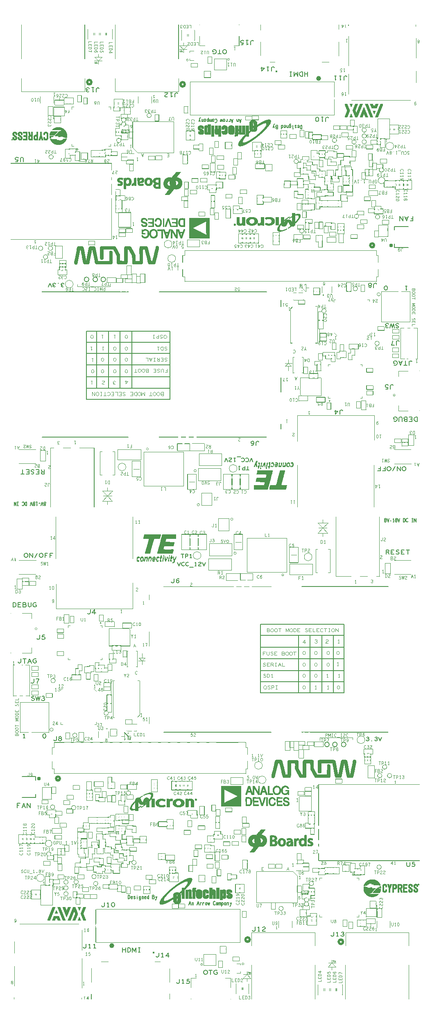
<source format=gbr>
*
%FSLAX45Y45*%
%MOMM*%
%ADD10C,0.105000*%
%ADD11C,0.104140*%
%ADD12C,0.150000*%
%ADD13C,0.784350*%
%ADD14C,0.508000*%
%ADD15C,1.007870*%
%ADD16C,0.025400*%
%ADD17C,0.101600*%
%ADD18C,0.130000*%
%ADD19C,0.152400*%
%ADD20C,0.110500*%
%ADD21C,0.399542*%
%ADD22C,0.100000*%
%IPPOS*%
%LNgto_lev.gbr*%
%LPD*%
%SRX1Y1I0J0*%
G01*
G75*
G54D10*
X000884988Y007529145D02*
Y007595185D01*
X000874828Y007581977D01*
Y007529145D02*
X000895148D01*
X004649268Y001082625D02*
Y001148665D01*
X004639108Y001135457D01*
Y001082625D02*
X004659428D01*
X002330248Y000920065D02*
Y000986105D01*
X002320088Y000972897D01*
Y000920065D02*
X002340408D01*
X003110028Y008593405D02*
Y008659445D01*
X003099868Y008646237D01*
Y008593405D02*
X003120188D01*
G54D11*
X005166590Y010049110D02*
X005171670Y010043724D01*
X005177588Y010040499D01*
X005185208Y010039435D01*
X005192828Y010041596D01*
X005198746Y010045885D01*
X005202988Y010053399D01*
X005203826Y010062010D01*
X005202150Y010070621D01*
X005197908Y010075974D01*
X005191990Y010080296D01*
X005186046Y010081360D01*
X005180128Y010080296D01*
X005172508Y010075974D01*
X005175048Y010103935D01*
X005197908D01*
X005225010D02*
X005246168Y010039435D01*
X005267326Y010103935D01*
X005307128D02*
X005300346Y010101774D01*
X005295266Y010096421D01*
X005291888Y010089971D01*
X005289348Y010081360D01*
X005288510Y010071685D01*
X005289348Y010062010D01*
X005291888Y010053399D01*
X005295266Y010046949D01*
X005300346Y010041596D01*
X005307128Y010039435D01*
X005313910Y010041596D01*
X005318990Y010046949D01*
X005322368Y010053399D01*
X005324908Y010062010D01*
X005325746Y010071685D01*
X005324908Y010081360D01*
X005322368Y010089971D01*
X005318990Y010096421D01*
X005313910Y010101774D01*
X005307128Y010103935D01*
X001039928Y003241684D02*
X001046710Y003236298D01*
X001054330Y003233073D01*
X001061086D01*
X001067868Y003236298D01*
X001072948Y003241684D01*
X001075488Y003249198D01*
X001073786Y003256712D01*
X001069570Y003263162D01*
X001061950Y003267484D01*
X001051790Y003269612D01*
X001045846Y003273934D01*
X001043306Y003281448D01*
X001045008Y003288962D01*
X001049250Y003294348D01*
X001055168Y003297573D01*
X001061086D01*
X001067030Y003295412D01*
X001072110Y003290059D01*
X001137286Y003292188D02*
X001132206Y003295412D01*
X001126288Y003297573D01*
X001119506D01*
X001111886Y003294348D01*
X001105968Y003288962D01*
X001101726Y003282513D01*
X001098348Y003271773D01*
X001097510Y003262098D01*
X001099186Y003252423D01*
X001101726Y003245973D01*
X001106806Y003239523D01*
X001112750Y003235234D01*
X001118668Y003233073D01*
X001124586D01*
X001130530Y003235234D01*
X001135610Y003238459D01*
X001139826Y003242748D01*
X001161010Y003297573D02*
Y003251359D01*
X001164388Y003241684D01*
X001171170Y003235234D01*
X001179628Y003233073D01*
X001188086Y003235234D01*
X001194868Y003241684D01*
X001198246Y003251359D01*
Y003297573D01*
G54D10*
X001215188Y003222981D02*
X001265988D01*
X001301548Y003232303D02*
Y003298343D01*
X001291388Y003285135D01*
Y003232303D02*
X001311708D01*
X001362508Y003238221D02*
X001360806Y003239085D01*
Y003240762D01*
X001362508Y003241625D01*
X001364210Y003240762D01*
Y003239085D01*
X001362508Y003238221D01*
G54D11*
X001423468Y003233073D02*
X001429386Y003234138D01*
X001436168Y003237363D01*
X001440410Y003242748D01*
X001442086Y003250263D01*
X001440410Y003257809D01*
X001435330Y003264259D01*
X001427710Y003267484D01*
G54D10*
Y003267025D02*
X001419226D01*
G54D11*
Y003267484D02*
X001414146Y003269612D01*
X001409930Y003274998D01*
X001408228Y003282513D01*
X001410768Y003290059D01*
X001416686Y003295412D01*
X001423468Y003297573D01*
X001430250Y003295412D01*
X001436168Y003290059D01*
X001438708Y003282513D01*
X001437006Y003274998D01*
X001432790Y003269612D01*
X001427710Y003267484D01*
X001419226D01*
X001411606Y003264259D01*
X001406526Y003257809D01*
X001404850Y003250263D01*
X001406526Y003242748D01*
X001410768Y003237363D01*
X001417550Y003234138D01*
X001423468Y003233073D01*
X001463270Y003297573D02*
X001484428Y003233073D01*
X001505586Y003297573D01*
X001733348Y003854603D02*
X001750290D01*
Y003835253D01*
X001745210Y003828803D01*
X001739266Y003824514D01*
X001730808Y003822353D01*
X001722350Y003824514D01*
X001716406Y003828803D01*
X001711326Y003835253D01*
X001707948Y003842768D01*
X001706246Y003851378D01*
Y003858892D01*
X001707948Y003865343D01*
X001711326Y003872889D01*
X001716406Y003879339D01*
X001721486Y003883628D01*
X001728268Y003886853D01*
X001734186D01*
X001740968Y003884693D01*
X001746048Y003880403D01*
X001772286Y003822353D02*
Y003886853D01*
X001792606D01*
X001799388Y003883628D01*
X001804468Y003876114D01*
X001806170Y003867503D01*
X001804468Y003858892D01*
X001800226Y003852442D01*
X001792606Y003849218D01*
X001772286D01*
X001831570Y003886853D02*
Y003840639D01*
X001834948Y003830964D01*
X001841730Y003824514D01*
X001850188Y003822353D01*
X001858646Y003824514D01*
X001865428Y003830964D01*
X001868806Y003840639D01*
Y003886853D01*
G54D10*
X001885748Y003812261D02*
X001936548D01*
X001972108Y003821583D02*
Y003887623D01*
X001961948Y003874415D01*
Y003821583D02*
X001982268D01*
X002033068Y003827501D02*
X002031366Y003828365D01*
Y003830042D01*
X002033068Y003830905D01*
X002034770Y003830042D01*
Y003828365D01*
X002033068Y003827501D01*
G54D11*
X002094028Y003822353D02*
Y003886853D01*
X002083868Y003873953D01*
Y003822353D02*
X002104188D01*
X002133830Y003886853D02*
X002154988Y003822353D01*
X002176146Y003886853D01*
G54D10*
X005822494Y005620667D02*
Y005686707D01*
X005812334Y005673499D01*
Y005620667D02*
X005832654D01*
X005883454Y005618455D02*
X005881752Y005619577D01*
Y005621757D01*
X005883454Y005622879D01*
X005885156Y005621757D01*
Y005619577D01*
X005883454Y005618455D01*
G54D11*
X005944414Y005621181D02*
Y005685681D01*
X005934254Y005672781D01*
Y005621181D02*
X005954574D01*
X005984216Y005685681D02*
X006005374Y005621181D01*
X006026532Y005685681D01*
X007332346Y006042313D02*
Y006106813D01*
X007352666D01*
X007359448Y006103588D01*
X007364528Y006096074D01*
X007366230Y006087463D01*
X007364528Y006078852D01*
X007360286Y006072402D01*
X007352666Y006069178D01*
X007332346D01*
X007388226Y006042313D02*
Y006106813D01*
X007410248Y006053053D01*
X007432270Y006106813D01*
Y006042313D01*
X007461048Y006106813D02*
X007481368D01*
X007471208D02*
Y006042313D01*
X007461048D02*
X007481368D01*
X007550786Y006101428D02*
X007545706Y006104653D01*
X007539788Y006106813D01*
X007533006D01*
X007525386Y006103588D01*
X007519468Y006098202D01*
X007515226Y006091752D01*
X007511848Y006081013D01*
X007511010Y006071338D01*
X007512686Y006061663D01*
X007515226Y006055213D01*
X007520306Y006048763D01*
X007526250Y006044474D01*
X007532168Y006042313D01*
X007538086D01*
X007544030Y006044474D01*
X007549110Y006047699D01*
X007553326Y006051988D01*
G54D10*
X007567728Y006032221D02*
X007618528D01*
G54D11*
X007643928Y006106813D02*
X007664248D01*
X007654088D02*
Y006042313D01*
X007643928D02*
X007664248D01*
X007698970Y006096074D02*
X007704050Y006102524D01*
X007709968Y006105749D01*
X007716750Y006106813D01*
X007725208Y006104653D01*
X007731126Y006099299D01*
X007732828Y006092849D01*
X007731990Y006086399D01*
X007728586Y006081013D01*
X007711670Y006070274D01*
X007704050Y006062728D01*
X007698970Y006051988D01*
X007697268Y006042313D01*
X007732828D01*
X007794626Y006101428D02*
X007789546Y006104653D01*
X007783628Y006106813D01*
X007776846D01*
X007769226Y006103588D01*
X007763308Y006098202D01*
X007759066Y006091752D01*
X007755688Y006081013D01*
X007754850Y006071338D01*
X007756526Y006061663D01*
X007759066Y006055213D01*
X007764146Y006048763D01*
X007770090Y006044474D01*
X007776008Y006042313D01*
X007781926D01*
X007787870Y006044474D01*
X007792950Y006047699D01*
X007797166Y006051988D01*
G54D10*
X007603542Y007971283D02*
Y008042403D01*
X007589318Y008028179D01*
Y007971283D02*
X007617766D01*
X007339712Y008030541D02*
X007346824Y008037653D01*
X007355130Y008041209D01*
X007364604Y008042403D01*
X007376466Y008040040D01*
X007384772Y008034097D01*
X007387134Y008026985D01*
X007385940Y008019873D01*
X007381216Y008013955D01*
X007357492Y008002093D01*
X007346824Y007993813D01*
X007339712Y007981951D01*
X007337350Y007971283D01*
X007387134D01*
X007107556Y007985507D02*
X007114668Y007977201D01*
X007124168Y007972477D01*
X007134836Y007971283D01*
X007144310Y007972477D01*
X007153784Y007978395D01*
X007159728Y007985507D01*
X007160896Y007992619D01*
X007158534Y008000924D01*
X007150228Y008006843D01*
X007141948Y008009205D01*
X007131280D01*
X007141948D02*
X007149060Y008012761D01*
X007154978Y008018705D01*
X007157340Y008025816D01*
X007154978Y008032929D01*
X007149060Y008038847D01*
X007138392Y008042403D01*
X007127724Y008041209D01*
X007117056Y008036485D01*
X007585508Y007505447D02*
Y007576567D01*
X007571284Y007562343D01*
Y007505447D02*
X007599732D01*
X007382308Y007563867D02*
X007372834Y007561504D01*
X007365722Y007555561D01*
X007360972Y007548449D01*
X007357416Y007538975D01*
X007356222Y007528307D01*
X007357416Y007517639D01*
X007360972Y007508164D01*
X007365722Y007501053D01*
X007372834Y007495109D01*
X007382308Y007492747D01*
X007391782Y007495109D01*
X007398894Y007501053D01*
X007403644Y007508164D01*
X007407200Y007517639D01*
X007408394Y007528307D01*
X007407200Y007538975D01*
X007403644Y007548449D01*
X007398894Y007555561D01*
X007391782Y007561504D01*
X007382308Y007563867D01*
X007128308D02*
X007118834Y007561504D01*
X007111722Y007555561D01*
X007106972Y007548449D01*
X007103416Y007538975D01*
X007102222Y007528307D01*
X007103416Y007517639D01*
X007106972Y007508164D01*
X007111722Y007501053D01*
X007118834Y007495109D01*
X007128308Y007492747D01*
X007137782Y007495109D01*
X007144894Y007501053D01*
X007149644Y007508164D01*
X007153200Y007517639D01*
X007154394Y007528307D01*
X007153200Y007538975D01*
X007149644Y007548449D01*
X007144894Y007555561D01*
X007137782Y007561504D01*
X007128308Y007563867D01*
X007585508Y007805167D02*
X007576034Y007802804D01*
X007568922Y007796861D01*
X007564172Y007789749D01*
X007560616Y007780275D01*
X007559422Y007769607D01*
X007560616Y007758939D01*
X007564172Y007749464D01*
X007568922Y007742353D01*
X007576034Y007736409D01*
X007585508Y007734047D01*
X007594982Y007736409D01*
X007602094Y007742353D01*
X007606844Y007749464D01*
X007610400Y007758939D01*
X007611594Y007769607D01*
X007610400Y007780275D01*
X007606844Y007789749D01*
X007602094Y007796861D01*
X007594982Y007802804D01*
X007585508Y007805167D01*
X007382308D02*
X007372834Y007802804D01*
X007365722Y007796861D01*
X007360972Y007789749D01*
X007357416Y007780275D01*
X007356222Y007769607D01*
X007357416Y007758939D01*
X007360972Y007749464D01*
X007365722Y007742353D01*
X007372834Y007736409D01*
X007382308Y007734047D01*
X007391782Y007736409D01*
X007398894Y007742353D01*
X007403644Y007749464D01*
X007407200Y007758939D01*
X007408394Y007769607D01*
X007407200Y007780275D01*
X007403644Y007789749D01*
X007398894Y007796861D01*
X007391782Y007802804D01*
X007382308Y007805167D01*
X007128308D02*
X007118834Y007802804D01*
X007111722Y007796861D01*
X007106972Y007789749D01*
X007103416Y007780275D01*
X007102222Y007769607D01*
X007103416Y007758939D01*
X007106972Y007749464D01*
X007111722Y007742353D01*
X007118834Y007736409D01*
X007128308Y007734047D01*
X007137782Y007736409D01*
X007144894Y007742353D01*
X007149644Y007749464D01*
X007153200Y007758939D01*
X007154394Y007769607D01*
X007153200Y007780275D01*
X007149644Y007789749D01*
X007144894Y007796861D01*
X007137782Y007802804D01*
X007128308Y007805167D01*
Y007335267D02*
X007118834Y007332904D01*
X007111722Y007326961D01*
X007106972Y007319849D01*
X007103416Y007310375D01*
X007102222Y007299707D01*
X007103416Y007289039D01*
X007106972Y007279564D01*
X007111722Y007272452D01*
X007118834Y007266509D01*
X007128308Y007264147D01*
X007137782Y007266509D01*
X007144894Y007272452D01*
X007149644Y007279564D01*
X007153200Y007289039D01*
X007154394Y007299707D01*
X007153200Y007310375D01*
X007149644Y007319849D01*
X007144894Y007326961D01*
X007137782Y007332904D01*
X007128308Y007335267D01*
X007369608Y007264147D02*
Y007335267D01*
X007355384Y007321043D01*
Y007264147D02*
X007383832D01*
X007610908D02*
Y007335267D01*
X007596684Y007321043D01*
Y007264147D02*
X007625132D01*
X007598208Y007093967D02*
X007588734Y007091605D01*
X007581622Y007085661D01*
X007576872Y007078549D01*
X007573316Y007069075D01*
X007572122Y007058407D01*
X007573316Y007047739D01*
X007576872Y007038265D01*
X007581622Y007031153D01*
X007588734Y007025209D01*
X007598208Y007022847D01*
X007607682Y007025209D01*
X007614794Y007031153D01*
X007619544Y007038265D01*
X007623100Y007047739D01*
X007624294Y007058407D01*
X007623100Y007069075D01*
X007619544Y007078549D01*
X007614794Y007085661D01*
X007607682Y007091605D01*
X007598208Y007093967D01*
X007382308Y007022847D02*
Y007093967D01*
X007368084Y007079743D01*
Y007022847D02*
X007396532D01*
X007128308D02*
Y007093967D01*
X007114084Y007079743D01*
Y007022847D02*
X007142532D01*
X006157342Y008240167D02*
X006162092Y008243723D01*
X006165648Y008249667D01*
X006168010Y008257947D01*
X006165648Y008265059D01*
X006160898Y008269809D01*
X006152618Y008273365D01*
X006120614D01*
Y008202245D01*
X006159730D01*
X006168010Y008206995D01*
X006172760Y008214107D01*
X006175122Y008222387D01*
X006172760Y008230693D01*
X006165648Y008237805D01*
X006157342Y008240167D01*
X006120614D01*
X006226608Y008202245D02*
X006217134Y008203439D01*
X006208828Y008208163D01*
X006201716Y008215275D01*
X006196966Y008223581D01*
X006194604Y008233055D01*
Y008242555D01*
X006196966Y008252029D01*
X006201716Y008260335D01*
X006208828Y008267447D01*
X006217134Y008272171D01*
X006226608Y008273365D01*
X006236082Y008272171D01*
X006244388Y008267447D01*
X006251500Y008260335D01*
X006256250Y008252029D01*
X006258612Y008242555D01*
Y008233055D01*
X006256250Y008223581D01*
X006251500Y008215275D01*
X006244388Y008208163D01*
X006236082Y008203439D01*
X006226608Y008202245D01*
X006305348D02*
X006295874Y008203439D01*
X006287568Y008208163D01*
X006280456Y008215275D01*
X006275706Y008223581D01*
X006273344Y008233055D01*
Y008242555D01*
X006275706Y008252029D01*
X006280456Y008260335D01*
X006287568Y008267447D01*
X006295874Y008272171D01*
X006305348Y008273365D01*
X006314822Y008272171D01*
X006323128Y008267447D01*
X006330240Y008260335D01*
X006334990Y008252029D01*
X006337352Y008242555D01*
Y008233055D01*
X006334990Y008223581D01*
X006330240Y008215275D01*
X006323128Y008208163D01*
X006314822Y008203439D01*
X006305348Y008202245D01*
X006384088Y008273365D02*
Y008202245D01*
X006356834Y008273365D02*
X006411342D01*
X006510758Y008202245D02*
Y008273365D01*
X006541568Y008214107D01*
X006572378Y008273365D01*
Y008202245D01*
X006620308D02*
X006610834Y008203439D01*
X006602528Y008208163D01*
X006595416Y008215275D01*
X006590666Y008223581D01*
X006588304Y008233055D01*
Y008242555D01*
X006590666Y008252029D01*
X006595416Y008260335D01*
X006602528Y008267447D01*
X006610834Y008272171D01*
X006620308Y008273365D01*
X006629782Y008272171D01*
X006638088Y008267447D01*
X006645200Y008260335D01*
X006649950Y008252029D01*
X006652312Y008242555D01*
Y008233055D01*
X006649950Y008223581D01*
X006645200Y008215275D01*
X006638088Y008208163D01*
X006629782Y008203439D01*
X006620308Y008202245D01*
X006672962D02*
Y008273365D01*
X006696686D01*
X006706160Y008269809D01*
X006713272Y008265059D01*
X006719190Y008257947D01*
X006723940Y008249667D01*
X006725134Y008237805D01*
X006723940Y008225943D01*
X006719190Y008217663D01*
X006713272Y008210551D01*
X006706160Y008205801D01*
X006696686Y008202245D01*
X006672962D01*
X006801486D02*
X006754090D01*
Y008273365D01*
X006801486D01*
X006782538Y008238999D02*
X006754090D01*
X006910376Y008211719D02*
X006919850Y008205801D01*
X006930518Y008202245D01*
X006940018D01*
X006949492Y008205801D01*
X006956604Y008211719D01*
X006960160Y008220025D01*
X006957798Y008228331D01*
X006951854Y008235443D01*
X006941186Y008240167D01*
X006926962Y008242555D01*
X006918682Y008247279D01*
X006915126Y008255585D01*
X006917488Y008263891D01*
X006923406Y008269809D01*
X006931712Y008273365D01*
X006940018D01*
X006948298Y008271003D01*
X006955410Y008265059D01*
X007037706Y008202245D02*
X006990310D01*
Y008273365D01*
X007037706D01*
X007018758Y008238999D02*
X006990310D01*
X007069050Y008273365D02*
Y008202245D01*
X007116446D01*
X007195186D02*
X007147790D01*
Y008273365D01*
X007195186D01*
X007176238Y008238999D02*
X007147790D01*
X007276314Y008267447D02*
X007269202Y008271003D01*
X007260896Y008273365D01*
X007251422D01*
X007240754Y008269809D01*
X007232448Y008263891D01*
X007226530Y008256779D01*
X007221780Y008244917D01*
X007220586Y008234249D01*
X007222974Y008223581D01*
X007226530Y008216469D01*
X007233642Y008209357D01*
X007241922Y008204607D01*
X007250228Y008202245D01*
X007258534D01*
X007266814Y008204607D01*
X007273926Y008208163D01*
X007279870Y008212913D01*
X007328968Y008273365D02*
Y008202245D01*
X007301714Y008273365D02*
X007356222D01*
X007393484D02*
X007421932D01*
X007407708D02*
Y008202245D01*
X007393484D02*
X007421932D01*
X007486448D02*
X007476974Y008203439D01*
X007468668Y008208163D01*
X007461556Y008215275D01*
X007456806Y008223581D01*
X007454444Y008233055D01*
Y008242555D01*
X007456806Y008252029D01*
X007461556Y008260335D01*
X007468668Y008267447D01*
X007476974Y008272171D01*
X007486448Y008273365D01*
X007495922Y008272171D01*
X007504228Y008267447D01*
X007511340Y008260335D01*
X007516090Y008252029D01*
X007518452Y008242555D01*
Y008233055D01*
X007516090Y008223581D01*
X007511340Y008215275D01*
X007504228Y008208163D01*
X007495922Y008203439D01*
X007486448Y008202245D01*
X007537934D02*
Y008273365D01*
X007592442Y008202245D01*
Y008273365D01*
X006899708Y007962977D02*
Y008034097D01*
X006855842Y007983119D01*
X006915126D01*
X006887008Y007563867D02*
X006877534Y007561504D01*
X006870422Y007555561D01*
X006865672Y007548449D01*
X006862116Y007538975D01*
X006860922Y007528307D01*
X006862116Y007517639D01*
X006865672Y007508164D01*
X006870422Y007501053D01*
X006877534Y007495109D01*
X006887008Y007492747D01*
X006896482Y007495109D01*
X006903594Y007501053D01*
X006908344Y007508164D01*
X006911900Y007517639D01*
X006913094Y007528307D01*
X006911900Y007538975D01*
X006908344Y007548449D01*
X006903594Y007555561D01*
X006896482Y007561504D01*
X006887008Y007563867D01*
Y007805167D02*
X006877534Y007802804D01*
X006870422Y007796861D01*
X006865672Y007789749D01*
X006862116Y007780275D01*
X006860922Y007769607D01*
X006862116Y007758939D01*
X006865672Y007749464D01*
X006870422Y007742353D01*
X006877534Y007736409D01*
X006887008Y007734047D01*
X006896482Y007736409D01*
X006903594Y007742353D01*
X006908344Y007749464D01*
X006911900Y007758939D01*
X006913094Y007769607D01*
X006911900Y007780275D01*
X006908344Y007789749D01*
X006903594Y007796861D01*
X006896482Y007802804D01*
X006887008Y007805167D01*
X006041518Y007721347D02*
Y007792467D01*
X006086578D01*
X006069966Y007758101D02*
X006041518D01*
X006116702Y007792467D02*
Y007741489D01*
X006121452Y007730821D01*
X006130926Y007723709D01*
X006142788Y007721347D01*
X006154650Y007723709D01*
X006164124Y007730821D01*
X006168874Y007741489D01*
Y007792467D01*
X006196636Y007730821D02*
X006206110Y007724903D01*
X006216778Y007721347D01*
X006226278D01*
X006235752Y007724903D01*
X006242864Y007730821D01*
X006246420Y007739127D01*
X006244058Y007747432D01*
X006238114Y007754544D01*
X006227446Y007759269D01*
X006213222Y007761656D01*
X006204942Y007766381D01*
X006201386Y007774687D01*
X006203748Y007782992D01*
X006209666Y007788911D01*
X006217972Y007792467D01*
X006226278D01*
X006234558Y007790105D01*
X006241670Y007784161D01*
X006323966Y007721347D02*
X006276570D01*
Y007792467D01*
X006323966D01*
X006305018Y007758101D02*
X006276570D01*
X006467222Y007759269D02*
X006471972Y007762825D01*
X006475528Y007768769D01*
X006477890Y007777049D01*
X006475528Y007784161D01*
X006470778Y007788911D01*
X006462498Y007792467D01*
X006430494D01*
Y007721347D01*
X006469610D01*
X006477890Y007726097D01*
X006482640Y007733208D01*
X006485002Y007741489D01*
X006482640Y007749795D01*
X006475528Y007756907D01*
X006467222Y007759269D01*
X006430494D01*
X006536488Y007721347D02*
X006527014Y007722540D01*
X006518708Y007727265D01*
X006511596Y007734377D01*
X006506846Y007742683D01*
X006504484Y007752157D01*
Y007761656D01*
X006506846Y007771131D01*
X006511596Y007779437D01*
X006518708Y007786549D01*
X006527014Y007791273D01*
X006536488Y007792467D01*
X006545962Y007791273D01*
X006554268Y007786549D01*
X006561380Y007779437D01*
X006566130Y007771131D01*
X006568492Y007761656D01*
Y007752157D01*
X006566130Y007742683D01*
X006561380Y007734377D01*
X006554268Y007727265D01*
X006545962Y007722540D01*
X006536488Y007721347D01*
X006615228D02*
X006605754Y007722540D01*
X006597448Y007727265D01*
X006590336Y007734377D01*
X006585586Y007742683D01*
X006583224Y007752157D01*
Y007761656D01*
X006585586Y007771131D01*
X006590336Y007779437D01*
X006597448Y007786549D01*
X006605754Y007791273D01*
X006615228Y007792467D01*
X006624702Y007791273D01*
X006633008Y007786549D01*
X006640120Y007779437D01*
X006644870Y007771131D01*
X006647232Y007761656D01*
Y007752157D01*
X006644870Y007742683D01*
X006640120Y007734377D01*
X006633008Y007727265D01*
X006624702Y007722540D01*
X006615228Y007721347D01*
X006693968Y007792467D02*
Y007721347D01*
X006666714Y007792467D02*
X006721222D01*
X006042966Y007502221D02*
X006052440Y007496303D01*
X006063108Y007492747D01*
X006072608D01*
X006082082Y007496303D01*
X006089194Y007502221D01*
X006092750Y007510527D01*
X006090388Y007518832D01*
X006084444Y007525945D01*
X006073776Y007530669D01*
X006059552Y007533056D01*
X006051272Y007537781D01*
X006047716Y007546087D01*
X006050078Y007554393D01*
X006055996Y007560311D01*
X006064302Y007563867D01*
X006072608D01*
X006080888Y007561504D01*
X006088000Y007555561D01*
X006170296Y007492747D02*
X006122900D01*
Y007563867D01*
X006170296D01*
X006151348Y007529500D02*
X006122900D01*
X006201640Y007492747D02*
Y007563867D01*
X006231256D01*
X006240756Y007560311D01*
X006246674Y007555561D01*
X006249036Y007546087D01*
X006246674Y007536613D01*
X006239562Y007530669D01*
X006231256Y007527113D01*
X006201640D01*
X006231256D02*
X006249036Y007492747D01*
X006289854Y007563867D02*
X006318302D01*
X006304078D02*
Y007492747D01*
X006289854D02*
X006318302D01*
X006353176D02*
X006382818Y007563867D01*
X006412460Y007492747D01*
X006401792Y007517639D02*
X006363844D01*
X006437860Y007563867D02*
Y007492747D01*
X006485256D01*
X006046776Y007273621D02*
X006056250Y007267703D01*
X006066918Y007264147D01*
X006076418D01*
X006085892Y007267703D01*
X006093004Y007273621D01*
X006096560Y007281927D01*
X006094198Y007290232D01*
X006088254Y007297345D01*
X006077586Y007302069D01*
X006063362Y007304456D01*
X006055082Y007309181D01*
X006051526Y007317487D01*
X006053888Y007325793D01*
X006059806Y007331711D01*
X006068112Y007335267D01*
X006076418D01*
X006084698Y007332904D01*
X006091810Y007326961D01*
X006124322Y007264147D02*
Y007335267D01*
X006148046D01*
X006157520Y007331711D01*
X006164632Y007326961D01*
X006170550Y007319849D01*
X006175300Y007311569D01*
X006176494Y007299707D01*
X006175300Y007287845D01*
X006170550Y007279564D01*
X006164632Y007272452D01*
X006157520Y007267703D01*
X006148046Y007264147D01*
X006124322D01*
X006229148D02*
Y007335267D01*
X006214924Y007321043D01*
Y007264147D02*
X006243372D01*
X006887008Y007335267D02*
X006877534Y007332904D01*
X006870422Y007326961D01*
X006865672Y007319849D01*
X006862116Y007310375D01*
X006860922Y007299707D01*
X006862116Y007289039D01*
X006865672Y007279564D01*
X006870422Y007272452D01*
X006877534Y007266509D01*
X006887008Y007264147D01*
X006896482Y007266509D01*
X006903594Y007272452D01*
X006908344Y007279564D01*
X006911900Y007289039D01*
X006913094Y007299707D01*
X006911900Y007310375D01*
X006908344Y007319849D01*
X006903594Y007326961D01*
X006896482Y007332904D01*
X006887008Y007335267D01*
Y007093967D02*
X006877534Y007091605D01*
X006870422Y007085661D01*
X006865672Y007078549D01*
X006862116Y007069075D01*
X006860922Y007058407D01*
X006862116Y007047739D01*
X006865672Y007038265D01*
X006870422Y007031153D01*
X006877534Y007025209D01*
X006887008Y007022847D01*
X006896482Y007025209D01*
X006903594Y007031153D01*
X006908344Y007038265D01*
X006911900Y007047739D01*
X006913094Y007058407D01*
X006911900Y007069075D01*
X006908344Y007078549D01*
X006903594Y007085661D01*
X006896482Y007091605D01*
X006887008Y007093967D01*
X006083098Y007022847D02*
X006073624Y007024041D01*
X006065318Y007028765D01*
X006058206Y007035877D01*
X006053456Y007044183D01*
X006051094Y007053657D01*
Y007063156D01*
X006053456Y007072631D01*
X006058206Y007080937D01*
X006065318Y007088048D01*
X006073624Y007092773D01*
X006083098Y007093967D01*
X006092572Y007092773D01*
X006100878Y007088048D01*
X006107990Y007080937D01*
X006112740Y007072631D01*
X006115102Y007063156D01*
Y007053657D01*
X006112740Y007044183D01*
X006107990Y007035877D01*
X006100878Y007028765D01*
X006092572Y007024041D01*
X006083098Y007022847D01*
X006092572Y007041821D02*
X006106796Y007022847D01*
X006136946Y007032321D02*
X006146420Y007026403D01*
X006157088Y007022847D01*
X006166588D01*
X006176062Y007026403D01*
X006183174Y007032321D01*
X006186730Y007040627D01*
X006184368Y007048932D01*
X006178424Y007056044D01*
X006167756Y007060769D01*
X006153532Y007063156D01*
X006145252Y007067881D01*
X006141696Y007076187D01*
X006144058Y007084493D01*
X006149976Y007090411D01*
X006158282Y007093967D01*
X006166588D01*
X006174868Y007091605D01*
X006181980Y007085661D01*
X006216880Y007022847D02*
Y007093967D01*
X006245328D01*
X006254802Y007090411D01*
X006261914Y007082105D01*
X006264276Y007072631D01*
X006261914Y007063156D01*
X006255996Y007056044D01*
X006245328Y007052489D01*
X006216880D01*
X006305094Y007093967D02*
X006333542D01*
X006319318D02*
Y007022847D01*
X006305094D02*
X006333542D01*
X005707610Y005177945D02*
X005712690Y005172430D01*
X005718608Y005169128D01*
X005726228Y005168038D01*
X005733848Y005170251D01*
X005739766Y005174643D01*
X005744008Y005182336D01*
X005744846Y005191153D01*
X005743170Y005199969D01*
X005738928Y005205450D01*
X005733010Y005209875D01*
X005727066Y005210965D01*
X005721148Y005209875D01*
X005713528Y005205450D01*
X005716068Y005234079D01*
X005738928D01*
X005787188Y005165826D02*
X005785486Y005166949D01*
Y005169128D01*
X005787188Y005170251D01*
X005788890Y005169128D01*
Y005166949D01*
X005787188Y005165826D01*
G54D11*
X005848148Y005233053D02*
X005841366Y005230892D01*
X005836286Y005225539D01*
X005832908Y005219089D01*
X005830368Y005210478D01*
X005829530Y005200803D01*
X005830368Y005191128D01*
X005832908Y005182518D01*
X005836286Y005176068D01*
X005841366Y005170714D01*
X005848148Y005168553D01*
X005854930Y005170714D01*
X005860010Y005176068D01*
X005863388Y005182518D01*
X005865928Y005191128D01*
X005866766Y005200803D01*
X005865928Y005210478D01*
X005863388Y005219089D01*
X005860010Y005225539D01*
X005854930Y005230892D01*
X005848148Y005233053D01*
X005887950D02*
X005909108Y005168553D01*
X005930266Y005233053D01*
X000946327Y006090667D02*
X000943102Y006094045D01*
X000937748Y006096585D01*
X000930202Y006098287D01*
X000923752Y006096585D01*
X000919463Y006093207D01*
X000916238Y006087263D01*
Y006064403D01*
X000980738D01*
Y006092343D01*
X000976448Y006098287D01*
X000969999Y006101665D01*
X000962452Y006103367D01*
X000954938Y006101665D01*
X000948488Y006096585D01*
X000946327Y006090667D01*
Y006064403D01*
X000980738Y006144845D02*
X000979673Y006138063D01*
X000975352Y006132145D01*
X000968902Y006127065D01*
X000961388Y006123687D01*
X000952777Y006121985D01*
X000944198D01*
X000935588Y006123687D01*
X000928074Y006127065D01*
X000921623Y006132145D01*
X000917302Y006138063D01*
X000916238Y006144845D01*
X000917302Y006151627D01*
X000921623Y006157545D01*
X000928074Y006162625D01*
X000935588Y006166003D01*
X000944198Y006167705D01*
X000952777D01*
X000961388Y006166003D01*
X000968902Y006162625D01*
X000975352Y006157545D01*
X000979673Y006151627D01*
X000980738Y006144845D01*
Y006205805D02*
X000979673Y006199023D01*
X000975352Y006193105D01*
X000968902Y006188025D01*
X000961388Y006184647D01*
X000952777Y006182945D01*
X000944198D01*
X000935588Y006184647D01*
X000928074Y006188025D01*
X000921623Y006193105D01*
X000917302Y006199023D01*
X000916238Y006205805D01*
X000917302Y006212587D01*
X000921623Y006218505D01*
X000928074Y006223585D01*
X000935588Y006226963D01*
X000944198Y006228665D01*
X000952777D01*
X000961388Y006226963D01*
X000968902Y006223585D01*
X000975352Y006218505D01*
X000979673Y006212587D01*
X000980738Y006205805D01*
X000916238Y006266765D02*
X000980738D01*
X000916238Y006247283D02*
Y006286247D01*
X000980738Y006366663D02*
X000916238D01*
X000969999Y006388685D01*
X000916238Y006410707D01*
X000980738D01*
Y006449645D02*
X000979673Y006442863D01*
X000975352Y006436945D01*
X000968902Y006431865D01*
X000961388Y006428487D01*
X000952777Y006426785D01*
X000944198D01*
X000935588Y006428487D01*
X000928074Y006431865D01*
X000921623Y006436945D01*
X000917302Y006442863D01*
X000916238Y006449645D01*
X000917302Y006456427D01*
X000921623Y006462345D01*
X000928074Y006467425D01*
X000935588Y006470803D01*
X000944198Y006472505D01*
X000952777D01*
X000961388Y006470803D01*
X000968902Y006467425D01*
X000975352Y006462345D01*
X000979673Y006456427D01*
X000980738Y006449645D01*
Y006491987D02*
X000916238D01*
Y006508903D01*
X000919463Y006515685D01*
X000923752Y006520765D01*
X000930202Y006525007D01*
X000937748Y006528385D01*
X000948488Y006529223D01*
X000959227Y006528385D01*
X000966774Y006525007D01*
X000973223Y006520765D01*
X000977513Y006515685D01*
X000980738Y006508903D01*
Y006491987D01*
Y006588507D02*
Y006554623D01*
X000916238D01*
Y006588507D01*
X000947423Y006574943D02*
Y006554623D01*
X000972127Y006675705D02*
X000977513Y006682487D01*
X000980738Y006690107D01*
Y006696863D01*
X000977513Y006703645D01*
X000972127Y006708725D01*
X000964613Y006711265D01*
X000957099Y006709563D01*
X000950649Y006705347D01*
X000946327Y006697727D01*
X000944198Y006687567D01*
X000939877Y006681623D01*
X000932363Y006679083D01*
X000924849Y006680785D01*
X000919463Y006685027D01*
X000916238Y006690945D01*
Y006696863D01*
X000918399Y006702807D01*
X000923752Y006707887D01*
X000980738Y006771387D02*
Y006737503D01*
X000916238D01*
Y006771387D01*
X000947423Y006757823D02*
Y006737503D01*
X000916238Y006798463D02*
X000980738D01*
Y006832347D01*
G54D10*
X000915468Y009096325D02*
Y009162365D01*
X000905308Y009149157D01*
Y009096325D02*
X000925628D01*
X008522768Y009418905D02*
Y009484945D01*
X008512608Y009471737D01*
Y009418905D02*
X008532928D01*
G54D11*
X002274800Y008487225D02*
Y008441011D01*
X002278178Y008431335D01*
X002284960Y008424886D01*
X002293418Y008422725D01*
X002301876Y008424886D01*
X002308658Y008431335D01*
X002312036Y008441011D01*
Y008487225D01*
X002354378Y008422725D02*
Y008487225D01*
X002344218Y008474325D01*
Y008422725D02*
X002364538D01*
X002657908Y006978735D02*
Y007043235D01*
X002626590Y006997020D01*
X002668906D01*
X002708708Y006978735D02*
X002714626Y006979799D01*
X002721408Y006983024D01*
X002725650Y006988410D01*
X002727326Y006995924D01*
X002725650Y007003470D01*
X002720570Y007009921D01*
X002712950Y007013146D01*
G54D10*
Y007012687D02*
X002704466D01*
G54D11*
Y007013146D02*
X002699386Y007015274D01*
X002695170Y007020660D01*
X002693468Y007028174D01*
X002696008Y007035720D01*
X002701926Y007041074D01*
X002708708Y007043235D01*
X002715490Y007041074D01*
X002721408Y007035720D01*
X002723948Y007028174D01*
X002722246Y007020660D01*
X002718030Y007015274D01*
X002712950Y007013146D01*
X002704466D01*
X002696846Y007009921D01*
X002691766Y007003470D01*
X002690090Y006995924D01*
X002691766Y006988410D01*
X002696008Y006983024D01*
X002702790Y006979799D01*
X002708708Y006978735D01*
X002608810Y006270275D02*
X002613890Y006262761D01*
X002620646Y006258439D01*
X002628266Y006257375D01*
X002635048Y006258439D01*
X002641830Y006263825D01*
X002646046Y006270275D01*
X002646910Y006276725D01*
X002645208Y006284239D01*
X002639290Y006289625D01*
X002633346Y006291785D01*
X002625726D01*
X002633346D02*
X002638426Y006295010D01*
X002642668Y006300364D01*
X002644370Y006306814D01*
X002642668Y006313264D01*
X002638426Y006318650D01*
X002630806Y006321875D01*
X002623186Y006320811D01*
X002615566Y006316489D01*
X002686686Y006257375D02*
X002688388Y006271339D01*
X002690928Y006283175D01*
X002694306Y006293914D01*
X002698548Y006305750D01*
X002705330Y006321875D01*
X002671446D01*
X001696950Y006339075D02*
X001702030Y006345525D01*
X001707948Y006348751D01*
X001714730Y006349815D01*
X001723188Y006347654D01*
X001729106Y006342301D01*
X001730808Y006335851D01*
X001729970Y006329401D01*
X001726566Y006324015D01*
X001709650Y006313276D01*
X001702030Y006305729D01*
X001696950Y006294990D01*
X001695248Y006285315D01*
X001730808D01*
X001784148D02*
Y006349815D01*
X001752830Y006303601D01*
X001795146D01*
X001756208Y006979710D02*
Y007044210D01*
X001746048Y007031310D01*
Y006979710D02*
X001766368D01*
X001798550Y006992610D02*
X001803630Y006985096D01*
X001810386Y006980775D01*
X001818006Y006979710D01*
X001824788Y006980775D01*
X001831570Y006986160D01*
X001835786Y006992610D01*
X001836650Y006999060D01*
X001834948Y007006574D01*
X001829030Y007011960D01*
X001823086Y007014121D01*
X001815466D01*
X001823086D02*
X001828166Y007017346D01*
X001832408Y007022699D01*
X001834110Y007029150D01*
X001832408Y007035599D01*
X001828166Y007040985D01*
X001820546Y007044210D01*
X001812926Y007043146D01*
X001805306Y007038825D01*
X001829868Y007054935D02*
Y007119435D01*
X001819708Y007106535D01*
Y007054935D02*
X001840028D01*
X001874750Y007108695D02*
X001879830Y007115146D01*
X001885748Y007118371D01*
X001892530Y007119435D01*
X001900988Y007117274D01*
X001906906Y007111920D01*
X001908608Y007105471D01*
X001907770Y007099021D01*
X001904366Y007093635D01*
X001887450Y007082895D01*
X001879830Y007075349D01*
X001874750Y007064610D01*
X001873048Y007054935D01*
X001908608D01*
G54D10*
X002558848Y007046545D02*
Y007112585D01*
X002548688Y007099377D01*
Y007046545D02*
X002569008D01*
G54D11*
X002588490Y007180395D02*
Y007134180D01*
X002591868Y007124505D01*
X002598650Y007118056D01*
X002607108Y007115895D01*
X002615566Y007118056D01*
X002622348Y007124505D01*
X002625726Y007134180D01*
Y007180395D01*
X002651990Y007169655D02*
X002657070Y007176106D01*
X002662988Y007179331D01*
X002669770Y007180395D01*
X002678228Y007178234D01*
X002684146Y007172880D01*
X002685848Y007166431D01*
X002685010Y007159981D01*
X002681606Y007154595D01*
X002664690Y007143855D01*
X002657070Y007136309D01*
X002651990Y007125570D01*
X002650288Y007115895D01*
X002685848D01*
X006080126Y010230935D02*
Y010166435D01*
X006114010D01*
X006158028D02*
Y010230935D01*
X006147868Y010218035D01*
Y010166435D02*
X006168188D01*
G54D10*
X008475346Y010092513D02*
X008479588Y010085909D01*
X008484668Y010081517D01*
X008490586Y010079305D01*
X008497368Y010081517D01*
X008502448Y010085909D01*
X008507528Y010092513D01*
X008509230Y010101329D01*
Y010145345D01*
X008537170Y010134349D02*
X008542250Y010140953D01*
X008548168Y010144255D01*
X008554950Y010145345D01*
X008563408Y010143133D01*
X008569326Y010137651D01*
X008571028Y010131047D01*
X008570190Y010124443D01*
X008566786Y010118929D01*
X008549870Y010107933D01*
X008542250Y010100207D01*
X008537170Y010089211D01*
X008535468Y010079305D01*
X008571028D01*
X008270470Y009227135D02*
X008275550Y009219441D01*
X008282306Y009215017D01*
X008289926Y009213927D01*
X008296708Y009215017D01*
X008303490Y009220531D01*
X008307706Y009227135D01*
X008308570Y009233739D01*
X008306868Y009241433D01*
X008300950Y009246947D01*
X008295006Y009249159D01*
X008287386D01*
X008295006D02*
X008300086Y009252461D01*
X008304328Y009257943D01*
X008306030Y009264547D01*
X008304328Y009271151D01*
X008300086Y009276665D01*
X008292466Y009279967D01*
X008284846Y009278877D01*
X008277226Y009274453D01*
X008466050Y009771129D02*
X008471130Y009777733D01*
X008477048Y009781035D01*
X008483830Y009782125D01*
X008492288Y009779913D01*
X008498206Y009774431D01*
X008499908Y009767827D01*
X008499070Y009761223D01*
X008495666Y009755709D01*
X008478750Y009744713D01*
X008471130Y009736987D01*
X008466050Y009725991D01*
X008464348Y009716085D01*
X008499908D01*
X007951268Y009207323D02*
Y009273363D01*
X007941108Y009260155D01*
Y009207323D02*
X007961428D01*
X004932046Y010069653D02*
X004936288Y010063049D01*
X004941368Y010058657D01*
X004947286Y010056445D01*
X004954068Y010058657D01*
X004959148Y010063049D01*
X004964228Y010069653D01*
X004965930Y010078469D01*
Y010122485D01*
X004991330Y010069653D02*
X004996410Y010061959D01*
X005003166Y010057535D01*
X005010786Y010056445D01*
X005017568Y010057535D01*
X005024350Y010063049D01*
X005028566Y010069653D01*
X005029430Y010076257D01*
X005027728Y010083951D01*
X005021810Y010089465D01*
X005015866Y010091677D01*
X005008246D01*
X005015866D02*
X005020946Y010094979D01*
X005025188Y010100461D01*
X005026890Y010107065D01*
X005025188Y010113669D01*
X005020946Y010119183D01*
X005013326Y010122485D01*
X005005706Y010121395D01*
X004998086Y010116971D01*
X004983862Y010378263D02*
X004988104Y010371659D01*
X004993184Y010367267D01*
X004999102Y010365055D01*
X005005884Y010367267D01*
X005010964Y010371659D01*
X005016044Y010378263D01*
X005017746Y010387079D01*
Y010431095D01*
X005061764Y010365055D02*
Y010431095D01*
X005051604Y010417887D01*
Y010365055D02*
X005071924D01*
G54D11*
X006945682Y003123507D02*
Y003059007D01*
X006926200Y003123507D02*
X006965164D01*
X006989700Y003059007D02*
Y003123507D01*
X007010020D01*
X007016802Y003120282D01*
X007021882Y003112767D01*
X007023584Y003104157D01*
X007021882Y003095546D01*
X007017640Y003089096D01*
X007010020Y003085871D01*
X006989700D01*
X007051524Y003112767D02*
X007056604Y003119217D01*
X007062522Y003122442D01*
X007069304Y003123507D01*
X007077762Y003121346D01*
X007083680Y003115992D01*
X007085382Y003109542D01*
X007084544Y003103092D01*
X007081140Y003097707D01*
X007064224Y003086967D01*
X007056604Y003079421D01*
X007051524Y003068682D01*
X007049822Y003059007D01*
X007085382D01*
X007126860D02*
X007128562Y003072971D01*
X007131102Y003084807D01*
X007134480Y003095546D01*
X007138722Y003107382D01*
X007145504Y003123507D01*
X007111620D01*
X002998268Y004912683D02*
Y004848183D01*
X002978786Y004912683D02*
X003017750D01*
X003042286Y004848183D02*
Y004912683D01*
X003062606D01*
X003069388Y004909458D01*
X003074468Y004901944D01*
X003076170Y004893333D01*
X003074468Y004884722D01*
X003070226Y004878272D01*
X003062606Y004875047D01*
X003042286D01*
X003120188Y004848183D02*
Y004912683D01*
X003110028Y004899783D01*
Y004848183D02*
X003130348D01*
X003162530Y004857858D02*
X003167610Y004852472D01*
X003173528Y004849247D01*
X003181148Y004848183D01*
X003188768Y004850344D01*
X003194686Y004854633D01*
X003198928Y004862147D01*
X003199766Y004870758D01*
X003198090Y004879369D01*
X003193848Y004884722D01*
X003187930Y004889044D01*
X003181986Y004890108D01*
X003176068Y004889044D01*
X003168448Y004884722D01*
X003170988Y004912683D01*
X003193848D01*
X002780844Y006464369D02*
Y006399869D01*
X002761362Y006464369D02*
X002800326D01*
X002824862Y006399869D02*
Y006464369D01*
X002845182D01*
X002851964Y006461144D01*
X002857044Y006453630D01*
X002858746Y006445019D01*
X002857044Y006436408D01*
X002852802Y006429958D01*
X002845182Y006426733D01*
X002824862D01*
X002912924Y006399869D02*
Y006464369D01*
X002881606Y006418154D01*
X002923922D01*
X003331008Y003370395D02*
Y003305895D01*
X003311526Y003370395D02*
X003350490D01*
X003375026Y003305895D02*
Y003370395D01*
X003395346D01*
X003402128Y003367170D01*
X003407208Y003359655D01*
X003408910Y003351045D01*
X003407208Y003342434D01*
X003402966Y003335984D01*
X003395346Y003332759D01*
X003375026D01*
X003436850Y003359655D02*
X003441930Y003366105D01*
X003447848Y003369330D01*
X003454630Y003370395D01*
X003463088Y003368234D01*
X003469006Y003362880D01*
X003470708Y003356430D01*
X003469870Y003349981D01*
X003466466Y003344595D01*
X003449550Y003333856D01*
X003441930Y003326309D01*
X003436850Y003315570D01*
X003435148Y003305895D01*
X003470708D01*
X003513888D02*
Y003370395D01*
X003503728Y003357495D01*
Y003305895D02*
X003524048D01*
X002078534Y006011233D02*
Y005946733D01*
X002059052Y006011233D02*
X002098016D01*
X002122552Y005946733D02*
Y006011233D01*
X002142872D01*
X002149654Y006008008D01*
X002154734Y006000494D01*
X002156436Y005991883D01*
X002154734Y005983272D01*
X002150492Y005976822D01*
X002142872Y005973597D01*
X002122552D01*
X002181836Y005956408D02*
X002186916Y005951022D01*
X002192834Y005947797D01*
X002200454Y005946733D01*
X002208074Y005948894D01*
X002213992Y005953183D01*
X002218234Y005960697D01*
X002219072Y005969308D01*
X002217396Y005977919D01*
X002213154Y005983272D01*
X002207236Y005987594D01*
X002201292Y005988658D01*
X002195374Y005987594D01*
X002187754Y005983272D01*
X002190294Y006011233D01*
X002213154D01*
X001598728Y007321365D02*
Y007256865D01*
X001579246Y007321365D02*
X001618210D01*
X001642746Y007256865D02*
Y007321365D01*
X001663066D01*
X001669848Y007318140D01*
X001674928Y007310625D01*
X001676630Y007302015D01*
X001674928Y007293404D01*
X001670686Y007286954D01*
X001663066Y007283729D01*
X001642746D01*
X001702030Y007269765D02*
X001707110Y007262250D01*
X001713866Y007257929D01*
X001721486Y007256865D01*
X001728268Y007257929D01*
X001735050Y007263315D01*
X001739266Y007269765D01*
X001740130Y007276215D01*
X001738428Y007283729D01*
X001732510Y007289115D01*
X001726566Y007291276D01*
X001718946D01*
X001726566D02*
X001731646Y007294500D01*
X001735888Y007299854D01*
X001737590Y007306304D01*
X001735888Y007312754D01*
X001731646Y007318140D01*
X001724026Y007321365D01*
X001716406Y007320300D01*
X001708786Y007315979D01*
X002213408Y004604835D02*
Y004540335D01*
X002193926Y004604835D02*
X002232890D01*
X002257426Y004540335D02*
Y004604835D01*
X002277746D01*
X002284528Y004601610D01*
X002289608Y004594096D01*
X002291310Y004585485D01*
X002289608Y004576874D01*
X002285366Y004570424D01*
X002277746Y004567199D01*
X002257426D01*
X002335328Y004540335D02*
Y004604835D01*
X002325168Y004591935D01*
Y004540335D02*
X002345488D01*
X002394586D02*
X002396288Y004554299D01*
X002398828Y004566135D01*
X002402206Y004576874D01*
X002406448Y004588710D01*
X002413230Y004604835D01*
X002379346D01*
X006298236Y002435675D02*
Y002371175D01*
X006278754Y002435675D02*
X006317718D01*
X006342254Y002371175D02*
Y002435675D01*
X006362574D01*
X006369356Y002432450D01*
X006374436Y002424936D01*
X006376138Y002416325D01*
X006374436Y002407714D01*
X006370194Y002401264D01*
X006362574Y002398039D01*
X006342254D01*
X006401538Y002384075D02*
X006406618Y002376560D01*
X006413374Y002372239D01*
X006420994Y002371175D01*
X006427776Y002372239D01*
X006434558Y002377625D01*
X006438774Y002384075D01*
X006439638Y002390525D01*
X006437936Y002398039D01*
X006432018Y002403425D01*
X006426074Y002405585D01*
X006418454D01*
X006426074D02*
X006431154Y002408811D01*
X006435396Y002414164D01*
X006437098Y002420614D01*
X006435396Y002427064D01*
X006431154Y002432450D01*
X006423534Y002435675D01*
X006415914Y002434611D01*
X006408294Y002430289D01*
X006462498Y002384075D02*
X006467578Y002376560D01*
X006474334Y002372239D01*
X006481954Y002371175D01*
X006488736Y002372239D01*
X006495518Y002377625D01*
X006499734Y002384075D01*
X006500598Y002390525D01*
X006498896Y002398039D01*
X006492978Y002403425D01*
X006487034Y002405585D01*
X006479414D01*
X006487034D02*
X006492114Y002408811D01*
X006496356Y002414164D01*
X006498058Y002420614D01*
X006496356Y002427064D01*
X006492114Y002432450D01*
X006484494Y002435675D01*
X006476874Y002434611D01*
X006469254Y002430289D01*
X001715568Y002948755D02*
Y002884255D01*
X001696086Y002948755D02*
X001735050D01*
X001759586Y002884255D02*
Y002948755D01*
X001779906D01*
X001786688Y002945530D01*
X001791768Y002938016D01*
X001793470Y002929405D01*
X001791768Y002920794D01*
X001787526Y002914344D01*
X001779906Y002911119D01*
X001759586D01*
X001821410Y002938016D02*
X001826490Y002944465D01*
X001832408Y002947691D01*
X001839190Y002948755D01*
X001847648Y002946594D01*
X001853566Y002941240D01*
X001855268Y002934790D01*
X001854430Y002928341D01*
X001851026Y002922955D01*
X001834110Y002912215D01*
X001826490Y002904669D01*
X001821410Y002893930D01*
X001819708Y002884255D01*
X001855268D01*
X001884046Y002891769D02*
X001889990Y002886415D01*
X001896746Y002884255D01*
X001903528Y002886415D01*
X001909446Y002892865D01*
X001913688Y002902540D01*
X001915390Y002912215D01*
Y002924019D01*
X001913688Y002933694D01*
X001909446Y002942305D01*
X001904366Y002946594D01*
X001898448Y002948755D01*
X001891666Y002946594D01*
X001886586Y002942305D01*
X001883208Y002935855D01*
X001881506Y002927244D01*
X001883208Y002919730D01*
X001887450Y002912215D01*
X001892530Y002907894D01*
X001898448Y002906830D01*
X001905230Y002908991D01*
X001910310Y002914344D01*
X001915390Y002924019D01*
X001954328Y003162115D02*
Y003097615D01*
X001934846Y003162115D02*
X001973810D01*
X001998346Y003097615D02*
Y003162115D01*
X002018666D01*
X002025448Y003158890D01*
X002030528Y003151376D01*
X002032230Y003142765D01*
X002030528Y003134154D01*
X002026286Y003127704D01*
X002018666Y003124479D01*
X001998346D01*
X002060170Y003151376D02*
X002065250Y003157826D01*
X002071168Y003161051D01*
X002077950Y003162115D01*
X002086408Y003159954D01*
X002092326Y003154601D01*
X002094028Y003148151D01*
X002093190Y003141701D01*
X002089786Y003136315D01*
X002072870Y003125575D01*
X002065250Y003118029D01*
X002060170Y003107290D01*
X002058468Y003097615D01*
X002094028D01*
X002121130Y003124479D02*
X002127048Y003132026D01*
X002132128Y003136315D01*
X002138910Y003138476D01*
X002144828Y003136315D01*
X002149070Y003132026D01*
X002152448Y003125575D01*
X002153286Y003118029D01*
X002152448Y003111579D01*
X002149070Y003105129D01*
X002143990Y003099776D01*
X002138046Y003097615D01*
X002131290Y003099776D01*
X002125346Y003106225D01*
X002121968Y003115900D01*
X002121130Y003126640D01*
X002122806Y003140604D01*
X002125346Y003148151D01*
X002129588Y003155665D01*
X002135506Y003161051D01*
X002141450Y003162115D01*
X002147368Y003159954D01*
X002151610Y003154601D01*
X002472488Y002951295D02*
Y002886795D01*
X002453006Y002951295D02*
X002491970D01*
X002516506Y002886795D02*
Y002951295D01*
X002536826D01*
X002543608Y002948070D01*
X002548688Y002940556D01*
X002550390Y002931945D01*
X002548688Y002923334D01*
X002544446Y002916884D01*
X002536826Y002913659D01*
X002516506D01*
X002578330Y002940556D02*
X002583410Y002947006D01*
X002589328Y002950231D01*
X002596110Y002951295D01*
X002604568Y002949134D01*
X002610486Y002943781D01*
X002612188Y002937331D01*
X002611350Y002930881D01*
X002607946Y002925495D01*
X002591030Y002914756D01*
X002583410Y002907209D01*
X002578330Y002896470D01*
X002576628Y002886795D01*
X002612188D01*
X002655368D02*
X002661286Y002887859D01*
X002668068Y002891084D01*
X002672310Y002896470D01*
X002673986Y002903984D01*
X002672310Y002911531D01*
X002667230Y002917981D01*
X002659610Y002921206D01*
G54D10*
Y002920747D02*
X002651126D01*
G54D11*
Y002921206D02*
X002646046Y002923334D01*
X002641830Y002928720D01*
X002640128Y002936234D01*
X002642668Y002943781D01*
X002648586Y002949134D01*
X002655368Y002951295D01*
X002662150Y002949134D01*
X002668068Y002943781D01*
X002670608Y002936234D01*
X002668906Y002928720D01*
X002664690Y002923334D01*
X002659610Y002921206D01*
X002651126D01*
X002643506Y002917981D01*
X002638426Y002911531D01*
X002636750Y002903984D01*
X002638426Y002896470D01*
X002642668Y002891084D01*
X002649450Y002887859D01*
X002655368Y002886795D01*
X002114348Y002989395D02*
Y002924895D01*
X002094866Y002989395D02*
X002133830D01*
X002158366Y002924895D02*
Y002989395D01*
X002178686D01*
X002185468Y002986170D01*
X002190548Y002978655D01*
X002192250Y002970045D01*
X002190548Y002961434D01*
X002186306Y002954984D01*
X002178686Y002951759D01*
X002158366D01*
X002220190Y002978655D02*
X002225270Y002985106D01*
X002231188Y002988331D01*
X002237970Y002989395D01*
X002246428Y002987234D01*
X002252346Y002981880D01*
X002254048Y002975431D01*
X002253210Y002968980D01*
X002249806Y002963595D01*
X002232890Y002952855D01*
X002225270Y002945309D01*
X002220190Y002934570D01*
X002218488Y002924895D01*
X002254048D01*
X002278610Y002934570D02*
X002283690Y002929184D01*
X002289608Y002925959D01*
X002297228Y002924895D01*
X002304848Y002927055D01*
X002310766Y002931345D01*
X002315008Y002938859D01*
X002315846Y002947470D01*
X002314170Y002956081D01*
X002309928Y002961434D01*
X002304010Y002965756D01*
X002298066Y002966820D01*
X002292148Y002965756D01*
X002284528Y002961434D01*
X002287068Y002989395D01*
X002309928D01*
X001870508Y002737935D02*
Y002673435D01*
X001851026Y002737935D02*
X001889990D01*
X001914526Y002673435D02*
Y002737935D01*
X001934846D01*
X001941628Y002734710D01*
X001946708Y002727196D01*
X001948410Y002718585D01*
X001946708Y002709974D01*
X001942466Y002703524D01*
X001934846Y002700299D01*
X001914526D01*
X001973810Y002686335D02*
X001978890Y002678821D01*
X001985646Y002674499D01*
X001993266Y002673435D01*
X002000048Y002674499D01*
X002006830Y002679885D01*
X002011046Y002686335D01*
X002011910Y002692785D01*
X002010208Y002700299D01*
X002004290Y002705685D01*
X001998346Y002707846D01*
X001990726D01*
X001998346D02*
X002003426Y002711071D01*
X002007668Y002716424D01*
X002009370Y002722874D01*
X002007668Y002729324D01*
X002003426Y002734710D01*
X001995806Y002737935D01*
X001988186Y002736871D01*
X001980566Y002732549D01*
X002053388Y002737935D02*
X002046606Y002735774D01*
X002041526Y002730421D01*
X002038148Y002723970D01*
X002035608Y002715360D01*
X002034770Y002705685D01*
X002035608Y002696010D01*
X002038148Y002687399D01*
X002041526Y002680949D01*
X002046606Y002675595D01*
X002053388Y002673435D01*
X002060170Y002675595D01*
X002065250Y002680949D01*
X002068628Y002687399D01*
X002071168Y002696010D01*
X002072006Y002705685D01*
X002071168Y002715360D01*
X002068628Y002723970D01*
X002065250Y002730421D01*
X002060170Y002735774D01*
X002053388Y002737935D01*
X002627428Y003182435D02*
Y003117935D01*
X002607946Y003182435D02*
X002646910D01*
X002671446Y003117935D02*
Y003182435D01*
X002691766D01*
X002698548Y003179210D01*
X002703628Y003171696D01*
X002705330Y003163085D01*
X002703628Y003154474D01*
X002699386Y003148024D01*
X002691766Y003144799D01*
X002671446D01*
X002733270Y003171696D02*
X002738350Y003178146D01*
X002744268Y003181371D01*
X002751050Y003182435D01*
X002759508Y003180274D01*
X002765426Y003174921D01*
X002767128Y003168471D01*
X002766290Y003162021D01*
X002762886Y003156635D01*
X002745970Y003145896D01*
X002738350Y003138349D01*
X002733270Y003127610D01*
X002731568Y003117935D01*
X002767128D01*
X002791690Y003130835D02*
X002796770Y003123321D01*
X002803526Y003118999D01*
X002811146Y003117935D01*
X002817928Y003118999D01*
X002824710Y003124385D01*
X002828926Y003130835D01*
X002829790Y003137285D01*
X002828088Y003144799D01*
X002822170Y003150185D01*
X002816226Y003152346D01*
X002808606D01*
X002816226D02*
X002821306Y003155571D01*
X002825548Y003160924D01*
X002827250Y003167374D01*
X002825548Y003173824D01*
X002821306Y003179210D01*
X002813686Y003182435D01*
X002806066Y003181371D01*
X002798446Y003177049D01*
X008367955Y005172855D02*
Y005108355D01*
X008348473Y005172855D02*
X008387437D01*
X008411973Y005108355D02*
Y005172855D01*
X008432293D01*
X008439075Y005169630D01*
X008444155Y005162116D01*
X008445857Y005153505D01*
X008444155Y005144895D01*
X008439913Y005138445D01*
X008432293Y005135219D01*
X008411973D01*
X008489875Y005108355D02*
Y005172855D01*
X008479715Y005159955D01*
Y005108355D02*
X008500035D01*
X008534757Y005162116D02*
X008539837Y005168566D01*
X008545755Y005171791D01*
X008552537Y005172855D01*
X008560995Y005170695D01*
X008566913Y005165341D01*
X008568615Y005158891D01*
X008567777Y005152441D01*
X008564373Y005147055D01*
X008547457Y005136316D01*
X008539837Y005128769D01*
X008534757Y005118030D01*
X008533055Y005108355D01*
X008568615D01*
X001342188Y003647255D02*
Y003582755D01*
X001322706Y003647255D02*
X001361670D01*
X001386206Y003582755D02*
Y003647255D01*
X001406526D01*
X001413308Y003644030D01*
X001418388Y003636516D01*
X001420090Y003627905D01*
X001418388Y003619294D01*
X001414146Y003612844D01*
X001406526Y003609619D01*
X001386206D01*
X001448030Y003636516D02*
X001453110Y003642965D01*
X001459028Y003646190D01*
X001465810Y003647255D01*
X001474268Y003645094D01*
X001480186Y003639741D01*
X001481888Y003633291D01*
X001481050Y003626841D01*
X001477646Y003621455D01*
X001460730Y003610716D01*
X001453110Y003603169D01*
X001448030Y003592430D01*
X001446328Y003582755D01*
X001481888D01*
X001525068Y003647255D02*
X001518286Y003645094D01*
X001513206Y003639741D01*
X001509828Y003633291D01*
X001507288Y003624680D01*
X001506450Y003615005D01*
X001507288Y003605330D01*
X001509828Y003596719D01*
X001513206Y003590269D01*
X001518286Y003584915D01*
X001525068Y003582755D01*
X001531850Y003584915D01*
X001536930Y003590269D01*
X001540308Y003596719D01*
X001542848Y003605330D01*
X001543686Y003615005D01*
X001542848Y003624680D01*
X001540308Y003633291D01*
X001536930Y003639741D01*
X001531850Y003645094D01*
X001525068Y003647255D01*
X001390575Y004616595D02*
Y004552095D01*
X001371093Y004616595D02*
X001410057D01*
X001434593Y004552095D02*
Y004616595D01*
X001454913D01*
X001461695Y004613370D01*
X001466775Y004605856D01*
X001468477Y004597245D01*
X001466775Y004588635D01*
X001462533Y004582185D01*
X001454913Y004578960D01*
X001434593D01*
X001512495Y004552095D02*
Y004616595D01*
X001502335Y004603695D01*
Y004552095D02*
X001522655D01*
X001557377Y004578960D02*
X001563295Y004586506D01*
X001568375Y004590795D01*
X001575157Y004592956D01*
X001581075Y004590795D01*
X001585317Y004586506D01*
X001588695Y004580056D01*
X001589533Y004572510D01*
X001588695Y004566059D01*
X001585317Y004559610D01*
X001580237Y004554256D01*
X001574293Y004552095D01*
X001567537Y004554256D01*
X001561593Y004560706D01*
X001558215Y004570381D01*
X001557377Y004581120D01*
X001559053Y004595085D01*
X001561593Y004602631D01*
X001565835Y004610145D01*
X001571753Y004615531D01*
X001577697Y004616595D01*
X001583615Y004614435D01*
X001587857Y004609081D01*
X008451648Y005528379D02*
Y005463879D01*
X008432166Y005528379D02*
X008471130D01*
X008495666Y005463879D02*
Y005528379D01*
X008515986D01*
X008522768Y005525154D01*
X008527848Y005517640D01*
X008529550Y005509029D01*
X008527848Y005500418D01*
X008523606Y005493968D01*
X008515986Y005490743D01*
X008495666D01*
X008573568Y005463879D02*
Y005528379D01*
X008563408Y005515479D01*
Y005463879D02*
X008583728D01*
X008634528D02*
Y005528379D01*
X008624368Y005515479D01*
Y005463879D02*
X008644688D01*
X008751495Y005241435D02*
Y005176935D01*
X008732013Y005241435D02*
X008770977D01*
X008795513Y005176935D02*
Y005241435D01*
X008815833D01*
X008822615Y005238210D01*
X008827695Y005230696D01*
X008829397Y005222085D01*
X008827695Y005213474D01*
X008823453Y005207025D01*
X008815833Y005203799D01*
X008795513D01*
X008873415Y005176935D02*
Y005241435D01*
X008863255Y005228535D01*
Y005176935D02*
X008883575D01*
X008915757Y005189835D02*
X008920837Y005182321D01*
X008927593Y005178000D01*
X008935213Y005176935D01*
X008941995Y005178000D01*
X008948777Y005183385D01*
X008952993Y005189835D01*
X008953857Y005196285D01*
X008952155Y005203799D01*
X008946237Y005209185D01*
X008940293Y005211346D01*
X008932673D01*
X008940293D02*
X008945373Y005214571D01*
X008949615Y005219924D01*
X008951317Y005226374D01*
X008949615Y005232825D01*
X008945373Y005238210D01*
X008937753Y005241435D01*
X008930133Y005240371D01*
X008922513Y005236050D01*
X008359268Y003275653D02*
Y003211153D01*
X008339787Y003275653D02*
X008378750D01*
X008403286Y003211153D02*
Y003275653D01*
X008423607D01*
X008430388Y003272428D01*
X008435468Y003264914D01*
X008437170Y003256303D01*
X008435468Y003247692D01*
X008431227Y003241242D01*
X008423607Y003238017D01*
X008403286D01*
X008465110Y003264914D02*
X008470190Y003271363D01*
X008476108Y003274589D01*
X008482890Y003275653D01*
X008491348Y003273492D01*
X008497267Y003268139D01*
X008498968Y003261688D01*
X008498130Y003255239D01*
X008494726Y003249853D01*
X008477810Y003239114D01*
X008470190Y003231567D01*
X008465110Y003220828D01*
X008463408Y003211153D01*
X008498968D01*
X008526070Y003264914D02*
X008531150Y003271363D01*
X008537068Y003274589D01*
X008543850Y003275653D01*
X008552308Y003273492D01*
X008558227Y003268139D01*
X008559928Y003261688D01*
X008559090Y003255239D01*
X008555686Y003249853D01*
X008538770Y003239114D01*
X008531150Y003231567D01*
X008526070Y003220828D01*
X008524368Y003211153D01*
X008559928D01*
X006665012Y002602045D02*
Y002537545D01*
X006645530Y002602045D02*
X006684494D01*
X006709030Y002537545D02*
Y002602045D01*
X006729350D01*
X006736132Y002598820D01*
X006741212Y002591305D01*
X006742914Y002582695D01*
X006741212Y002574084D01*
X006736970Y002567634D01*
X006729350Y002564409D01*
X006709030D01*
X006768314Y002550445D02*
X006773394Y002542931D01*
X006780150Y002538609D01*
X006787770Y002537545D01*
X006794552Y002538609D01*
X006801334Y002543995D01*
X006805550Y002550445D01*
X006806414Y002556895D01*
X006804712Y002564409D01*
X006798794Y002569795D01*
X006792850Y002571956D01*
X006785230D01*
X006792850D02*
X006797930Y002575181D01*
X006802172Y002580534D01*
X006803874Y002586984D01*
X006802172Y002593434D01*
X006797930Y002598820D01*
X006790310Y002602045D01*
X006782690Y002600980D01*
X006775070Y002596659D01*
X006831814Y002591305D02*
X006836894Y002597755D01*
X006842812Y002600980D01*
X006849594Y002602045D01*
X006858052Y002599884D01*
X006863970Y002594530D01*
X006865672Y002588080D01*
X006864834Y002581630D01*
X006861430Y002576245D01*
X006844514Y002565506D01*
X006836894Y002557959D01*
X006831814Y002547220D01*
X006830112Y002537545D01*
X006865672D01*
X007036876Y002530171D02*
X007101376D01*
X007036876Y002510689D02*
Y002549653D01*
X007101376Y002574189D02*
X007036876D01*
Y002594509D01*
X007040101Y002601291D01*
X007047615Y002606371D01*
X007056226Y002608073D01*
X007064837Y002606371D01*
X007071286Y002602129D01*
X007074512Y002594509D01*
Y002574189D01*
X007088476Y002633473D02*
X007095990Y002638553D01*
X007100312Y002645309D01*
X007101376Y002652929D01*
X007100312Y002659711D01*
X007094926Y002666493D01*
X007088476Y002670709D01*
X007082026Y002671573D01*
X007074512Y002669871D01*
X007069126Y002663953D01*
X007066965Y002658009D01*
Y002650389D01*
Y002658009D02*
X007063740Y002663089D01*
X007058386Y002667331D01*
X007051936Y002669033D01*
X007045487Y002667331D01*
X007040101Y002663089D01*
X007036876Y002655469D01*
X007037940Y002647849D01*
X007042261Y002640229D01*
X007101376Y002713051D02*
X007036876D01*
X007049776Y002702891D01*
X007101376D02*
Y002723211D01*
X007448348Y005816415D02*
Y005751915D01*
X007428866Y005816415D02*
X007467830D01*
X007492366Y005751915D02*
Y005816415D01*
X007512686D01*
X007519468Y005813190D01*
X007524548Y005805676D01*
X007526250Y005797065D01*
X007524548Y005788454D01*
X007520306Y005782004D01*
X007512686Y005778779D01*
X007492366D01*
X007570268Y005751915D02*
X007576186Y005752979D01*
X007582968Y005756204D01*
X007587210Y005761590D01*
X007588886Y005769104D01*
X007587210Y005776651D01*
X007582130Y005783101D01*
X007574510Y005786325D01*
G54D10*
Y005785867D02*
X007566026D01*
G54D11*
Y005786325D02*
X007560946Y005788454D01*
X007556730Y005793840D01*
X007555028Y005801354D01*
X007557568Y005808901D01*
X007563486Y005814254D01*
X007570268Y005816415D01*
X007577050Y005814254D01*
X007582968Y005808901D01*
X007585508Y005801354D01*
X007583806Y005793840D01*
X007579590Y005788454D01*
X007574510Y005786325D01*
X007566026D01*
X007558406Y005783101D01*
X007553326Y005776651D01*
X007551650Y005769104D01*
X007553326Y005761590D01*
X007557568Y005756204D01*
X007564350Y005752979D01*
X007570268Y005751915D01*
X007661708Y006001835D02*
Y005937335D01*
X007642226Y006001835D02*
X007681190D01*
X007705726Y005937335D02*
Y006001835D01*
X007726046D01*
X007732828Y005998610D01*
X007737908Y005991095D01*
X007739610Y005982485D01*
X007737908Y005973874D01*
X007733666Y005967424D01*
X007726046Y005964199D01*
X007705726D01*
X007769226Y005944849D02*
X007775170Y005939496D01*
X007781926Y005937335D01*
X007788708Y005939496D01*
X007794626Y005945945D01*
X007798868Y005955621D01*
X007800570Y005965295D01*
Y005977099D01*
X007798868Y005986774D01*
X007794626Y005995385D01*
X007789546Y005999674D01*
X007783628Y006001835D01*
X007776846Y005999674D01*
X007771766Y005995385D01*
X007768388Y005988935D01*
X007766686Y005980324D01*
X007768388Y005972810D01*
X007772630Y005965295D01*
X007777710Y005960974D01*
X007783628Y005959910D01*
X007790410Y005962071D01*
X007795490Y005967424D01*
X007800570Y005977099D01*
X007257848Y006001835D02*
Y005937335D01*
X007238366Y006001835D02*
X007277330D01*
X007301866Y005937335D02*
Y006001835D01*
X007322186D01*
X007328968Y005998610D01*
X007334048Y005991095D01*
X007335750Y005982485D01*
X007334048Y005973874D01*
X007329806Y005967424D01*
X007322186Y005964199D01*
X007301866D01*
X007378066Y005937335D02*
X007379768Y005951299D01*
X007382308Y005963135D01*
X007385686Y005973874D01*
X007389928Y005985710D01*
X007396710Y006001835D01*
X007362826D01*
G54D10*
X003568498Y008769935D02*
Y008835975D01*
X003558338Y008822767D01*
Y008769935D02*
X003578658D01*
X004536670Y009202169D02*
X004541750Y009208773D01*
X004547668Y009212075D01*
X004554450Y009213165D01*
X004562908Y009210953D01*
X004568826Y009205471D01*
X004570528Y009198867D01*
X004569690Y009192263D01*
X004566286Y009186749D01*
X004549370Y009175753D01*
X004541750Y009168027D01*
X004536670Y009157031D01*
X004534968Y009147125D01*
X004570528D01*
G54D11*
X003556230Y006378810D02*
X003561310Y006373424D01*
X003567228Y006370199D01*
X003574848Y006369135D01*
X003582468Y006371295D01*
X003588386Y006375585D01*
X003592628Y006383099D01*
X003593466Y006391710D01*
X003591790Y006400320D01*
X003587548Y006405674D01*
X003581630Y006409995D01*
X003575686Y006411060D01*
X003569768Y006409995D01*
X003562148Y006405674D01*
X003564688Y006433635D01*
X003587548D01*
X003635808Y006369135D02*
Y006433635D01*
X003625648Y006420735D01*
Y006369135D02*
X003645968D01*
X004546830Y006056230D02*
X004551910Y006050844D01*
X004557828Y006047619D01*
X004565448Y006046555D01*
X004573068Y006048715D01*
X004578986Y006053005D01*
X004583228Y006060519D01*
X004584066Y006069130D01*
X004582390Y006077740D01*
X004578148Y006083094D01*
X004572230Y006087415D01*
X004566286Y006088480D01*
X004560368Y006087415D01*
X004552748Y006083094D01*
X004555288Y006111055D01*
X004578148D01*
X004610330Y006100316D02*
X004615410Y006106766D01*
X004621328Y006109990D01*
X004628110Y006111055D01*
X004636568Y006108894D01*
X004642486Y006103540D01*
X004644188Y006097090D01*
X004643350Y006090640D01*
X004639946Y006085255D01*
X004623030Y006074516D01*
X004615410Y006066969D01*
X004610330Y006056230D01*
X004608628Y006046555D01*
X004644188D01*
X003567228Y007908375D02*
Y007972875D01*
X003557068Y007959975D01*
Y007908375D02*
X003577388D01*
X003626486D02*
X003628188Y007922339D01*
X003630728Y007934175D01*
X003634106Y007944914D01*
X003638348Y007956750D01*
X003645130Y007972875D01*
X003611246D01*
X005721656Y005149665D02*
Y005085165D01*
X005702174Y005149665D02*
X005741138D01*
X005765674Y005085165D02*
Y005149665D01*
X005785994D01*
X005792776Y005146440D01*
X005797856Y005138925D01*
X005799558Y005130315D01*
X005797856Y005121704D01*
X005793614Y005115254D01*
X005785994Y005112029D01*
X005765674D01*
X005843576Y005085165D02*
Y005149665D01*
X005833416Y005136765D01*
Y005085165D02*
X005853736D01*
X005914696D02*
Y005149665D01*
X005883378Y005103451D01*
X005925694D01*
X001499668Y003753935D02*
Y003689435D01*
X001480186Y003753935D02*
X001519150D01*
X001543686Y003689435D02*
Y003753935D01*
X001564006D01*
X001570788Y003750710D01*
X001575868Y003743195D01*
X001577570Y003734585D01*
X001575868Y003725974D01*
X001571626Y003719524D01*
X001564006Y003716299D01*
X001543686D01*
X001621588Y003689435D02*
Y003753935D01*
X001611428Y003741035D01*
Y003689435D02*
X001631748D01*
X001668146Y003696949D02*
X001674090Y003691595D01*
X001680846Y003689435D01*
X001687628Y003691595D01*
X001693546Y003698046D01*
X001697788Y003707721D01*
X001699490Y003717396D01*
Y003729199D01*
X001697788Y003738874D01*
X001693546Y003747485D01*
X001688466Y003751774D01*
X001682548Y003753935D01*
X001675766Y003751774D01*
X001670686Y003747485D01*
X001667308Y003741035D01*
X001665606Y003732424D01*
X001667308Y003724910D01*
X001671550Y003717396D01*
X001676630Y003713074D01*
X001682548Y003712010D01*
X001689330Y003714171D01*
X001694410Y003719524D01*
X001699490Y003729199D01*
X005825796Y005602039D02*
Y005537539D01*
X005806314Y005602039D02*
X005845278D01*
X005869814Y005537539D02*
Y005602039D01*
X005890134D01*
X005896916Y005598814D01*
X005901996Y005591299D01*
X005903698Y005582689D01*
X005901996Y005574078D01*
X005897754Y005567628D01*
X005890134Y005564403D01*
X005869814D01*
X005947716Y005537539D02*
Y005602039D01*
X005937556Y005589139D01*
Y005537539D02*
X005957876D01*
X006008676Y005602039D02*
X006001894Y005599878D01*
X005996814Y005594525D01*
X005993436Y005588075D01*
X005990896Y005579464D01*
X005990058Y005569789D01*
X005990896Y005560114D01*
X005993436Y005551503D01*
X005996814Y005545053D01*
X006001894Y005539700D01*
X006008676Y005537539D01*
X006015458Y005539700D01*
X006020538Y005545053D01*
X006023916Y005551503D01*
X006026456Y005560114D01*
X006027294Y005569789D01*
X006026456Y005579464D01*
X006023916Y005588075D01*
X006020538Y005594525D01*
X006015458Y005599878D01*
X006008676Y005602039D01*
X001136448Y003164655D02*
Y003100155D01*
X001116966Y003164655D02*
X001155930D01*
X001180466Y003100155D02*
Y003164655D01*
X001200786D01*
X001207568Y003161430D01*
X001212648Y003153915D01*
X001214350Y003145305D01*
X001212648Y003136694D01*
X001208406Y003130244D01*
X001200786Y003127019D01*
X001180466D01*
X001242290Y003153915D02*
X001247370Y003160365D01*
X001253288Y003163590D01*
X001260070Y003164655D01*
X001268528Y003162494D01*
X001274446Y003157140D01*
X001276148Y003150690D01*
X001275310Y003144240D01*
X001271906Y003138855D01*
X001254990Y003128115D01*
X001247370Y003120569D01*
X001242290Y003109830D01*
X001240588Y003100155D01*
X001276148D01*
X001329488D02*
Y003164655D01*
X001298170Y003118441D01*
X001340486D01*
X007996988Y006116135D02*
Y006051635D01*
X007977506Y006116135D02*
X008016470D01*
X008041006Y006051635D02*
Y006116135D01*
X008061326D01*
X008068108Y006112910D01*
X008073188Y006105395D01*
X008074890Y006096785D01*
X008073188Y006088174D01*
X008068946Y006081724D01*
X008061326Y006078499D01*
X008041006D01*
X008102830D02*
X008108748Y006086045D01*
X008113828Y006090335D01*
X008120610Y006092495D01*
X008126528Y006090335D01*
X008130770Y006086045D01*
X008134148Y006079595D01*
X008134986Y006072049D01*
X008134148Y006065599D01*
X008130770Y006059149D01*
X008125690Y006053795D01*
X008119746Y006051635D01*
X008112990Y006053795D01*
X008107046Y006060245D01*
X008103668Y006069921D01*
X008102830Y006080660D01*
X008104506Y006094624D01*
X008107046Y006102171D01*
X008111288Y006109685D01*
X008117206Y006115071D01*
X008123150Y006116135D01*
X008129068Y006113974D01*
X008133310Y006108621D01*
X006861608Y009915975D02*
Y009851475D01*
X006842126Y009915975D02*
X006881090D01*
X006905626Y009851475D02*
Y009915975D01*
X006925946D01*
X006932728Y009912750D01*
X006937808Y009905236D01*
X006939510Y009896625D01*
X006937808Y009888014D01*
X006933566Y009881564D01*
X006925946Y009878339D01*
X006905626D01*
X006967450Y009905236D02*
X006972530Y009911685D01*
X006978448Y009914911D01*
X006985230Y009915975D01*
X006993688Y009913814D01*
X006999606Y009908461D01*
X007001308Y009902011D01*
X007000470Y009895561D01*
X006997066Y009890175D01*
X006980150Y009879436D01*
X006972530Y009871889D01*
X006967450Y009861150D01*
X006965748Y009851475D01*
X007001308D01*
X008692110Y002201995D02*
Y002155781D01*
X008695488Y002146106D01*
X008702270Y002139656D01*
X008710728Y002137495D01*
X008719186Y002139656D01*
X008725968Y002146106D01*
X008729346Y002155781D01*
Y002201995D01*
X008771688Y002137495D02*
Y002201995D01*
X008761528Y002189095D01*
Y002137495D02*
X008781848D01*
X008832648Y002201995D02*
X008825866Y002199834D01*
X008820786Y002194481D01*
X008817408Y002188031D01*
X008814868Y002179420D01*
X008814030Y002169745D01*
X008814868Y002160070D01*
X008817408Y002151459D01*
X008820786Y002145009D01*
X008825866Y002139656D01*
X008832648Y002137495D01*
X008839430Y002139656D01*
X008844510Y002145009D01*
X008847888Y002151459D01*
X008850428Y002160070D01*
X008851266Y002169745D01*
X008850428Y002179420D01*
X008847888Y002188031D01*
X008844510Y002194481D01*
X008839430Y002199834D01*
X008832648Y002201995D01*
G54D10*
X008375448Y002031315D02*
Y002097355D01*
X008365288Y002084147D01*
Y002031315D02*
X008385608D01*
G54D11*
X006233390Y002227395D02*
Y002181181D01*
X006236768Y002171506D01*
X006243550Y002165055D01*
X006252008Y002162895D01*
X006260466Y002165055D01*
X006267248Y002171506D01*
X006270626Y002181181D01*
Y002227395D01*
X006298566Y002170409D02*
X006304510Y002165055D01*
X006311266Y002162895D01*
X006318048Y002165055D01*
X006323966Y002171506D01*
X006328208Y002181181D01*
X006329910Y002190856D01*
Y002202659D01*
X006328208Y002212334D01*
X006323966Y002220945D01*
X006318886Y002225234D01*
X006312968Y002227395D01*
X006306186Y002225234D01*
X006301106Y002220945D01*
X006297728Y002214495D01*
X006296026Y002205884D01*
X006297728Y002198370D01*
X006301970Y002190856D01*
X006307050Y002186534D01*
X006312968Y002185470D01*
X006319750Y002187631D01*
X006324830Y002192984D01*
X006329910Y002202659D01*
G54D10*
X006318048Y002078305D02*
Y002129105D01*
X006307888Y002118945D01*
Y002078305D02*
X006328208D01*
G54D11*
X005185894Y001226635D02*
Y001180421D01*
X005189272Y001170746D01*
X005196054Y001164296D01*
X005204512Y001162135D01*
X005212970Y001164296D01*
X005219752Y001170746D01*
X005223130Y001180421D01*
Y001226635D01*
X005265472Y001162135D02*
Y001226635D01*
X005255312Y001213735D01*
Y001162135D02*
X005275632D01*
X005310354Y001215896D02*
X005315434Y001222346D01*
X005321352Y001225571D01*
X005328134Y001226635D01*
X005336592Y001224474D01*
X005342510Y001219120D01*
X005344212Y001212671D01*
X005343374Y001206221D01*
X005339970Y001200835D01*
X005323054Y001190096D01*
X005315434Y001182549D01*
X005310354Y001171810D01*
X005308652Y001162135D01*
X005344212D01*
X000927330Y009003115D02*
Y009067615D01*
X000944246D01*
X000951028Y009064390D01*
X000956108Y009060101D01*
X000960350Y009053651D01*
X000963728Y009046104D01*
X000964566Y009035365D01*
X000963728Y009024626D01*
X000960350Y009017079D01*
X000956108Y009010629D01*
X000951028Y009006340D01*
X000944246Y009003115D01*
X000927330D01*
X000988290Y009016015D02*
X000993370Y009008501D01*
X001000126Y009004179D01*
X001007746Y009003115D01*
X001014528Y009004179D01*
X001021310Y009009565D01*
X001025526Y009016015D01*
X001026390Y009022465D01*
X001024688Y009029979D01*
X001018770Y009035365D01*
X001012826Y009037526D01*
X001005206D01*
X001012826D02*
X001017906Y009040751D01*
X001022148Y009046104D01*
X001023850Y009052554D01*
X001022148Y009059004D01*
X001017906Y009064390D01*
X001010286Y009067615D01*
X001002666Y009066551D01*
X000995046Y009062229D01*
X008570190Y009325695D02*
Y009390195D01*
X008587106D01*
X008593888Y009386970D01*
X008598968Y009382681D01*
X008603210Y009376231D01*
X008606588Y009368684D01*
X008607426Y009357945D01*
X008606588Y009347206D01*
X008603210Y009339659D01*
X008598968Y009333209D01*
X008593888Y009328920D01*
X008587106Y009325695D01*
X008570190D01*
X008633690Y009379455D02*
X008638770Y009385906D01*
X008644688Y009389130D01*
X008651470Y009390195D01*
X008659928Y009388034D01*
X008665846Y009382681D01*
X008667548Y009376231D01*
X008666710Y009369781D01*
X008663306Y009364395D01*
X008646390Y009353656D01*
X008638770Y009346109D01*
X008633690Y009335370D01*
X008631988Y009325695D01*
X008667548D01*
X007447510Y002265495D02*
Y002219281D01*
X007450888Y002209606D01*
X007457670Y002203155D01*
X007466128Y002200995D01*
X007474586Y002203155D01*
X007481368Y002209606D01*
X007484746Y002219281D01*
Y002265495D01*
X007527088Y002200995D02*
X007533006Y002202059D01*
X007539788Y002205284D01*
X007544030Y002210670D01*
X007545706Y002218184D01*
X007544030Y002225731D01*
X007538950Y002232181D01*
X007531330Y002235406D01*
G54D10*
Y002234947D02*
X007522846D01*
G54D11*
Y002235406D02*
X007517766Y002237534D01*
X007513550Y002242920D01*
X007511848Y002250434D01*
X007514388Y002257980D01*
X007520306Y002263334D01*
X007527088Y002265495D01*
X007533870Y002263334D01*
X007539788Y002257980D01*
X007542328Y002250434D01*
X007540626Y002242920D01*
X007536410Y002237534D01*
X007531330Y002235406D01*
X007522846D01*
X007515226Y002232181D01*
X007510146Y002225731D01*
X007508470Y002218184D01*
X007510146Y002210670D01*
X007514388Y002205284D01*
X007521170Y002202059D01*
X007527088Y002200995D01*
G54D10*
X003415260Y009099299D02*
X003420340Y009105903D01*
X003426258Y009109205D01*
X003433040Y009110295D01*
X003441498Y009108083D01*
X003447416Y009102601D01*
X003449118Y009095997D01*
X003448280Y009089393D01*
X003444876Y009083879D01*
X003427960Y009072883D01*
X003420340Y009065157D01*
X003415260Y009054161D01*
X003413558Y009044255D01*
X003449118D01*
X003417368Y010437445D02*
Y010503485D01*
X003407208Y010490277D01*
Y010437445D02*
X003427528D01*
X003478328D02*
Y010503485D01*
X003468168Y010490277D01*
Y010437445D02*
X003488488D01*
G54D11*
X001659688Y010113095D02*
Y010177595D01*
X001649528Y010164695D01*
Y010113095D02*
X001669848D01*
X001730808D02*
Y010177595D01*
X001699490Y010131380D01*
X001741806D01*
G54D10*
X001636828Y009079815D02*
Y009145855D01*
X001626668Y009132647D01*
Y009079815D02*
X001646988D01*
X001697788Y009145855D02*
X001691006Y009143643D01*
X001685926Y009138161D01*
X001682548Y009131557D01*
X001680008Y009122741D01*
X001679170Y009112835D01*
X001680008Y009102929D01*
X001682548Y009094113D01*
X001685926Y009087509D01*
X001691006Y009082027D01*
X001697788Y009079815D01*
X001704570Y009082027D01*
X001709650Y009087509D01*
X001713028Y009094113D01*
X001715568Y009102929D01*
X001716406Y009112835D01*
X001715568Y009122741D01*
X001713028Y009131557D01*
X001709650Y009138161D01*
X001704570Y009143643D01*
X001697788Y009145855D01*
X001684656Y008813189D02*
X001690600Y008807707D01*
X001697356Y008805495D01*
X001704138Y008807707D01*
X001710056Y008814311D01*
X001714298Y008824217D01*
X001716000Y008834123D01*
Y008846209D01*
X001714298Y008856115D01*
X001710056Y008864931D01*
X001704976Y008869323D01*
X001699058Y008871535D01*
X001692276Y008869323D01*
X001687196Y008864931D01*
X001683818Y008858327D01*
X001682116Y008849511D01*
X001683818Y008841817D01*
X001688060Y008834123D01*
X001693140Y008829699D01*
X001699058Y008828609D01*
X001705840Y008830821D01*
X001710920Y008836303D01*
X001716000Y008846209D01*
G54D11*
X001446328Y009588306D02*
X001453110Y009582920D01*
X001460730Y009579695D01*
X001467486D01*
X001474268Y009582920D01*
X001479348Y009588306D01*
X001481888Y009595820D01*
X001480186Y009603334D01*
X001475970Y009609784D01*
X001468350Y009614106D01*
X001458190Y009616234D01*
X001452246Y009620555D01*
X001449706Y009628070D01*
X001451408Y009635584D01*
X001455650Y009640970D01*
X001461568Y009644195D01*
X001467486D01*
X001473430Y009642034D01*
X001478510Y009636680D01*
X001499668Y009644195D02*
X001511530Y009579695D01*
X001525068Y009644195D01*
X001538606Y009579695D01*
X001550468Y009644195D01*
X001586028Y009579695D02*
Y009644195D01*
X001575868Y009631295D01*
Y009579695D02*
X001596188D01*
X001363346Y009336433D02*
X001366725Y009339658D01*
X001369265Y009345011D01*
X001370966Y009352558D01*
X001369265Y009359008D01*
X001365886Y009363297D01*
X001359942Y009366522D01*
X001337082D01*
Y009302022D01*
X001365023D01*
X001370966Y009306312D01*
X001374344Y009312762D01*
X001376046Y009320308D01*
X001374344Y009327822D01*
X001369265Y009334272D01*
X001363346Y009336433D01*
X001337082D01*
X001401446Y009355783D02*
X001406526Y009362233D01*
X001412444Y009365458D01*
X001419226Y009366522D01*
X001427684Y009364362D01*
X001433603Y009359008D01*
X001435304Y009352558D01*
X001434466Y009346108D01*
X001431062Y009340722D01*
X001414146Y009329983D01*
X001406526Y009322437D01*
X001401446Y009311697D01*
X001399744Y009302022D01*
X001435304D01*
X000835026Y009667782D02*
X000856185Y009732282D01*
X000877343Y009667782D01*
X000869723Y009690357D02*
X000842646D01*
X008852968Y009298746D02*
X008859750Y009293360D01*
X008867370Y009290135D01*
X008874126D01*
X008880908Y009293360D01*
X008885988Y009298746D01*
X008888528Y009306260D01*
X008886826Y009313774D01*
X008882610Y009320224D01*
X008874990Y009324546D01*
X008864830Y009326674D01*
X008858886Y009330996D01*
X008856346Y009338510D01*
X008858048Y009346024D01*
X008862290Y009351410D01*
X008868208Y009354635D01*
X008874126D01*
X008880070Y009352474D01*
X008885150Y009347121D01*
X008906308Y009354635D02*
X008918170Y009290135D01*
X008931708Y009354635D01*
X008945246Y009290135D01*
X008957108Y009354635D01*
X008976590Y009343896D02*
X008981670Y009350346D01*
X008987588Y009353571D01*
X008994370Y009354635D01*
X009002828Y009352474D01*
X009008746Y009347121D01*
X009010448Y009340670D01*
X009009610Y009334221D01*
X009006206Y009328835D01*
X008989290Y009318096D01*
X008981670Y009310549D01*
X008976590Y009299810D01*
X008974888Y009290135D01*
X009010448D01*
X008709026Y009725053D02*
X008712405Y009728278D01*
X008714944Y009733631D01*
X008716646Y009741178D01*
X008714944Y009747628D01*
X008711566Y009751917D01*
X008705623Y009755142D01*
X008682763D01*
Y009690642D01*
X008710703D01*
X008716646Y009694932D01*
X008720025Y009701382D01*
X008721726Y009708928D01*
X008720025Y009716442D01*
X008714944Y009722892D01*
X008709026Y009725053D01*
X008682763D01*
X008747126Y009744403D02*
X008752206Y009750853D01*
X008758125Y009754078D01*
X008764906Y009755142D01*
X008773365Y009752981D01*
X008779283Y009747628D01*
X008780985Y009741178D01*
X008780146Y009734728D01*
X008776742Y009729342D01*
X008759826Y009718603D01*
X008752206Y009711057D01*
X008747126Y009700317D01*
X008745424Y009690642D01*
X008780985D01*
X009100186Y009314722D02*
X009121345Y009379222D01*
X009142503Y009314722D01*
X009134883Y009337297D02*
X009107806D01*
X009182305Y009314722D02*
Y009379222D01*
X009172144Y009366322D01*
Y009314722D02*
X009192465D01*
X008073188Y002378795D02*
Y002407820D01*
X008090130Y002443295D02*
X008073188Y002407820D01*
X008144308Y002378795D02*
Y002443295D01*
X008112990Y002397081D01*
X008155306D01*
G54D10*
X008393228Y002497405D02*
Y002563445D01*
X008383068Y002550237D01*
G54D11*
X003333294Y008080079D02*
Y008109104D01*
X003316352Y008144579D01*
X003350236D02*
X003333294Y008109104D01*
X003394254Y008080079D02*
Y008144579D01*
X003384094Y008131679D01*
Y008080079D02*
X003404414D01*
G54D10*
X001512368Y002980005D02*
Y003046045D01*
X001502208Y003032837D01*
Y002980005D02*
X001522528D01*
G54D11*
X001743508Y002764875D02*
Y002793900D01*
X001726566Y002829375D01*
X001760450D02*
X001743508Y002793900D01*
X001785850Y002774550D02*
X001790930Y002769164D01*
X001796848Y002765939D01*
X001804468Y002764875D01*
X001812088Y002767035D01*
X001818006Y002771325D01*
X001822248Y002778839D01*
X001823086Y002787450D01*
X001821410Y002796060D01*
X001817168Y002801414D01*
X001811250Y002805735D01*
X001805306Y002806800D01*
X001799388Y002805735D01*
X001791768Y002801414D01*
X001794308Y002829375D01*
X001817168D01*
X004637000Y001477333D02*
Y001431118D01*
X004640378Y001421443D01*
X004647160Y001414994D01*
X004655618Y001412833D01*
X004664076Y001414994D01*
X004670858Y001421443D01*
X004674236Y001431118D01*
Y001477333D01*
X004716578Y001412833D02*
Y001477333D01*
X004706418Y001464433D01*
Y001412833D02*
X004726738D01*
X004777538D02*
Y001477333D01*
X004767378Y001464433D01*
Y001412833D02*
X004787698D01*
X008715808Y003402415D02*
Y003466915D01*
X008684490Y003420701D01*
X008726806D01*
X008766608Y003402415D02*
Y003466915D01*
X008756448Y003454015D01*
Y003402415D02*
X008776768D01*
X007245580Y003456176D02*
X007250660Y003462625D01*
X007256578Y003465851D01*
X007263360Y003466915D01*
X007271818Y003464754D01*
X007277736Y003459400D01*
X007279438Y003452950D01*
X007278600Y003446501D01*
X007275196Y003441115D01*
X007258280Y003430375D01*
X007250660Y003422829D01*
X007245580Y003412090D01*
X007243878Y003402415D01*
X007279438D01*
X007322618D02*
X007328536Y003403479D01*
X007335318Y003406704D01*
X007339560Y003412090D01*
X007341236Y003419604D01*
X007339560Y003427150D01*
X007334480Y003433600D01*
X007326860Y003436826D01*
G54D10*
Y003436367D02*
X007318376D01*
G54D11*
Y003436826D02*
X007313296Y003438954D01*
X007309080Y003444340D01*
X007307378Y003451854D01*
X007309918Y003459400D01*
X007315836Y003464754D01*
X007322618Y003466915D01*
X007329400Y003464754D01*
X007335318Y003459400D01*
X007337858Y003451854D01*
X007336156Y003444340D01*
X007331940Y003438954D01*
X007326860Y003436826D01*
X007318376D01*
X007310756Y003433600D01*
X007305676Y003427150D01*
X007304000Y003419604D01*
X007305676Y003412090D01*
X007309918Y003406704D01*
X007316700Y003403479D01*
X007322618Y003402415D01*
X007076670Y003687315D02*
X007081750Y003693765D01*
X007087668Y003696990D01*
X007094450Y003698055D01*
X007102908Y003695894D01*
X007108826Y003690540D01*
X007110528Y003684090D01*
X007109690Y003677641D01*
X007106286Y003672255D01*
X007089370Y003661516D01*
X007081750Y003653969D01*
X007076670Y003643230D01*
X007074968Y003633555D01*
X007110528D01*
X007152006D02*
X007153708Y003647519D01*
X007156248Y003659355D01*
X007090208Y004973405D02*
Y005037905D01*
X007080048Y005025005D01*
Y004973405D02*
X007100368D01*
X007161328D02*
Y005037905D01*
X007130010Y004991690D01*
X007172326D01*
G54D10*
X008774228Y005078045D02*
Y005128845D01*
X008764068Y005118685D01*
Y005078045D02*
X008784388D01*
X006747308Y004704665D02*
Y004770705D01*
X006737148Y004757497D01*
Y004704665D02*
X006757468D01*
G54D11*
X006829858Y004414351D02*
Y004443376D01*
X006812916Y004478851D01*
X006846800D02*
X006829858Y004443376D01*
X006872200Y004427251D02*
X006877280Y004419737D01*
X006884036Y004415415D01*
X006891656Y004414351D01*
X006898438Y004415415D01*
X006905220Y004420801D01*
X006909436Y004427251D01*
X006910300Y004433701D01*
X006908598Y004441215D01*
X006902680Y004446601D01*
X006896736Y004448762D01*
X006889116D01*
X006896736D02*
X006901816Y004451987D01*
X006906058Y004457340D01*
X006907760Y004463790D01*
X006906058Y004470240D01*
X006901816Y004475626D01*
X006894196Y004478851D01*
X006886576Y004477787D01*
X006878956Y004473465D01*
X002386128Y001527895D02*
Y001592395D01*
X002375968Y001579495D01*
Y001527895D02*
X002396288D01*
X002428470Y001537570D02*
X002433550Y001532184D01*
X002439468Y001528959D01*
X002447088Y001527895D01*
X002454708Y001530056D01*
X002460626Y001534345D01*
X002464868Y001541859D01*
X002465706Y001550470D01*
X002464030Y001559081D01*
X002459788Y001564434D01*
X002453870Y001568756D01*
X002447926Y001569820D01*
X002442008Y001568756D01*
X002434388Y001564434D01*
X002436928Y001592395D01*
X002459788D01*
X002353108Y000683075D02*
X002342948Y000670175D01*
X002424228Y000683075D02*
X002392910Y000636861D01*
X002435226D01*
X002358188Y002020655D02*
Y002085155D01*
X002348028Y002072255D01*
Y002020655D02*
X002368348D01*
X002403070Y002047519D02*
X002408988Y002055066D01*
X002414068Y002059355D01*
X002420850Y002061515D01*
X002426768Y002059355D01*
X002431010Y002055066D01*
X002434388Y002048615D01*
X002435226Y002041069D01*
X002434388Y002034619D01*
X002431010Y002028169D01*
X002425930Y002022816D01*
X002419986Y002020655D01*
X002413230Y002022816D01*
X002407286Y002029266D01*
X002403908Y002038940D01*
X002403070Y002049680D01*
X002404746Y002063644D01*
X002407286Y002071190D01*
X002411528Y002078705D01*
X002417446Y002084091D01*
X002423390Y002085155D01*
X002429308Y002082994D01*
X002433550Y002077641D01*
G54D10*
X000849428Y000937845D02*
X000855346Y000938935D01*
X000862128Y000942237D01*
X000866370Y000947751D01*
X000868046Y000955445D01*
X000866370Y000963171D01*
X000861290Y000969775D01*
X000853670Y000973077D01*
X000845186D01*
X000840106Y000975257D01*
X000835890Y000980771D01*
X000834188Y000988465D01*
X000836728Y000996191D01*
X000842646Y001001673D01*
X000849428Y001003885D01*
X000856210Y001001673D01*
X000862128Y000996191D01*
X000864668Y000988465D01*
X000862966Y000980771D01*
X000858750Y000975257D01*
X000853670Y000973077D01*
X000845186D01*
X000837566Y000969775D01*
X000832486Y000963171D01*
X000830810Y000955445D01*
X000832486Y000947751D01*
X000836728Y000942237D01*
X000843510Y000938935D01*
X000849428Y000937845D01*
X000901066Y002223159D02*
X000907010Y002217677D01*
X000913766Y002215465D01*
X000920548Y002217677D01*
X000926466Y002224281D01*
X000930708Y002234187D01*
X000932410Y002244093D01*
Y002256179D01*
X000930708Y002266085D01*
X000926466Y002274901D01*
X000921386Y002279293D01*
X000915468Y002281505D01*
X000908686Y002279293D01*
X000903606Y002274901D01*
X000900228Y002268297D01*
X000898526Y002259481D01*
X000900228Y002251787D01*
X000904470Y002244093D01*
X000909550Y002239669D01*
X000915468Y002238579D01*
X000922250Y002240791D01*
X000927330Y002246273D01*
X000932410Y002256179D01*
G54D11*
X002631670Y006247236D02*
Y006201022D01*
X002635048Y006191347D01*
X002641830Y006184897D01*
X002658746D02*
X002665528Y006191347D01*
X002668906Y006201022D01*
Y006247236D01*
X002692630Y006195637D02*
X002697710Y006188122D01*
X002704466Y006183801D01*
X002718868D02*
X002725650Y006189187D01*
X002729866Y006195637D01*
X002730730Y006202087D01*
X002729028Y006209601D01*
X002723110Y006214987D01*
X002717166Y006217147D01*
X002709546D01*
X002717166D02*
X002722246Y006220372D01*
X002726488Y006225726D01*
X002728190Y006232176D01*
X002726488Y006238626D01*
X002722246Y006244012D01*
X002714626Y006247236D01*
X002707006Y006246172D01*
X002699386Y006241851D01*
G54D10*
X002800148Y005934025D02*
X002806066Y005935115D01*
X002812848Y005938417D01*
X002817090Y005943931D01*
X002818766Y005951625D01*
X002817090Y005959351D01*
X002812010Y005965955D01*
X002804390Y005969257D01*
X002795906D01*
X002790826Y005971437D01*
X002786610Y005976951D01*
X002784908Y005984645D01*
X002815388D02*
X002813686Y005976951D01*
X002809470Y005971437D01*
X002804390Y005969257D01*
X002795906D01*
X002788286Y005965955D01*
X002783206Y005959351D01*
X002781530Y005951625D01*
X002783206Y005943931D01*
X002787448Y005938417D01*
X002794230Y005935115D01*
X002800148Y005934025D01*
G54D11*
X001514908Y005094192D02*
Y005047977D01*
X001518286Y005038302D01*
X001525068Y005031852D01*
X001533526Y005029691D01*
X001541984Y005031852D01*
X001548766Y005038302D01*
X001552145Y005047977D01*
Y005094192D01*
X001604646Y005029691D02*
Y005094192D01*
X001573328Y005047977D01*
X001615645D01*
G54D10*
X003521508Y006457265D02*
Y006523305D01*
X003511348Y006510097D01*
Y006457265D02*
X003531668D01*
G54D11*
X003186228Y007272105D02*
Y007301130D01*
X003169286Y007336605D01*
X003203170D02*
X003186228Y007301130D01*
X003231110Y007325865D02*
X003236190Y007332316D01*
X003242108Y007335540D01*
X003248890Y007336605D01*
X003257348Y007334444D01*
X003263266Y007329090D01*
X003264968Y007322640D01*
X003264130Y007316191D01*
X003260726Y007310805D01*
X003243810Y007300065D01*
X003236190Y007292519D01*
X003231110Y007281780D01*
X003229408Y007272105D01*
X003264968D01*
X003377827Y006051635D02*
X003411710D01*
X003472670D02*
X003438787D01*
Y006116135D01*
X003472670D01*
X003459107Y006084949D02*
X003438787D01*
X003498070Y006051635D02*
Y006116135D01*
X003514987D01*
X003521768Y006112910D01*
X003526849Y006108621D01*
X003531090Y006102171D01*
X003534469Y006094624D01*
X003535307Y006083885D01*
X003534469Y006073145D01*
X003531090Y006065599D01*
X003526849Y006059149D01*
X003521768Y006054860D01*
X003514987Y006051635D01*
X003498070D01*
X003577649D02*
Y006116135D01*
X003567488Y006103235D01*
Y006051635D02*
X003587809D01*
X007485186Y000973735D02*
X007549686D01*
Y001007619D01*
Y001068579D02*
Y001034695D01*
X007485186D01*
Y001068579D01*
X007516372Y001055015D02*
Y001034695D01*
X007549686Y001093979D02*
X007485186D01*
Y001110895D01*
X007488411Y001117677D01*
X007492700Y001122757D01*
X007499150Y001126999D01*
X007506697Y001130377D01*
X007517436Y001131215D01*
X007528175Y001130377D01*
X007535722Y001126999D01*
X007542171Y001122757D01*
X007546461Y001117677D01*
X007549686Y001110895D01*
Y001093979D01*
X007522821Y001157479D02*
X007515275Y001163397D01*
X007510986Y001168477D01*
X007508825Y001175259D01*
X007510986Y001181177D01*
X007515275Y001185419D01*
X007521725Y001188797D01*
X007529272Y001189635D01*
X007535722Y001188797D01*
X007542171Y001185419D01*
X007547525Y001180339D01*
X007549686Y001174395D01*
X007547525Y001167639D01*
X007541075Y001161695D01*
X007531400Y001158317D01*
X007520661Y001157479D01*
X007506697Y001159155D01*
X007499150Y001161695D01*
X007491636Y001165937D01*
X007486250Y001171855D01*
X007485186Y001177799D01*
X007487347Y001183717D01*
X007492700Y001187959D01*
X005551298Y000692321D02*
Y000627821D01*
X005585182D01*
X005646142D02*
X005612258D01*
Y000692321D01*
X005646142D01*
X005632578Y000661135D02*
X005612258D01*
X005671542Y000627821D02*
Y000692321D01*
X005688458D01*
X005695240Y000689096D01*
X005700320Y000684806D01*
X005704562Y000678356D01*
X005707940Y000670810D01*
X005708778Y000660071D01*
X005707940Y000649331D01*
X005704562Y000641785D01*
X005700320Y000635335D01*
X005695240Y000631046D01*
X005688458Y000627821D01*
X005671542D01*
X005732502Y000640720D02*
X005737582Y000633207D01*
X005744338Y000628885D01*
X005751958Y000627821D01*
X005758740Y000628885D01*
X005765522Y000634271D01*
X005769738Y000640720D01*
X005770602Y000647171D01*
X005768900Y000654685D01*
X005762982Y000660071D01*
X005757038Y000662232D01*
X005749418D01*
X005757038D02*
X005762118Y000665457D01*
X005766360Y000670810D01*
X005768062Y000677260D01*
X005766360Y000683710D01*
X005762118Y000689096D01*
X005754498Y000692321D01*
X005746878Y000691257D01*
X005739258Y000686935D01*
X005399406Y001048835D02*
Y000984335D01*
X005433290D01*
X005494250D02*
X005460366D01*
Y001048835D01*
X005494250D01*
X005480686Y001017649D02*
X005460366D01*
X005519650Y000984335D02*
Y001048835D01*
X005536566D01*
X005543348Y001045610D01*
X005548428Y001041321D01*
X005552670Y001034871D01*
X005556048Y001027324D01*
X005556886Y001016585D01*
X005556048Y001005845D01*
X005552670Y000998299D01*
X005548428Y000991849D01*
X005543348Y000987560D01*
X005536566Y000984335D01*
X005519650D01*
X005583150Y001038095D02*
X005588230Y001044545D01*
X005594148Y001047770D01*
X005600930Y001048835D01*
X005609388Y001046674D01*
X005615306Y001041321D01*
X005617008Y001034871D01*
X005616170Y001028421D01*
X005612766Y001023035D01*
X005595850Y001012295D01*
X005588230Y001004749D01*
X005583150Y000994010D01*
X005581448Y000984335D01*
X005617008D01*
X007607106Y000966115D02*
X007671606D01*
Y000999999D01*
Y001060959D02*
Y001027075D01*
X007607106D01*
Y001060959D01*
X007638292Y001047395D02*
Y001027075D01*
X007671606Y001086359D02*
X007607106D01*
Y001103275D01*
X007610331Y001110057D01*
X007614620Y001115137D01*
X007621070Y001119379D01*
X007628617Y001122757D01*
X007639356Y001123595D01*
X007650095Y001122757D01*
X007657642Y001119379D01*
X007664091Y001115137D01*
X007668381Y001110057D01*
X007671606Y001103275D01*
Y001086359D01*
Y001164235D02*
X007657642Y001165937D01*
X007645806Y001168477D01*
X007635066Y001171855D01*
X007623231Y001176097D01*
X007607106Y001182879D01*
Y001148995D01*
X007180386Y000988975D02*
X007244886D01*
Y001022859D01*
Y001083819D02*
Y001049935D01*
X007180386D01*
Y001083819D01*
X007211571Y001070255D02*
Y001049935D01*
X007244886Y001109219D02*
X007180386D01*
Y001126135D01*
X007183611Y001132917D01*
X007187900Y001137997D01*
X007194350Y001142239D01*
X007201896Y001145617D01*
X007212636Y001146455D01*
X007223375Y001145617D01*
X007230921Y001142239D01*
X007237371Y001137997D01*
X007241661Y001132917D01*
X007244886Y001126135D01*
Y001109219D01*
Y001198957D02*
X007180386D01*
X007226600Y001167639D01*
Y001209955D01*
X007365806Y000973735D02*
X007430306D01*
Y001007619D01*
Y001068579D02*
Y001034695D01*
X007365806D01*
Y001068579D01*
X007396991Y001055015D02*
Y001034695D01*
X007430306Y001093979D02*
X007365806D01*
Y001110895D01*
X007369031Y001117677D01*
X007373320Y001122757D01*
X007379770Y001126999D01*
X007387317Y001130377D01*
X007398056Y001131215D01*
X007408795Y001130377D01*
X007416342Y001126999D01*
X007422792Y001122757D01*
X007427081Y001117677D01*
X007430306Y001110895D01*
Y001093979D01*
X007420631Y001154939D02*
X007426017Y001160019D01*
X007429241Y001165937D01*
X007430306Y001173557D01*
X007428145Y001181177D01*
X007423856Y001187095D01*
X007416342Y001191337D01*
X007407731Y001192175D01*
X007399120Y001190499D01*
X007393767Y001186257D01*
X007389445Y001180339D01*
X007388381Y001174395D01*
X007389445Y001168477D01*
X007393767Y001160857D01*
X007365806Y001163397D01*
Y001186257D01*
X007234150Y010029275D02*
Y010093775D01*
X007251066D01*
X007257848Y010090550D01*
X007262928Y010086260D01*
X007267170Y010079811D01*
X007270548Y010072264D01*
X007271386Y010061525D01*
X007270548Y010050786D01*
X007267170Y010043239D01*
X007262928Y010036789D01*
X007257848Y010032500D01*
X007251066Y010029275D01*
X007234150D01*
X007313728D02*
Y010093775D01*
X007303568Y010080875D01*
Y010029275D02*
X007323888D01*
X004449192Y010285493D02*
X004444112Y010288718D01*
X004438194Y010290879D01*
X004431412D01*
X004423792Y010287654D01*
X004417874Y010282268D01*
X004413632Y010275818D01*
X004410254Y010265079D01*
X004409416Y010255404D01*
X004411092Y010245729D01*
X004413632Y010239279D01*
X004418712Y010232829D01*
X004424656Y010228540D01*
X004430574Y010226379D01*
X004436492D01*
X004442436Y010228540D01*
X004447516Y010231765D01*
X004451732Y010236054D01*
X004491534Y010226379D02*
Y010290879D01*
X004481374Y010277979D01*
Y010226379D02*
X004501694D01*
X004609212Y010285493D02*
X004604132Y010288718D01*
X004598214Y010290879D01*
X004591432D01*
X004583812Y010287654D01*
X004577894Y010282268D01*
X004573652Y010275818D01*
X004570274Y010265079D01*
X004569436Y010255404D01*
X004571112Y010245729D01*
X004573652Y010239279D01*
X004578732Y010232829D01*
X004584676Y010228540D01*
X004590594Y010226379D01*
X004596512D01*
X004602456Y010228540D01*
X004607536Y010231765D01*
X004611752Y010236054D01*
X004635476Y010280139D02*
X004640556Y010286590D01*
X004646474Y010289814D01*
X004653256Y010290879D01*
X004661714Y010288718D01*
X004667632Y010283365D01*
X004669334Y010276915D01*
X004668496Y010270465D01*
X004665092Y010265079D01*
X004648176Y010254340D01*
X004640556Y010246793D01*
X004635476Y010236054D01*
X004633774Y010226379D01*
X004669334D01*
X005519040Y010274571D02*
X005513960Y010277796D01*
X005508042Y010279957D01*
X005501260D01*
X005493640Y010276732D01*
X005487722Y010271346D01*
X005483480Y010264896D01*
X005480102Y010254157D01*
X005479264Y010244482D01*
X005480940Y010234807D01*
X005483480Y010228357D01*
X005488560Y010221907D01*
X005494504Y010217617D01*
X005500422Y010215457D01*
X005506340D01*
X005512284Y010217617D01*
X005517364Y010220843D01*
X005521580Y010225132D01*
X005571542Y010215457D02*
Y010279957D01*
X005540224Y010233742D01*
X005582540D01*
X004774566Y010279905D02*
X004769486Y010283130D01*
X004763568Y010285291D01*
X004756786D01*
X004749166Y010282066D01*
X004743248Y010276680D01*
X004739006Y010270230D01*
X004735628Y010259491D01*
X004734790Y010249816D01*
X004736466Y010240141D01*
X004739006Y010233691D01*
X004744086Y010227241D01*
X004750030Y010222952D01*
X004755948Y010220791D01*
X004761866D01*
X004767810Y010222952D01*
X004772890Y010226177D01*
X004777106Y010230466D01*
X004798290Y010233691D02*
X004803370Y010226177D01*
X004810126Y010221855D01*
X004817746Y010220791D01*
X004824528Y010221855D01*
X004831310Y010227241D01*
X004835526Y010233691D01*
X004836390Y010240141D01*
X004834688Y010247655D01*
X004828770Y010253041D01*
X004822826Y010255201D01*
X004815206D01*
X004822826D02*
X004827906Y010258426D01*
X004832148Y010263780D01*
X004833850Y010270230D01*
X004832148Y010276680D01*
X004827906Y010282066D01*
X004820286Y010285291D01*
X004812666Y010284226D01*
X004805046Y010279905D01*
X006616066Y010014729D02*
X006610986Y010017954D01*
X006605068Y010020115D01*
X006598286D01*
X006590666Y010016890D01*
X006584748Y010011504D01*
X006580506Y010005054D01*
X006577128Y009994315D01*
X006576290Y009984640D01*
X006577966Y009974965D01*
X006580506Y009968515D01*
X006585586Y009962065D01*
X006591530Y009957776D01*
X006597448Y009955615D01*
X006603366D01*
X006609310Y009957776D01*
X006614390Y009961000D01*
X006618606Y009965290D01*
X006639790D02*
X006644870Y009959904D01*
X006650788Y009956679D01*
X006658408Y009955615D01*
X006666028Y009957776D01*
X006671946Y009962065D01*
X006676188Y009969579D01*
X006677026Y009978190D01*
X006675350Y009986801D01*
X006671108Y009992154D01*
X006665190Y009996476D01*
X006659246Y009997540D01*
X006653328Y009996476D01*
X006645708Y009992154D01*
X006648248Y010020115D01*
X006671108D01*
X002832228Y008473001D02*
X002853412D01*
X002860168Y008469776D01*
X002864410Y008465486D01*
X002866112Y008456876D01*
X002864410Y008448265D01*
X002859330Y008442912D01*
X002853412Y008439687D01*
X002832228D01*
X002853412D02*
X002866112Y008408501D01*
X002891512Y008418176D02*
X002896592Y008412790D01*
X002902510Y008409565D01*
X002917750Y008410662D02*
X002923668Y008414951D01*
X002927910Y008422465D01*
X002928748Y008431076D01*
X002927072Y008439687D01*
X002922830Y008445040D01*
X002916912Y008449362D01*
X002910968Y008450426D01*
X002905050Y008449362D01*
X002897430Y008445040D01*
X002899970Y008473001D01*
X002922830D01*
X007581266Y003397335D02*
Y003461835D01*
X007602450D01*
X007609206Y003458610D01*
X007613448Y003454320D01*
X007615150Y003445710D01*
X007613448Y003437099D01*
X007608368Y003431745D01*
X007602450Y003428521D01*
X007581266D01*
X007602450D02*
X007615150Y003397335D01*
X007657466D02*
X007659168Y003411299D01*
X007661708Y003423135D01*
X007665086Y003433874D01*
X007669328Y003445710D01*
X007676110Y003461835D01*
X007642226D01*
X007730288Y003397335D02*
Y003461835D01*
X007698970Y003415621D01*
X007741286D01*
X006822314Y002780877D02*
Y002845377D01*
X006843498D01*
X006850254Y002842152D01*
X006854496Y002837863D01*
X006856198Y002829252D01*
X006854496Y002820641D01*
X006849416Y002815288D01*
X006843498Y002812062D01*
X006822314D01*
X006843498D02*
X006856198Y002780877D01*
X006911214Y002789487D02*
X006915456Y002799163D01*
X006917158Y002808838D01*
Y002820641D01*
X006915456Y002830316D01*
X006911214Y002838927D01*
X006906134Y002843216D01*
X006900216Y002845377D01*
X006893434Y002843216D01*
X006888354Y002838927D01*
X006884976Y002832477D01*
X006883274Y002823866D01*
X006884976Y002816352D01*
X006889218Y002808838D01*
X006894298Y002804516D01*
X006900216Y002803452D01*
X006906998Y002805613D01*
X006912078Y002810966D01*
X006917158Y002820641D01*
X006973038Y002812062D02*
X006965418Y002815288D01*
X006956934D01*
X006951854Y002817416D01*
X006947638Y002822802D01*
X006945936Y002830316D01*
X006948476Y002837863D01*
X006954394Y002843216D01*
X006961176Y002845377D01*
X006967958Y002843216D01*
X006973876Y002837863D01*
X006976416Y002830316D01*
X006974714Y002822802D01*
X006970498Y002817416D01*
X006965418Y002815288D01*
G54D10*
Y002814829D02*
X006956934D01*
G54D11*
Y002815288D02*
X006949314Y002812062D01*
X006944234Y002805613D01*
X006942558Y002798066D01*
X006944234Y002790552D01*
X006948476Y002785166D01*
X005142866Y009294961D02*
Y009359461D01*
X005164050D01*
X005170806Y009356236D01*
X005175048Y009351947D01*
X005176750Y009343336D01*
X005175048Y009334725D01*
X005169968Y009329372D01*
X005164050Y009326147D01*
X005142866D01*
X005164050D02*
X005176750Y009294961D01*
X005204690Y009348722D02*
X005209770Y009355171D01*
X005215688Y009358397D01*
X005222470Y009359461D01*
X005230928Y009357300D01*
X005236846Y009351947D01*
X005238548Y009345497D01*
X005237710Y009339047D01*
X005234306Y009333661D01*
X005217390Y009322922D01*
X005209770Y009315375D01*
X005204690Y009304636D01*
X005202988Y009294961D01*
X005238548D01*
X005110862Y009390719D02*
Y009455219D01*
X005132046D01*
X005138802Y009451994D01*
X005143044Y009447704D01*
X005144746Y009439094D01*
X005143044Y009430483D01*
X005137964Y009425129D01*
X005132046Y009421905D01*
X005110862D01*
X005132046D02*
X005144746Y009390719D01*
X005188764D02*
Y009455219D01*
X005178604Y009442319D01*
Y009390719D02*
X005198924D01*
X005171670Y005081355D02*
Y005145855D01*
X005203826D01*
X005191990Y005114669D02*
X005171670D01*
X005255490Y005115766D02*
X005258868Y005118991D01*
X005261408Y005124344D01*
X005263110Y005131890D01*
X005261408Y005138341D01*
X005258030Y005142630D01*
X005252086Y005145855D01*
X005229226D01*
Y005081355D01*
X005257166D01*
X005263110Y005085644D01*
X005266488Y005092094D01*
X005268190Y005099641D01*
X005266488Y005107155D01*
X005261408Y005113605D01*
X005255490Y005115766D01*
X005229226D01*
X005291050Y005094255D02*
X005296130Y005086741D01*
X005302886Y005082419D01*
X005310506Y005081355D01*
X005317288Y005082419D01*
X005324070Y005087805D01*
X005328286Y005094255D01*
X005329150Y005100705D01*
X005327448Y005108219D01*
X005321530Y005113605D01*
X005315586Y005115766D01*
X005307966D01*
X005315586D02*
X005320666Y005118991D01*
X005324908Y005124344D01*
X005326610Y005130794D01*
X005324908Y005137244D01*
X005320666Y005142630D01*
X005313046Y005145855D01*
X005305426Y005144791D01*
X005297806Y005140469D01*
X008355560Y005305637D02*
Y005370137D01*
X008387716D01*
X008375880Y005338951D02*
X008355560D01*
X008439380Y005340047D02*
X008442758Y005343273D01*
X008445298Y005348626D01*
X008447000Y005356172D01*
X008445298Y005362622D01*
X008441920Y005366912D01*
X008435976Y005370137D01*
X008413116D01*
Y005305637D01*
X008441056D01*
X008447000Y005309926D01*
X008450378Y005316376D01*
X008452080Y005323923D01*
X008450378Y005331437D01*
X008445298Y005337887D01*
X008439380Y005340047D01*
X008413116D01*
X008477480Y005359398D02*
X008482560Y005365848D01*
X008488478Y005369072D01*
X008495260Y005370137D01*
X008503718Y005367976D01*
X008509636Y005362622D01*
X008511338Y005356172D01*
X008510500Y005349723D01*
X008507096Y005344337D01*
X008490180Y005333598D01*
X008482560Y005326051D01*
X008477480Y005315312D01*
X008475778Y005305637D01*
X008511338D01*
X001506450Y004052655D02*
Y004117155D01*
X001538606D01*
X001526770Y004085969D02*
X001506450D01*
X001590270Y004087065D02*
X001593648Y004090290D01*
X001596188Y004095644D01*
X001597890Y004103190D01*
X001596188Y004109640D01*
X001592810Y004113930D01*
X001586866Y004117155D01*
X001564006D01*
Y004052655D01*
X001591946D01*
X001597890Y004056944D01*
X001601268Y004063394D01*
X001602970Y004070941D01*
X001601268Y004078455D01*
X001596188Y004084905D01*
X001590270Y004087065D01*
X001564006D01*
X001642746Y004052655D02*
X001644448Y004066619D01*
X001646988Y004078455D01*
X001650366Y004089194D01*
X001654608Y004101030D01*
X001661390Y004117155D01*
X001627506D01*
X002880590Y003001095D02*
Y003065595D01*
X002912746D01*
X002900910Y003034409D02*
X002880590D01*
X002964410Y003035505D02*
X002967788Y003038731D01*
X002970328Y003044084D01*
X002972030Y003051631D01*
X002970328Y003058081D01*
X002966950Y003062370D01*
X002961006Y003065595D01*
X002938146D01*
Y003001095D01*
X002966086D01*
X002972030Y003005384D01*
X002975408Y003011834D01*
X002977110Y003019380D01*
X002975408Y003026895D01*
X002970328Y003033345D01*
X002964410Y003035505D01*
X002938146D01*
X003018588Y003001095D02*
Y003065595D01*
X003008428Y003052695D01*
Y003001095D02*
X003028748D01*
X003079548Y003065595D02*
X003072766Y003063434D01*
X003067686Y003058081D01*
X003064308Y003051631D01*
X003061768Y003043020D01*
X003060930Y003033345D01*
X003061768Y003023670D01*
X003064308Y003015059D01*
X003067686Y003008609D01*
X003072766Y003003256D01*
X003079548Y003001095D01*
X003086330Y003003256D01*
X003091410Y003008609D01*
X003094788Y003015059D01*
X003097328Y003023670D01*
X003098166Y003033345D01*
X003097328Y003043020D01*
X003094788Y003051631D01*
X003091410Y003058081D01*
X003086330Y003063434D01*
X003079548Y003065595D01*
X003288768Y005109771D02*
X003320924D01*
X003309088Y005078585D02*
X003288768D01*
X003372588Y005079681D02*
X003375966Y005082906D01*
X003378506Y005088260D01*
X003380208Y005095807D01*
X003378506Y005102256D01*
X003375128Y005106546D01*
X003369184Y005109771D01*
X003346324D01*
Y005045271D01*
X003383586Y005056010D02*
X003385288Y005063556D01*
X003383586Y005071071D01*
X003378506Y005077521D01*
X003372588Y005079681D01*
X003346324D01*
X003436926Y005045271D02*
Y005109771D01*
X003405608Y005063556D01*
X003447924D01*
X003714472Y004203023D02*
Y004267523D01*
X003746628D01*
X003734792Y004236337D02*
X003714472D01*
X003798292Y004237434D02*
X003801670Y004240659D01*
X003804210Y004246012D01*
X003805912Y004253559D01*
X003804210Y004260009D01*
X003800832Y004264298D01*
X003794888Y004267523D01*
X003772028D01*
Y004203023D01*
X003799968D01*
X003805912Y004207312D01*
X003809290Y004213762D01*
X003810992Y004221309D01*
X003809290Y004228823D01*
X003804210Y004235273D01*
X003798292Y004237434D01*
X003772028D01*
X003836392Y004229887D02*
X003842310Y004237434D01*
X003847390Y004241723D01*
X003854172Y004243884D01*
X003860090Y004241723D01*
X003864332Y004237434D01*
X003867710Y004230984D01*
X003868548Y004223437D01*
X003867710Y004216987D01*
X003864332Y004210537D01*
X003859252Y004205184D01*
X003853308Y004203023D01*
X003846552Y004205184D01*
X003840608Y004211634D01*
X003837230Y004221309D01*
X003836392Y004232048D01*
X003838068Y004246012D01*
X003840608Y004253559D01*
X003844850Y004261073D01*
X003850768Y004266459D01*
X003856712Y004267523D01*
X003862630Y004265362D01*
X003866872Y004260009D01*
X004048990Y003427815D02*
Y003492315D01*
X004069310Y003461129D02*
X004048990D01*
X004132810Y003462225D02*
X004136188Y003465450D01*
X004138728Y003470804D01*
X004140430Y003478351D01*
X004138728Y003484800D01*
X004135350Y003489090D01*
X004129406Y003492315D01*
X004106546D01*
Y003427815D01*
X004134486D01*
X004140430Y003432104D01*
X004143808Y003438554D01*
X004145510Y003446100D01*
X004143808Y003453615D01*
X004138728Y003460065D01*
X004132810Y003462225D01*
X004106546D01*
X004186988Y003427815D02*
X004192906Y003428879D01*
X004199688Y003432104D01*
X004203930Y003437490D01*
X004205606Y003445004D01*
X004203930Y003452550D01*
X004198850Y003459001D01*
X004191230Y003462225D01*
G54D10*
Y003461767D02*
X004182746D01*
G54D11*
Y003462225D02*
X004177666Y003464354D01*
X004173450Y003469740D01*
X004171748Y003477254D01*
X004174288Y003484800D01*
X004180206Y003490154D01*
X004186988Y003492315D01*
X004193770Y003490154D01*
X004199688Y003484800D01*
X004202228Y003477254D01*
X004200526Y003469740D01*
X004196310Y003464354D01*
X004191230Y003462225D01*
X004182746D01*
X004175126Y003459001D01*
X004170046Y003452550D01*
X004168370Y003445004D01*
X004170046Y003437490D01*
X004174288Y003432104D01*
X004181070Y003428879D01*
X004186988Y003427815D01*
X001404850Y004431115D02*
Y004495615D01*
X001437006D01*
X001425170Y004464429D02*
X001404850D01*
X001488670Y004465526D02*
X001492048Y004468750D01*
X001494588Y004474104D01*
X001496290Y004481651D01*
X001494588Y004488100D01*
X001491210Y004492390D01*
X001485266Y004495615D01*
X001462406D01*
Y004431115D01*
X001490346D01*
X001496290Y004435404D01*
X001499668Y004441854D01*
X001501370Y004449400D01*
X001499668Y004456915D01*
X001494588Y004463365D01*
X001488670Y004465526D01*
X001462406D01*
X001524230Y004440790D02*
X001529310Y004435404D01*
X001535228Y004432179D01*
X001542848Y004431115D01*
X001550468Y004433276D01*
X001556386Y004437565D01*
X001560628Y004445079D01*
X001561466Y004453690D01*
X001559790Y004462301D01*
X001555548Y004467654D01*
X001549630Y004471976D01*
X001543686Y004473040D01*
X001537768Y004471976D01*
X001530148Y004467654D01*
X001532688Y004495615D01*
X001555548D01*
X006737580Y002168483D02*
Y002232983D01*
X006769736D01*
X006757900Y002201797D02*
X006737580D01*
X006821400Y002202894D02*
X006824778Y002206119D01*
X006827318Y002211472D01*
X006829020Y002219019D01*
X006827318Y002225469D01*
X006823940Y002229758D01*
X006817996Y002232983D01*
X006795136D01*
Y002168483D01*
X006823076D01*
X006829020Y002172772D01*
X006832398Y002179222D01*
X006834100Y002186769D01*
X006832398Y002194283D01*
X006827318Y002200733D01*
X006821400Y002202894D01*
X006795136D01*
X006875578Y002168483D02*
Y002232983D01*
X006865418Y002220083D01*
Y002168483D02*
X006885738D01*
X006936538D02*
Y002232983D01*
X006926378Y002220083D01*
Y002168483D02*
X006946698D01*
X001549630Y003168735D02*
Y003233235D01*
X001581786D01*
X001569950Y003202049D02*
X001549630D01*
X001633450Y003203146D02*
X001636828Y003206371D01*
X001639368Y003211724D01*
X001641070Y003219270D01*
X001639368Y003225721D01*
X001635990Y003230010D01*
X001630046Y003233235D01*
X001607186D01*
Y003168735D01*
X001635126D01*
X001641070Y003173024D01*
X001644448Y003179474D01*
X001646150Y003187021D01*
X001644448Y003194535D01*
X001639368Y003200985D01*
X001633450Y003203146D01*
X001607186D01*
X001673226Y003176249D02*
X001679170Y003170896D01*
X001685926Y003168735D01*
X001692708Y003170896D01*
X001698626Y003177346D01*
X001702868Y003187021D01*
X001704570Y003196696D01*
Y003208499D01*
X001702868Y003218174D01*
X001698626Y003226785D01*
X001693546Y003231074D01*
X001687628Y003233235D01*
X001680846Y003231074D01*
X001675766Y003226785D01*
X001672388Y003220335D01*
X001670686Y003211724D01*
X001672388Y003204210D01*
X001676630Y003196696D01*
X001681710Y003192374D01*
X001687628Y003191310D01*
X001694410Y003193470D01*
X001699490Y003198824D01*
X001704570Y003208499D01*
X001771626Y008442283D02*
Y008506783D01*
X001803782D01*
X001791946Y008475597D02*
X001771626D01*
X001855446Y008476694D02*
X001858824Y008479919D01*
X001861364Y008485272D01*
X001863066Y008492819D01*
X001861364Y008499269D01*
X001857986Y008503558D01*
X001852042Y008506783D01*
X001829182D01*
Y008442283D01*
X001857122D01*
X001863066Y008446572D01*
X001866444Y008453022D01*
X001868146Y008460569D01*
X001866444Y008468083D01*
X001861364Y008474533D01*
X001855446Y008476694D01*
X001829182D01*
X001909624Y008442283D02*
Y008506783D01*
X001899464Y008493883D01*
Y008442283D02*
X001919784D01*
X005954904Y009366521D02*
X005949824Y009369746D01*
X005943906Y009371907D01*
X005937124D01*
X005929504Y009368682D01*
X005923586Y009363296D01*
X005919344Y009356846D01*
X005915966Y009346107D01*
X005915128Y009336432D01*
X005916804Y009326757D01*
X005919344Y009320307D01*
X005924424Y009313857D01*
X005930368Y009309567D01*
X005936286Y009307407D01*
X005942204D01*
X005948148Y009309567D01*
X005953228Y009312792D01*
X005957444Y009317082D01*
X005981168Y009334271D02*
X005987086Y009341818D01*
X005992166Y009346107D01*
X005998948Y009348267D01*
X006004866Y009346107D01*
X006009108Y009341818D01*
X006012486Y009335368D01*
X006013324Y009327821D01*
X006012486Y009321371D01*
X006009108Y009314921D01*
X006004028Y009309567D01*
X005998084Y009307407D01*
X005991328Y009309567D01*
X005985384Y009316018D01*
X005982006Y009325693D01*
X005981168Y009336432D01*
X005982844Y009350396D01*
X005985384Y009357943D01*
X005989626Y009365457D01*
X005995544Y009370843D01*
X006001488Y009371907D01*
X006007406Y009369746D01*
X006011648Y009364393D01*
X001070738Y002758965D02*
X001065658Y002762190D01*
X001059740Y002764351D01*
X001052958D01*
X001045338Y002761126D01*
X001039420Y002755740D01*
X001035178Y002749290D01*
X001031800Y002738551D01*
X001030962Y002728876D01*
X001032638Y002719201D01*
X001035178Y002712751D01*
X001040258Y002706301D01*
X001046202Y002702011D01*
X001052120Y002699851D01*
X001058038D01*
X001063982Y002702011D01*
X001069062Y002705236D01*
X001073278Y002709526D01*
X001097002Y002753612D02*
X001102082Y002760062D01*
X001108000Y002763287D01*
X001114782Y002764351D01*
X001123240Y002762190D01*
X001129158Y002756836D01*
X001130860Y002750386D01*
X001130022Y002743937D01*
X001126618Y002738551D01*
X001109702Y002727811D01*
X001102082Y002720265D01*
X001097002Y002709526D01*
X001095300Y002699851D01*
X001130860D01*
X001157962Y002753612D02*
X001163042Y002760062D01*
X001168960Y002763287D01*
X001175742Y002764351D01*
X001184200Y002762190D01*
X001190118Y002756836D01*
X001191820Y002750386D01*
X001190982Y002743937D01*
X001187578Y002738551D01*
X001170662Y002727811D01*
X001163042Y002720265D01*
X001157962Y002709526D01*
X001156260Y002699851D01*
X001191820D01*
X001218922Y002753612D02*
X001224002Y002760062D01*
X001229920Y002763287D01*
X001236702Y002764351D01*
X001245160Y002762190D01*
X001251078Y002756836D01*
X001252780Y002750386D01*
X001251942Y002743937D01*
X001248538Y002738551D01*
X001231622Y002727811D01*
X001224002Y002720265D01*
X001218922Y002709526D01*
X001217220Y002699851D01*
X001252780D01*
X001070738Y002858025D02*
X001065658Y002861250D01*
X001059740Y002863411D01*
X001052958D01*
X001045338Y002860186D01*
X001039420Y002854800D01*
X001035178Y002848350D01*
X001031800Y002837611D01*
X001030962Y002827936D01*
X001032638Y002818261D01*
X001035178Y002811811D01*
X001040258Y002805361D01*
X001046202Y002801072D01*
X001052120Y002798911D01*
X001058038D01*
X001063982Y002801072D01*
X001069062Y002804297D01*
X001073278Y002808586D01*
X001097002Y002852671D02*
X001102082Y002859121D01*
X001108000Y002862346D01*
X001114782Y002863411D01*
X001123240Y002861250D01*
X001129158Y002855896D01*
X001130860Y002849446D01*
X001130022Y002842997D01*
X001126618Y002837611D01*
X001109702Y002826872D01*
X001102082Y002819325D01*
X001097002Y002808586D01*
X001095300Y002798911D01*
X001130860D01*
X001157962Y002852671D02*
X001163042Y002859121D01*
X001168960Y002862346D01*
X001175742Y002863411D01*
X001184200Y002861250D01*
X001190118Y002855896D01*
X001191820Y002849446D01*
X001190982Y002842997D01*
X001187578Y002837611D01*
X001170662Y002826872D01*
X001163042Y002819325D01*
X001157962Y002808586D01*
X001156260Y002798911D01*
X001191820D01*
X001235000D02*
Y002863411D01*
X001224840Y002850511D01*
Y002798911D02*
X001245160D01*
X008068438Y003432065D02*
X008063358Y003435290D01*
X008057440Y003437451D01*
X008050658D01*
X008043038Y003434226D01*
X008037120Y003428840D01*
X008032878Y003422390D01*
X008029500Y003411651D01*
X008028662Y003401976D01*
X008030338Y003392301D01*
X008032878Y003385851D01*
X008037958Y003379401D01*
X008043902Y003375112D01*
X008049820Y003372951D01*
X008055738D01*
X008061682Y003375112D01*
X008066762Y003378336D01*
X008070978Y003382626D01*
X008110780Y003437451D02*
X008100620Y003424551D01*
X008157338Y003380465D02*
X008163282Y003375112D01*
X008170038Y003372951D01*
X008176820Y003375112D01*
X008182738Y003381562D01*
X008186980Y003391237D01*
X008188682Y003400912D01*
Y003412715D01*
X008186980Y003422390D01*
X008182738Y003431001D01*
X008177658Y003435290D01*
X008171740Y003437451D01*
X008164958Y003435290D01*
X008159878Y003431001D01*
X008156500Y003424551D01*
X008154798Y003415940D01*
X008156500Y003408426D01*
X008160742Y003400912D01*
X008165822Y003396590D01*
X008171740Y003395526D01*
X008178522Y003397686D01*
X008183602Y003403040D01*
X008188682Y003412715D01*
X008230998Y003372951D02*
X008232700Y003386915D01*
X008235240Y003398751D01*
X008238618Y003409490D01*
X008242860Y003421326D01*
X008249642Y003437451D01*
X008215758D01*
X001165464Y003641243D02*
X001162239Y003636163D01*
X001160078Y003630245D01*
Y003623463D01*
X001163303Y003615843D01*
X001168688Y003609925D01*
X001175139Y003605683D01*
X001185878Y003602305D01*
X001195553Y003601467D01*
X001205228Y003603143D01*
X001211678Y003605683D01*
X001218128Y003610763D01*
X001222417Y003616707D01*
X001224578Y003622625D01*
Y003628543D01*
X001222417Y003634487D01*
X001219192Y003639567D01*
X001214903Y003643783D01*
X001224578Y003683585D02*
X001160078D01*
X001172978Y003673425D01*
X001224578D02*
Y003693745D01*
Y003744545D02*
X001160078D01*
X001172978Y003734385D01*
X001224578D02*
Y003754705D01*
X001217064Y003791103D02*
X001222417Y003797047D01*
X001224578Y003803803D01*
X001222417Y003810585D01*
X001215967Y003816503D01*
X001206292Y003820745D01*
X001196617Y003822447D01*
X001184814D01*
X001175139Y003820745D01*
X001166528Y003816503D01*
X001162239Y003811423D01*
X001160078Y003805505D01*
X001162239Y003798723D01*
X001166528Y003793643D01*
X001172978Y003790265D01*
X001181589Y003788563D01*
X001189103Y003790265D01*
X001196617Y003794507D01*
X001200938Y003799587D01*
X001202003Y003805505D01*
X001199842Y003812287D01*
X001194489Y003817367D01*
X001184814Y003822447D01*
X001007983Y003641243D02*
X001004759Y003636163D01*
X001002598Y003630245D01*
Y003623463D01*
X001005823Y003615843D01*
X001011208Y003609925D01*
X001017658Y003605683D01*
X001028398Y003602305D01*
X001038073Y003601467D01*
X001047748Y003603143D01*
X001054198Y003605683D01*
X001060648Y003610763D01*
X001064937Y003616707D01*
X001067098Y003622625D01*
Y003628543D01*
X001064937Y003634487D01*
X001061712Y003639567D01*
X001057423Y003643783D01*
X001067098Y003683585D02*
X001002598D01*
X001015498Y003673425D01*
X001067098D02*
Y003693745D01*
Y003744545D02*
X001002598D01*
X001015498Y003734385D01*
X001067098D02*
Y003754705D01*
Y003803803D02*
X001053133Y003805505D01*
X001041298Y003808045D01*
X001030559Y003811423D01*
X001018723Y003815665D01*
X001002598Y003822447D01*
Y003788563D01*
X003895980Y003200417D02*
X003890900Y003203642D01*
X003884982Y003205803D01*
X003878200D01*
X003870580Y003202578D01*
X003864662Y003197192D01*
X003860420Y003190742D01*
X003857042Y003180003D01*
X003856204Y003170328D01*
X003857880Y003160653D01*
X003860420Y003154203D01*
X003865500Y003147753D01*
X003871444Y003143464D01*
X003877362Y003141303D01*
X003883280D01*
X003889224Y003143464D01*
X003894304Y003146689D01*
X003898520Y003150978D01*
X003922244Y003195063D02*
X003927324Y003201513D01*
X003933242Y003204739D01*
X003940024Y003205803D01*
X003948482Y003203642D01*
X003954400Y003198288D01*
X003956102Y003191838D01*
X003955264Y003185388D01*
X003951860Y003180003D01*
X003934944Y003169263D01*
X003927324Y003161717D01*
X003922244Y003150978D01*
X003920542Y003141303D01*
X003956102D01*
X003999282D02*
Y003205803D01*
X003989122Y003192903D01*
Y003141303D02*
X004009442D01*
X004060242Y003205803D02*
X004053460Y003203642D01*
X004048380Y003198288D01*
X004045002Y003191838D01*
X004042462Y003183228D01*
X004041624Y003173553D01*
X004042462Y003163878D01*
X004045002Y003155267D01*
X004048380Y003148817D01*
X004053460Y003143464D01*
X004060242Y003141303D01*
X004067024Y003143464D01*
X004072104Y003148817D01*
X004075482Y003155267D01*
X004078022Y003163878D01*
X004078860Y003173553D01*
X004078022Y003183228D01*
X004075482Y003191838D01*
X004072104Y003198288D01*
X004067024Y003203642D01*
X004060242Y003205803D01*
X005103496Y003715275D02*
X005098416Y003718500D01*
X005092498Y003720661D01*
X005085716D01*
X005078096Y003717436D01*
X005072178Y003712050D01*
X005067936Y003705600D01*
X005064558Y003694861D01*
X005063720Y003685186D01*
X005065396Y003675511D01*
X005067936Y003669061D01*
X005073016Y003662611D01*
X005145838Y003656161D02*
Y003720661D01*
X005135678Y003707761D01*
Y003656161D02*
X005155998D01*
X005190720Y003683025D02*
X005196638Y003690572D01*
X005201718Y003694861D01*
X005208500Y003697021D01*
X005214418Y003694861D01*
X005218660Y003690572D01*
X005222038Y003684122D01*
X005222876Y003676575D01*
X005222038Y003670125D01*
X005218660Y003663675D01*
X005213580Y003658321D01*
X005207636Y003656161D01*
X005200880Y003658321D01*
X005194936Y003664772D01*
X005191558Y003674447D01*
X005190720Y003685186D01*
X005192396Y003699150D01*
X005194936Y003706696D01*
X005199178Y003714211D01*
X005205096Y003719597D01*
X005211040Y003720661D01*
X005216958Y003718500D01*
X005221200Y003713147D01*
X005249140Y003665836D02*
X005254220Y003660450D01*
X005260138Y003657225D01*
X005267758Y003656161D01*
X005275378Y003658321D01*
X005281296Y003662611D01*
X005285538Y003670125D01*
X005286376Y003678736D01*
X005284700Y003687346D01*
X005280458Y003692700D01*
X005274540Y003697021D01*
X005268596Y003698086D01*
X005262678Y003697021D01*
X005255058Y003692700D01*
X005257598Y003720661D01*
X005280458D01*
X003906648Y003128535D02*
X003901568Y003131760D01*
X003895650Y003133921D01*
X003888868D01*
X003881248Y003130696D01*
X003875330Y003125310D01*
X003871088Y003118860D01*
X003867710Y003108121D01*
X003866872Y003098446D01*
X003868548Y003088771D01*
X003871088Y003082321D01*
X003876168Y003075871D01*
X003882112Y003071582D01*
X003888030Y003069421D01*
X003893948D01*
X003899892Y003071582D01*
X003904972Y003074807D01*
X003909188Y003079096D01*
X003932912Y003123181D02*
X003937992Y003129631D01*
X003943910Y003132856D01*
X003950692Y003133921D01*
X003959150Y003131760D01*
X003965068Y003126406D01*
X003966770Y003119956D01*
X003965932Y003113506D01*
X003962528Y003108121D01*
X003945612Y003097381D01*
X003937992Y003089835D01*
X003932912Y003079096D01*
X003931210Y003069421D01*
X003966770D01*
X004009950D02*
Y003133921D01*
X003999790Y003121021D01*
Y003069421D02*
X004020110D01*
X004081070D02*
Y003133921D01*
X004049752Y003087707D01*
X004092068D01*
X004781424Y004420379D02*
X004776344Y004423604D01*
X004763644Y004425765D02*
X004756024Y004422540D01*
X004750106Y004417154D01*
X004745864Y004410704D01*
X004742486Y004399965D01*
X004741648Y004390290D01*
X004743324Y004380615D01*
X004745864Y004374165D01*
X004750944Y004367715D01*
X004756888Y004363426D01*
X004762806Y004361265D01*
X004768724D01*
X004774668Y004363426D01*
X004779748Y004366651D01*
X004783964Y004370940D01*
X004805148D02*
X004810228Y004365554D01*
X004816146Y004362329D01*
X004823766Y004361265D01*
X004831386Y004363426D01*
X004837304Y004367715D01*
X004841546Y004375229D01*
X004842384Y004383840D01*
X004840708Y004392451D01*
X004836466Y004397804D01*
X004830548Y004402126D01*
X004824604Y004403190D01*
X004818686Y004402126D01*
X004811066Y004397804D01*
X004813606Y004425765D01*
X004836466D01*
X004866108Y004370940D02*
X004871188Y004365554D01*
X004877106Y004362329D01*
X004884726Y004361265D01*
X004892346Y004363426D01*
X004898264Y004367715D01*
X004902506Y004375229D01*
X004903344Y004383840D01*
X004901668Y004392451D01*
X004897426Y004397804D01*
X004891508Y004402126D01*
X004885564Y004403190D01*
X004879646Y004402126D01*
X004872026Y004397804D01*
X004874566Y004425765D01*
X004897426D01*
X005487782Y002613813D02*
X005484556Y002608733D01*
X005482396Y002602815D01*
Y002596033D01*
X005485621Y002588413D01*
X005491006Y002582495D01*
X005497456Y002578253D01*
X005508196Y002574875D01*
X005517871Y002574037D01*
X005527546Y002575713D01*
X005533996Y002578253D01*
X005540446Y002583333D01*
X005544735Y002589277D01*
X005546896Y002595195D01*
Y002601113D01*
X005544735Y002607057D01*
X005541510Y002612137D01*
X005537221Y002616353D01*
X005493135Y002640077D02*
X005486685Y002645157D01*
X005483460Y002651075D01*
X005482396Y002657857D01*
X005484556Y002666315D01*
X005489910Y002672233D01*
X005496360Y002673935D01*
X005502810Y002673097D01*
X005508196Y002669693D01*
X005518935Y002652777D01*
X005526482Y002645157D01*
X005537221Y002640077D01*
X005546896Y002638375D01*
Y002673935D01*
Y002717115D02*
X005482396D01*
X005495296Y002706955D01*
X005546896D02*
Y002727275D01*
X005539382Y002763673D02*
X005544735Y002769617D01*
X005546896Y002776373D01*
X005544735Y002783155D01*
X005538285Y002789073D01*
X005528610Y002793315D01*
X005518935Y002795017D01*
X005507132D01*
X005497456Y002793315D01*
X005488846Y002789073D01*
X005484556Y002783993D01*
X005482396Y002778075D01*
X005484556Y002771293D01*
X005488846Y002766213D01*
X005495296Y002762835D01*
X005503906Y002761133D01*
X005511421Y002762835D01*
X005518935Y002767077D01*
X005523256Y002772157D01*
X005524321Y002778075D01*
X005522160Y002784857D01*
X005516806Y002789937D01*
X005507132Y002795017D01*
X005597018Y003288301D02*
X005591938Y003291526D01*
X005586020Y003293687D01*
X005579238D01*
X005571618Y003290462D01*
X005565700Y003285076D01*
X005561458Y003278626D01*
X005558080Y003267887D01*
X005557242Y003258212D01*
X005558918Y003248537D01*
X005561458Y003242087D01*
X005566538Y003235637D01*
X005572482Y003231347D01*
X005578400Y003229187D01*
X005584318D01*
X005590262Y003231347D01*
X005595342Y003234573D01*
X005599558Y003238862D01*
X005639360Y003229187D02*
Y003293687D01*
X005629200Y003280787D01*
Y003229187D02*
X005649520D01*
X005698618D02*
X005700320Y003243151D01*
X005702860Y003254987D01*
X005706238Y003265726D01*
X005710480Y003277562D01*
X005717262Y003293687D01*
X005683378D01*
X005761280Y003229187D02*
X005767198Y003230251D01*
X005773980Y003233476D01*
X005778222Y003238862D01*
X005779898Y003246376D01*
X005778222Y003253923D01*
X005773142Y003260372D01*
X005765522Y003263598D01*
G54D10*
Y003263139D02*
X005757038D01*
G54D11*
Y003263598D02*
X005751958Y003265726D01*
X005747742Y003271112D01*
X005746040Y003278626D01*
X005748580Y003286172D01*
X005754498Y003291526D01*
X005761280Y003293687D01*
X005768062Y003291526D01*
X005773980Y003286172D01*
X005776520Y003278626D01*
X005774818Y003271112D01*
X005770602Y003265726D01*
X005765522Y003263598D01*
X005757038D01*
X005749418Y003260372D01*
X005744338Y003253923D01*
X005742662Y003246376D01*
X005744338Y003238862D01*
X005748580Y003233476D01*
X005755362Y003230251D01*
X005761280Y003229187D01*
X005262246Y004002549D02*
X005257166Y004005774D01*
X005251248Y004007935D01*
X005244466D01*
X005236846Y004004710D01*
X005230928Y003999324D01*
X005226686Y003992874D01*
X005223308Y003982135D01*
X005222470Y003972460D01*
X005224146Y003962785D01*
X005226686Y003956335D01*
X005231766Y003949885D01*
X005237710Y003945595D01*
X005243628Y003943435D01*
X005249546D01*
X005255490Y003945595D01*
X005260570Y003948820D01*
X005264786Y003953110D01*
X005304588Y003943435D02*
Y004007935D01*
X005294428Y003995035D01*
Y003943435D02*
X005314748D01*
X005365548D02*
Y004007935D01*
X005355388Y003995035D01*
Y003943435D02*
X005375708D01*
X005426508Y004007935D02*
X005419726Y004005774D01*
X005414646Y004000421D01*
X005411268Y003993970D01*
X005408728Y003985360D01*
X005407890Y003975685D01*
X005408728Y003966010D01*
X005411268Y003957399D01*
X005414646Y003950949D01*
X005419726Y003945595D01*
X005426508Y003943435D01*
X005433290Y003945595D01*
X005438370Y003950949D01*
X005441748Y003957399D01*
X005444288Y003966010D01*
X005445126Y003975685D01*
X005444288Y003985360D01*
X005441748Y003993970D01*
X005438370Y004000421D01*
X005433290Y004005774D01*
X005426508Y004007935D01*
X005591413Y002608479D02*
X005588189Y002603399D01*
X005586028Y002597481D01*
Y002590699D01*
X005589253Y002583079D01*
X005594639Y002577161D01*
X005601089Y002572919D01*
X005611828Y002569541D01*
X005621503Y002568703D01*
X005631178Y002570379D01*
X005637628Y002572919D01*
X005644078Y002577999D01*
X005648367Y002583943D01*
X005650528Y002589861D01*
Y002595779D01*
X005648367Y002601723D01*
X005645142Y002606803D01*
X005640853Y002611019D01*
X005596767Y002634743D02*
X005590317Y002639823D01*
X005587092Y002645741D01*
X005586028Y002652523D01*
X005588189Y002660981D01*
X005593542Y002666899D01*
X005599992Y002668601D01*
X005606442Y002667763D01*
X005611828Y002664359D01*
X005622567Y002647443D01*
X005630113Y002639823D01*
X005640853Y002634743D01*
X005650528Y002633041D01*
Y002668601D01*
X005596767Y002695703D02*
X005590317Y002700783D01*
X005587092Y002706701D01*
X005586028Y002713483D01*
X005588189Y002721941D01*
X005593542Y002727859D01*
X005599992Y002729561D01*
X005606442Y002728723D01*
X005611828Y002725319D01*
X005622567Y002708403D01*
X005630113Y002700783D01*
X005640853Y002695703D01*
X005650528Y002694001D01*
Y002729561D01*
X005586028Y002772741D02*
X005588189Y002765959D01*
X005593542Y002760879D01*
X005599992Y002757501D01*
X005608603Y002754961D01*
X005618278Y002754123D01*
X005627953Y002754961D01*
X005636564Y002757501D01*
X005643014Y002760879D01*
X005648367Y002765959D01*
X005650528Y002772741D01*
X005648367Y002779523D01*
X005643014Y002784603D01*
X005636564Y002787981D01*
X005627953Y002790521D01*
X005618278Y002791359D01*
X005608603Y002790521D01*
X005599992Y002787981D01*
X005593542Y002784603D01*
X005588189Y002779523D01*
X005586028Y002772741D01*
X004359784Y004489467D02*
X004354704Y004492692D01*
X004348786Y004494853D01*
X004342004D01*
X004334384Y004491628D01*
X004328466Y004486242D01*
X004324224Y004479792D01*
X004320846Y004469053D01*
X004320008Y004459378D01*
X004321684Y004449703D01*
X004324224Y004443253D01*
X004329304Y004436803D01*
X004335248Y004432514D01*
X004341166Y004430353D01*
X004347084D01*
X004353028Y004432514D01*
X004358108Y004435738D01*
X004362324Y004440028D01*
X004383508D02*
X004388588Y004434642D01*
X004394506Y004431417D01*
X004402126Y004430353D01*
X004409746Y004432514D01*
X004415664Y004436803D01*
X004419906Y004444317D01*
X004420744Y004452928D01*
X004419068Y004461539D01*
X004414826Y004466892D01*
X004408908Y004471214D01*
X004402964Y004472278D01*
X004397046Y004471214D01*
X004389426Y004466892D01*
X004391966Y004494853D01*
X004414826D01*
X004461384Y004430353D02*
X004463086Y004444317D01*
X004465626Y004456153D01*
X004469004Y004466892D01*
X004473246Y004478728D01*
X004480028Y004494853D01*
X004446144D01*
X004528440Y005215807D02*
X004523360Y005218864D01*
X004517442Y005220912D01*
X004510660D01*
X004503040Y005217855D01*
X004497122Y005212750D01*
X004492880Y005206636D01*
X004489502Y005196457D01*
X004488664Y005187286D01*
X004490340Y005178116D01*
X004492880Y005172002D01*
X004497960Y005165888D01*
X004503904Y005161823D01*
X004509822Y005159775D01*
X004515740D01*
X004521684Y005161823D01*
X004526764Y005164879D01*
X004530980Y005168945D01*
X004580942Y005159775D02*
Y005220912D01*
X004549624Y005177107D01*
X004591940D01*
X004613124Y005168945D02*
X004618204Y005163840D01*
X004624122Y005160783D01*
X004631742Y005159775D01*
X004639362Y005161823D01*
X004645280Y005165888D01*
X004649522Y005173011D01*
X004650360Y005181173D01*
X004648684Y005189334D01*
X004644442Y005194409D01*
X004638524Y005198505D01*
X004632580Y005199514D01*
X004626662Y005198505D01*
X004619042Y005194409D01*
X004621582Y005220912D01*
X004644442D01*
X001086724Y004062883D02*
X001083499Y004057803D01*
X001081338Y004051885D01*
Y004045103D01*
X001084563Y004037483D01*
X001089949Y004031565D01*
X001096399Y004027323D01*
X001107138Y004023945D01*
X001116813Y004023107D01*
X001126488Y004024783D01*
X001132938Y004027323D01*
X001139388Y004032403D01*
X001143677Y004038347D01*
X001145838Y004044265D01*
Y004050183D01*
X001143677Y004056127D01*
X001140452Y004061207D01*
X001136163Y004065423D01*
X001145838Y004105225D02*
X001081338D01*
X001094238Y004095065D01*
X001145838D02*
Y004115385D01*
Y004166185D02*
X001081338D01*
X001094238Y004156025D01*
X001145838D02*
Y004176345D01*
Y004227145D02*
X001144774Y004233063D01*
X001141548Y004239845D01*
X001136163Y004244087D01*
X001128649Y004245763D01*
X001121102Y004244087D01*
X001114652Y004239007D01*
X001111427Y004231387D01*
G54D10*
X001111886D02*
Y004222903D01*
G54D11*
X001111427D02*
X001109298Y004217823D01*
X001103913Y004213607D01*
X001096399Y004211905D01*
X001088852Y004214445D01*
X001083499Y004220363D01*
X001081338Y004227145D01*
X001083499Y004233927D01*
X001088852Y004239845D01*
X001096399Y004242385D01*
X001103913Y004240683D01*
X001109298Y004236467D01*
X001111427Y004231387D01*
Y004222903D01*
X001114652Y004215283D01*
X001121102Y004210203D01*
X001128649Y004208527D01*
X001136163Y004210203D01*
X001141548Y004214445D01*
X001144774Y004221227D01*
X001145838Y004227145D01*
X004448938Y004901154D02*
X004443858Y004904255D01*
X004437940Y004906333D01*
X004431158D01*
X004423538Y004903232D01*
X004417620Y004898053D01*
X004413378Y004891851D01*
X004410000Y004881525D01*
X004409162Y004872222D01*
X004410838Y004862920D01*
X004413378Y004856718D01*
X004418458Y004850515D01*
X004424402Y004846391D01*
X004430320Y004844314D01*
X004436238D01*
X004442182Y004846391D01*
X004447262Y004849492D01*
X004451478Y004853617D01*
X004501440Y004844314D02*
Y004906333D01*
X004470122Y004861896D01*
X004512438D01*
X004562400Y004844314D02*
Y004906333D01*
X004531082Y004861896D01*
X004573398D01*
X001254364Y004070503D02*
X001251139Y004065423D01*
X001248978Y004059505D01*
Y004052723D01*
X001252203Y004045103D01*
X001257589Y004039185D01*
X001264038Y004034943D01*
X001274778Y004031565D01*
X001284453Y004030727D01*
X001294128Y004032403D01*
X001300578Y004034943D01*
X001307028Y004040023D01*
X001311317Y004045967D01*
X001313478Y004051885D01*
Y004057803D01*
X001311317Y004063747D01*
X001308092Y004068827D01*
X001303803Y004073043D01*
X001313478Y004112845D02*
X001248978D01*
X001261878Y004102685D01*
X001313478D02*
Y004123005D01*
X001259717Y004157727D02*
X001253267Y004162807D01*
X001250042Y004168725D01*
X001248978Y004175507D01*
X001251139Y004183965D01*
X001256492Y004189883D01*
X001262942Y004191585D01*
X001269392Y004190747D01*
X001274778Y004187343D01*
X001285517Y004170427D01*
X001293063Y004162807D01*
X001303803Y004157727D01*
X001313478Y004156025D01*
Y004191585D01*
X001248978Y004234765D02*
X001251139Y004227983D01*
X001256492Y004222903D01*
X001262942Y004219525D01*
X001271553Y004216985D01*
X001281228Y004216147D01*
X001290903Y004216985D01*
X001299514Y004219525D01*
X001305964Y004222903D01*
X001311317Y004227983D01*
X001313478Y004234765D01*
X001311317Y004241547D01*
X001305964Y004246627D01*
X001299514Y004250005D01*
X001290903Y004252545D01*
X001281228Y004253383D01*
X001271553Y004252545D01*
X001262942Y004250005D01*
X001256492Y004246627D01*
X001251139Y004241547D01*
X001248978Y004234765D01*
X008165872Y005857181D02*
X008160792Y005860406D01*
X008154875Y005862567D01*
X008148093D01*
X008140473Y005859342D01*
X008134554Y005853956D01*
X008130312Y005847506D01*
X008126934Y005836767D01*
X008126096Y005827092D01*
X008127773Y005817417D01*
X008130312Y005810967D01*
X008135392Y005804517D01*
X008141336Y005800227D01*
X008147255Y005798067D01*
X008153172D01*
X008159116Y005800227D01*
X008164196Y005803452D01*
X008168412Y005807742D01*
X008189596Y005810967D02*
X008194676Y005803452D01*
X008201433Y005799131D01*
X008209053Y005798067D01*
X008215835Y005799131D01*
X008222616Y005804517D01*
X008226832Y005810967D01*
X008227696Y005817417D01*
X008225994Y005824931D01*
X008220076Y005830317D01*
X008214132Y005832477D01*
X008206512D01*
X008214132D02*
X008219213Y005835702D01*
X008223455Y005841056D01*
X008225156Y005847506D01*
X008223455Y005853956D01*
X008219213Y005859342D01*
X008211593Y005862567D01*
X008203972Y005861502D01*
X008196352Y005857181D01*
X008253096Y005851827D02*
X008258176Y005858277D01*
X008264095Y005861502D01*
X008270876Y005862567D01*
X008279334Y005860406D01*
X008285253Y005855052D01*
X008286954Y005848602D01*
X008286116Y005842152D01*
X008282712Y005836767D01*
X008265796Y005826027D01*
X008258176Y005818481D01*
X008253096Y005807742D01*
X008251395Y005798067D01*
X008286954D01*
X006778118Y004235467D02*
X006773038Y004238692D01*
X006767120Y004240853D01*
X006760338D01*
X006752718Y004237628D01*
X006746800Y004232242D01*
X006742558Y004225792D01*
X006739180Y004215053D01*
X006738342Y004205378D01*
X006740018Y004195703D01*
X006742558Y004189253D01*
X006747638Y004182803D01*
X006753582Y004178513D01*
X006759500Y004176353D01*
X006765418D01*
X006771362Y004178513D01*
X006776442Y004181739D01*
X006780658Y004186028D01*
X006820460Y004176353D02*
X006826378Y004177417D01*
X006833160Y004180642D01*
X006837402Y004186028D01*
X006839078Y004193542D01*
X006837402Y004201089D01*
X006832322Y004207539D01*
X006824702Y004210764D01*
G54D10*
Y004210305D02*
X006816218D01*
G54D11*
Y004210764D02*
X006811138Y004212892D01*
X006806922Y004218278D01*
X006805220Y004225792D01*
X006807760Y004233338D01*
X006813678Y004238692D01*
X006820460Y004240853D01*
X006827242Y004238692D01*
X006833160Y004233338D01*
X006835700Y004225792D01*
X006833998Y004218278D01*
X006829782Y004212892D01*
X006824702Y004210764D01*
X006816218D01*
X006808598Y004207539D01*
X006803518Y004201089D01*
X006801842Y004193542D01*
X006803518Y004186028D01*
X006807760Y004180642D01*
X006814542Y004177417D01*
X006820460Y004176353D01*
X006865342Y004203217D02*
X006871260Y004210764D01*
X006876340Y004215053D01*
X006883122Y004217214D01*
X006889040Y004215053D01*
X006893282Y004210764D01*
X006896660Y004204314D01*
X006897498Y004196767D01*
X006896660Y004190317D01*
X006893282Y004183867D01*
X006888202Y004178513D01*
X006882258Y004176353D01*
X006875502Y004178513D01*
X006869558Y004184964D01*
X006866180Y004194639D01*
X006865342Y004205378D01*
X006867018Y004219342D01*
X006869558Y004226889D01*
X006873800Y004234403D01*
X006879718Y004239788D01*
X006885662Y004240853D01*
X006891580Y004238692D01*
X006895822Y004233338D01*
X002386966Y006026929D02*
X002381886Y006030154D01*
X002375968Y006032315D01*
X002369186D01*
X002361566Y006029090D01*
X002355648Y006023704D01*
X002351406Y006017254D01*
X002348028Y006006515D01*
X002347190Y005996840D01*
X002348866Y005987165D01*
X002351406Y005980715D01*
X002356486Y005974265D01*
X002362430Y005969976D01*
X002368348Y005967815D01*
X002374266D01*
X002380210Y005969976D01*
X002385290Y005973201D01*
X002389506Y005977490D01*
X002413230Y006021575D02*
X002418310Y006028026D01*
X002424228Y006031251D01*
X002431010Y006032315D01*
X002439468Y006030154D01*
X002445386Y006024801D01*
X002447088Y006018351D01*
X002446250Y006011901D01*
X002442846Y006006515D01*
X002425930Y005995775D01*
X002418310Y005988229D01*
X002413230Y005977490D01*
X002411528Y005967815D01*
X002447088D01*
X002500428D02*
Y006032315D01*
X002469110Y005986101D01*
X002511426D01*
X004099434Y005215807D02*
X004094354Y005218864D01*
X004088436Y005220912D01*
X004081654D01*
X004074034Y005217855D01*
X004068116Y005212750D01*
X004063874Y005206636D01*
X004060496Y005196457D01*
X004059658Y005187286D01*
X004061334Y005178116D01*
X004063874Y005172002D01*
X004068954Y005165888D01*
X004074898Y005161823D01*
X004080816Y005159775D01*
X004086734D01*
X004092678Y005161823D01*
X004097758Y005164879D01*
X004101974Y005168945D01*
X004151936Y005159775D02*
Y005220912D01*
X004120618Y005177107D01*
X004162934D01*
X004202736Y005159775D02*
Y005220912D01*
X004192576Y005208684D01*
Y005159775D02*
X004212896D01*
X004236086Y004898674D02*
X004231006Y004901775D01*
X004225088Y004903852D01*
X004218306D01*
X004210686Y004900751D01*
X004204768Y004895572D01*
X004200526Y004889371D01*
X004197148Y004879045D01*
X004196310Y004869742D01*
X004197986Y004860439D01*
X004200526Y004854237D01*
X004205606Y004848035D01*
X004211550Y004843911D01*
X004217468Y004841833D01*
X004223386D01*
X004229330Y004843911D01*
X004234410Y004847011D01*
X004238626Y004851136D01*
X004288588Y004841833D02*
Y004903852D01*
X004257270Y004859415D01*
X004299586D01*
X004323310Y004893526D02*
X004328390Y004899728D01*
X004334308Y004902829D01*
X004341090Y004903852D01*
X004349548Y004901775D01*
X004355466Y004896627D01*
X004357168Y004890425D01*
X004356330Y004884223D01*
X004352926Y004879045D01*
X004336010Y004868718D01*
X004328390Y004861462D01*
X004323310Y004851136D01*
X004321608Y004841833D01*
X004357168D01*
X004310762Y005212444D02*
X004305682Y005215501D01*
X004299764Y005217549D01*
X004292982D01*
X004285362Y005214492D01*
X004279444Y005209388D01*
X004275202Y005203274D01*
X004271824Y005193094D01*
X004270986Y005183924D01*
X004272662Y005174753D01*
X004275202Y005168639D01*
X004280282Y005162525D01*
X004286226Y005158460D01*
X004292144Y005156412D01*
X004298062D01*
X004304006Y005158460D01*
X004309086Y005161517D01*
X004313302Y005165582D01*
X004363264Y005156412D02*
Y005217549D01*
X004331946Y005173744D01*
X004374262D01*
X004395446Y005168639D02*
X004400526Y005161517D01*
X004407282Y005157421D01*
X004414902Y005156412D01*
X004421684Y005157421D01*
X004428466Y005162525D01*
X004432682Y005168639D01*
X004433546Y005174753D01*
X004431844Y005181876D01*
X004425926Y005186981D01*
X004419982Y005189029D01*
X004412362D01*
X004419982D02*
X004425062Y005192086D01*
X004429304Y005197160D01*
X004431006Y005203274D01*
X004429304Y005209388D01*
X004425062Y005214492D01*
X004417442Y005217549D01*
X004409822Y005216541D01*
X004402202Y005212444D01*
X003387726Y008389129D02*
X003382646Y008392354D01*
X003376728Y008394515D01*
X003369946D01*
X003362326Y008391290D01*
X003356408Y008385904D01*
X003352166Y008379454D01*
X003348788Y008368715D01*
X003347950Y008359040D01*
X003349626Y008349365D01*
X003352166Y008342915D01*
X003357246Y008336465D01*
X003363190Y008332176D01*
X003369108Y008330015D01*
X003375026D01*
X003380970Y008332176D01*
X003386050Y008335400D01*
X003390266Y008339690D01*
X003430068Y008330015D02*
Y008394515D01*
X003419908Y008381615D01*
Y008330015D02*
X003440228D01*
X003491028Y008394515D02*
X003484246Y008392354D01*
X003479166Y008387000D01*
X003475788Y008380551D01*
X003473248Y008371940D01*
X003472410Y008362265D01*
X003473248Y008352590D01*
X003475788Y008343979D01*
X003479166Y008337529D01*
X003484246Y008332176D01*
X003491028Y008330015D01*
X003497810Y008332176D01*
X003502890Y008337529D01*
X003506268Y008343979D01*
X003508808Y008352590D01*
X003509646Y008362265D01*
X003508808Y008371940D01*
X003506268Y008380551D01*
X003502890Y008387000D01*
X003497810Y008392354D01*
X003491028Y008394515D01*
X002946198Y007817198D02*
X002941956Y007810748D01*
X002938578Y007800009D01*
X002937740Y007790334D01*
X002939416Y007780659D01*
X002941956Y007774209D01*
X002947036Y007767759D01*
X002952980Y007763469D01*
X002958898Y007761309D01*
X002964816D01*
X002970760Y007763469D01*
X002975840Y007766694D01*
X002980056Y007770984D01*
X003019858Y007761309D02*
Y007825809D01*
X003009698Y007812909D01*
Y007761309D02*
X003030018D01*
X003062200Y007774209D02*
X003067280Y007766694D01*
X003074036Y007762373D01*
X003081656Y007761309D01*
X003088438Y007762373D01*
X003095220Y007767759D01*
X003099436Y007774209D01*
X003100300Y007780659D01*
X003098598Y007788173D01*
X003092680Y007793559D01*
X003086736Y007795720D01*
X003079116D01*
X003086736D02*
X003091816Y007798944D01*
X003096058Y007804298D01*
X003097760Y007810748D01*
X003096058Y007817198D01*
X003091816Y007822584D01*
X006772784Y002316751D02*
X006767704Y002319976D01*
X006761786Y002322137D01*
X006755004D01*
X006747384Y002318912D01*
X006741466Y002313526D01*
X006737224Y002307076D01*
X006733846Y002296337D01*
X006733008Y002286662D01*
X006734684Y002276987D01*
X006737224Y002270537D01*
X006742304Y002264087D01*
X006748248Y002259798D01*
X006754166Y002257637D01*
X006760084D01*
X006766028Y002259798D01*
X006771108Y002263023D01*
X006775324Y002267312D01*
X006799048Y002311398D02*
X006804128Y002317848D01*
X006810046Y002321072D01*
X006816828Y002322137D01*
X006825286Y002319976D01*
X006831204Y002314622D01*
X006832906Y002308173D01*
X006832068Y002301723D01*
X006828664Y002296337D01*
X006811748Y002285598D01*
X006804128Y002278051D01*
X006799048Y002267312D01*
X006797346Y002257637D01*
X006832906D01*
X006860008Y002311398D02*
X006865088Y002317848D01*
X006871006Y002321072D01*
X006877788Y002322137D01*
X006886246Y002319976D01*
X006892164Y002314622D01*
X006893866Y002308173D01*
X006893028Y002301723D01*
X006889624Y002296337D01*
X006872708Y002285598D01*
X006865088Y002278051D01*
X006860008Y002267312D01*
X006858306Y002257637D01*
X006893866D01*
X006918428Y002267312D02*
X006923508Y002261926D01*
X006929426Y002258701D01*
X006937046Y002257637D01*
X006944666Y002259798D01*
X006950584Y002264087D01*
X006954826Y002271601D01*
X006955664Y002280212D01*
X006953988Y002288823D01*
X006949746Y002294176D01*
X006943828Y002298498D01*
X006937884Y002299562D01*
X006931966Y002298498D01*
X006924346Y002294176D01*
X006926886Y002322137D01*
X006949746D01*
X001959230Y007259591D02*
X001954150Y007262816D01*
X001948232Y007264977D01*
X001941450D01*
X001933830Y007261752D01*
X001927912Y007256366D01*
X001923670Y007249916D01*
X001920292Y007239177D01*
X001919454Y007229502D01*
X001921130Y007219827D01*
X001923670Y007213377D01*
X001928750Y007206927D01*
X001934694Y007202637D01*
X001940612Y007200477D01*
X001946530D01*
X001952474Y007202637D01*
X001957554Y007205863D01*
X001961770Y007210152D01*
X002001572Y007200477D02*
Y007264977D01*
X001991412Y007252077D01*
Y007200477D02*
X002011732D01*
X002046454Y007227341D02*
X002052372Y007234887D01*
X002057452Y007239177D01*
X002064234Y007241338D01*
X002070152Y007239177D01*
X002074394Y007234887D01*
X002077772Y007228438D01*
X002078610Y007220891D01*
X002077772Y007214441D01*
X002074394Y007207991D01*
X002069314Y007202637D01*
X002063370Y007200477D01*
X002056614Y007202637D01*
X002050670Y007209088D01*
X002047292Y007218763D01*
X002046454Y007229502D01*
X002048130Y007243466D01*
X002050670Y007251013D01*
X002054912Y007258527D01*
X002060830Y007263912D01*
X002066774Y007264977D01*
X002072692Y007262816D01*
X002076934Y007257463D01*
X002750931Y006618123D02*
X002747706Y006613043D01*
X002745546Y006607125D01*
Y006600343D01*
X002748771Y006592723D01*
X002754156Y006586805D01*
X002760606Y006582563D01*
X002771346Y006579185D01*
X002781021Y006578347D01*
X002790696Y006580023D01*
X002797146Y006582563D01*
X002803596Y006587643D01*
X002807885Y006593587D01*
X002810046Y006599505D01*
Y006605423D01*
X002807885Y006611367D01*
X002804660Y006616447D01*
X002800371Y006620663D01*
X002756285Y006644387D02*
X002749835Y006649467D01*
X002746610Y006655385D01*
X002745546Y006662167D01*
X002747706Y006670625D01*
X002753060Y006676543D01*
X002759510Y006678245D01*
X002765960Y006677407D01*
X002771346Y006674003D01*
X002782085Y006657087D01*
X002789632Y006649467D01*
X002800371Y006644387D01*
X002810046Y006642685D01*
Y006678245D01*
X002745546Y006721425D02*
X002747706Y006714643D01*
X002753060Y006709563D01*
X002759510Y006706185D01*
X002768121Y006703645D01*
X002777796Y006702807D01*
X002787471Y006703645D01*
X002796081Y006706185D01*
X002802532Y006709563D01*
X002807885Y006714643D01*
X002810046Y006721425D01*
X002807885Y006728207D01*
X002802532Y006733287D01*
X002796081Y006736665D01*
X002787471Y006739205D01*
X002777796Y006740043D01*
X002768121Y006739205D01*
X002759510Y006736665D01*
X002753060Y006733287D01*
X002747706Y006728207D01*
X002745546Y006721425D01*
X002794128Y007221491D02*
X002789048Y007224716D01*
X002783130Y007226877D01*
X002776348D01*
X002768728Y007223652D01*
X002762810Y007218266D01*
X002758568Y007211816D01*
X002755190Y007201077D01*
X002754352Y007191402D01*
X002756028Y007181727D01*
X002758568Y007175277D01*
X002763648Y007168827D01*
X002769592Y007164537D01*
X002775510Y007162377D01*
X002781428D01*
X002787372Y007164537D01*
X002792452Y007167762D01*
X002796668Y007172052D01*
X002836470Y007162377D02*
Y007226877D01*
X002826310Y007213977D01*
Y007162377D02*
X002846630D01*
X002883028Y007169891D02*
X002888972Y007164537D01*
X002895728Y007162377D01*
X002902510Y007164537D01*
X002908428Y007170988D01*
X002912670Y007180663D01*
X002914372Y007190338D01*
Y007202141D01*
X002912670Y007211816D01*
X002908428Y007220427D01*
X002903348Y007224716D01*
X002897430Y007226877D01*
X002890648Y007224716D01*
X002885568Y007220427D01*
X002882190Y007213977D01*
X002880488Y007205366D01*
X002882190Y007197852D01*
X002886432Y007190338D01*
X002891512Y007186016D01*
X002897430Y007184952D01*
X002904212Y007187112D01*
X002909292Y007192466D01*
X002914372Y007202141D01*
X008449676Y002531517D02*
X008446450Y002526437D01*
X008444290Y002520519D01*
Y002513737D01*
X008447515Y002506117D01*
X008452901Y002500199D01*
X008479765Y002491741D02*
X008489440Y002493417D01*
X008495890Y002495957D01*
X008502340Y002501037D01*
X008506629Y002506981D01*
X008508790Y002512899D01*
Y002518817D01*
X008506629Y002524761D01*
X008503404Y002529841D01*
X008499115Y002534057D01*
X008455029Y002557781D02*
X008448579Y002562861D01*
X008445354Y002568779D01*
X008444290Y002575561D01*
X008446450Y002584019D01*
X008451804Y002589937D01*
X008458254Y002591639D01*
X008464704Y002590801D01*
X008470090Y002587397D01*
X008480829Y002570481D01*
X008488376Y002562861D01*
X008499115Y002557781D01*
X008508790Y002556079D01*
Y002591639D01*
X008455029Y002618741D02*
X008448579Y002623821D01*
X008445354Y002629739D01*
X008444290Y002636521D01*
X008446450Y002644979D01*
X008451804Y002650897D01*
X008458254Y002652599D01*
X008464704Y002651761D01*
X008470090Y002648357D01*
X008480829Y002631441D01*
X008488376Y002623821D01*
X008499115Y002618741D01*
X008508790Y002617039D01*
Y002652599D01*
X008495890Y002677161D02*
X008503404Y002682241D01*
X008507726Y002688997D01*
X008508790Y002696617D01*
X008507726Y002703399D01*
X008502340Y002710181D01*
X008495890Y002714397D01*
X008489440Y002715261D01*
X008481926Y002713559D01*
X008476540Y002707641D01*
X008474379Y002701697D01*
Y002694077D01*
Y002701697D02*
X008471154Y002706777D01*
X008465800Y002711019D01*
X008459351Y002712721D01*
X008452901Y002711019D01*
X008447515Y002706777D01*
X008444290Y002699157D01*
X008445354Y002691537D01*
X008449676Y002683917D01*
X008150226Y002111773D02*
X008145146Y002114998D01*
X008139228Y002117159D01*
X008132446D01*
X008124826Y002113934D01*
X008118908Y002108548D01*
X008114666Y002102098D01*
X008111288Y002091359D01*
X008110450Y002081684D01*
X008112126Y002072009D01*
X008114666Y002065559D01*
X008119746Y002059109D01*
X008125690Y002054820D01*
X008131608Y002052659D01*
X008137526D01*
X008143470Y002054820D01*
X008148550Y002058044D01*
X008152766Y002062334D01*
X008176490Y002106420D02*
X008181570Y002112869D01*
X008187488Y002116095D01*
X008194270Y002117159D01*
X008202728Y002114998D01*
X008208646Y002109645D01*
X008210348Y002103195D01*
X008209510Y002096745D01*
X008206106Y002091359D01*
X008189190Y002080620D01*
X008181570Y002073073D01*
X008176490Y002062334D01*
X008174788Y002052659D01*
X008210348D01*
X008237450Y002106420D02*
X008242530Y002112869D01*
X008248448Y002116095D01*
X008255230Y002117159D01*
X008263688Y002114998D01*
X008269606Y002109645D01*
X008271308Y002103195D01*
X008270470Y002096745D01*
X008267066Y002091359D01*
X008250150Y002080620D01*
X008242530Y002073073D01*
X008237450Y002062334D01*
X008235748Y002052659D01*
X008271308D01*
X008298410Y002079523D02*
X008304328Y002087070D01*
X008309408Y002091359D01*
X008316190Y002093520D01*
X008322108Y002091359D01*
X008326350Y002087070D01*
X008329728Y002080620D01*
X008330566Y002073073D01*
X008329728Y002066623D01*
X008326350Y002060173D01*
X008321270Y002054820D01*
X008315326Y002052659D01*
X008308570Y002054820D01*
X008302626Y002061269D01*
X008299248Y002070944D01*
X008298410Y002081684D01*
X008300086Y002095648D01*
X008302626Y002103195D01*
X008306868Y002110709D01*
X008312786Y002116095D01*
X008318730Y002117159D01*
X008324648Y002114998D01*
X008328890Y002109645D01*
X006779490Y009285055D02*
Y009349555D01*
X006811646D01*
X006799810Y009318369D02*
X006779490D01*
X006856528Y009285055D02*
Y009349555D01*
X006846368Y009336655D01*
Y009285055D02*
X006866688D01*
G54D10*
X003360650Y007889825D02*
X003381808Y007955865D01*
X003402966Y007889825D01*
X003395346Y007912939D02*
X003368270D01*
X003435986Y007389011D02*
X003430906Y007392313D01*
X003424988Y007394525D01*
X003418206D01*
X003410586Y007391223D01*
X003404668Y007385709D01*
X003400426Y007379105D01*
X003397048Y007368109D01*
X003396210Y007358203D01*
X003397886Y007348297D01*
X003400426Y007341693D01*
X003405506Y007335089D01*
X003411450Y007330697D01*
X003417368Y007328485D01*
X003423286D01*
X003429230Y007330697D01*
X003434310Y007333999D01*
X003438526Y007338391D01*
G54D11*
X003106650Y007509595D02*
Y007574095D01*
X003123566D01*
X003130348Y007570870D01*
X003135428Y007566580D01*
X003139670Y007560131D01*
X003143048Y007552584D01*
X003143886Y007541845D01*
X003143048Y007531106D01*
X003139670Y007523559D01*
X003135428Y007517109D01*
X003130348Y007512820D01*
X003123566Y007509595D01*
X003106650D01*
X003196388D02*
Y007574095D01*
X003165070Y007527880D01*
X003207386D01*
G54D10*
X006531078Y003284043D02*
X006552236Y003350083D01*
X006573394Y003284043D01*
X006565774Y003307157D02*
X006538698D01*
X006046598Y003280588D02*
X006012715D01*
Y003346628D01*
X006046598D01*
X006033035Y003314698D02*
X006012715D01*
G54D11*
X005908372Y002590869D02*
Y002544654D01*
X005911750Y002534979D01*
X005918532Y002528530D01*
X005926989Y002526369D01*
X005935448Y002528530D01*
X005942230Y002534979D01*
X005945608Y002544654D01*
Y002590869D01*
X005986248Y002526369D02*
X005987949Y002540333D01*
X005990490Y002552169D01*
X005993868Y002562908D01*
X005998109Y002574744D01*
X006004891Y002590869D01*
X005971008D01*
G54D10*
X006797118Y003106573D02*
Y003172613D01*
X006786958Y003159405D01*
Y003106573D02*
X006807277D01*
X006768110Y002700504D02*
X006773191Y002696262D01*
X006779109Y002693722D01*
X006786729Y002692884D01*
X006794349Y002694585D01*
X006800267Y002697964D01*
X006804509Y002703882D01*
X006805347Y002710663D01*
X006803671Y002717445D01*
X006799429Y002721661D01*
X006793510Y002725065D01*
X006787567Y002725903D01*
X006781649Y002725065D01*
X006774029Y002721661D01*
X006776569Y002743684D01*
X006799429D01*
G54D11*
X006779922Y003267982D02*
Y003221768D01*
X006783300Y003212093D01*
X006790081Y003205643D01*
X006798540Y003203482D01*
X006806998Y003205643D01*
X006813780Y003212093D01*
X006817158Y003221768D01*
Y003267982D01*
X006843421Y003230346D02*
X006849340Y003237893D01*
X006854420Y003242182D01*
X006861202Y003244343D01*
X006867120Y003242182D01*
X006871362Y003237893D01*
X006874740Y003231443D01*
X006875578Y003223897D01*
X006874740Y003217447D01*
X006871362Y003210996D01*
X006866281Y003205643D01*
X006860338Y003203482D01*
X006853582Y003205643D01*
X006847638Y003212093D01*
X006844260Y003221768D01*
X006843421Y003232507D01*
X006845098Y003246472D01*
X006847638Y003254018D01*
X006851880Y003261532D01*
X006857798Y003266918D01*
X006863741Y003267982D01*
X006869660Y003265822D01*
X006873901Y003260468D01*
G54D10*
X006658230Y003363062D02*
Y003429102D01*
X006648070Y003415894D01*
Y003363062D02*
X006668390D01*
X004110788Y001257072D02*
Y000977062D01*
X002490776D02*
Y001267055D01*
X001172846Y005241113D02*
X001177088Y005234509D01*
X001182168Y005230117D01*
X001188086Y005227905D01*
X001194868Y005230117D01*
X001199948Y005234509D01*
X001205028Y005241113D01*
X001206730Y005249929D01*
Y005293945D01*
X001236346Y005235599D02*
X001242290Y005230117D01*
X001249046Y005227905D01*
X001255828Y005230117D01*
X001261746Y005236721D01*
X001265988Y005246627D01*
X001267690Y005256533D01*
Y005268619D01*
X001265988Y005278525D01*
X001261746Y005287341D01*
X001256666Y005291733D01*
X001250748Y005293945D01*
X001243966Y005291733D01*
X001238886Y005287341D01*
X001235508Y005280737D01*
X001233806Y005271921D01*
X001235508Y005264227D01*
X001239750Y005256533D01*
X001244830Y005252109D01*
X001250748Y005251019D01*
X001257530Y005253231D01*
X001262610Y005258713D01*
X001267690Y005268619D01*
G54D12*
X001142798Y009737243D02*
X001130936Y009738717D01*
X001120573Y009744660D01*
X001111683Y009753550D01*
X001105765Y009763913D01*
X001102793Y009775775D01*
Y009787612D01*
X001105765Y009799473D01*
X001111683Y009809836D01*
X001120573Y009818727D01*
X001130936Y009824670D01*
X001142798Y009826143D01*
X001154660Y009824670D01*
X001165023Y009818727D01*
X001173913Y009809836D01*
X001179831Y009799473D01*
X001182803Y009787612D01*
Y009775775D01*
X001179831Y009763913D01*
X001173913Y009753550D01*
X001165023Y009744660D01*
X001154660Y009738717D01*
X001142798Y009737243D01*
X001212851D02*
Y009826143D01*
X001281025Y009737243D01*
Y009826143D01*
X001324408Y009734271D02*
X001377748Y009826143D01*
X001455218Y009737243D02*
X001443356Y009738717D01*
X001432993Y009744660D01*
X001424103Y009753550D01*
X001418185Y009763913D01*
X001415213Y009775775D01*
Y009787612D01*
X001418185Y009799473D01*
X001424103Y009809836D01*
X001432993Y009818727D01*
X001443356Y009824670D01*
X001455218Y009826143D01*
X001467080Y009824670D01*
X001477443Y009818727D01*
X001486333Y009809836D01*
X001492251Y009799473D01*
X001495223Y009787612D01*
Y009775775D01*
X001492251Y009763913D01*
X001486333Y009753550D01*
X001477443Y009744660D01*
X001467080Y009738717D01*
X001455218Y009737243D01*
X001531215D02*
Y009826143D01*
X001587501D01*
X001566775Y009783166D02*
X001531215D01*
X001635355Y009737243D02*
Y009826143D01*
X001691641D01*
X001670915Y009783166D02*
X001635355D01*
X008585836Y009803283D02*
Y009892183D01*
X008622895D01*
X008634731Y009887738D01*
X008642148Y009881820D01*
X008645120Y009869958D01*
X008642148Y009858097D01*
X008633258Y009850705D01*
X008622895Y009846260D01*
X008585836D01*
X008622895D02*
X008645120Y009803283D01*
X008749260D02*
X008689976D01*
Y009892183D01*
X008749260D01*
X008725536Y009849207D02*
X008689976D01*
X008792643Y009815145D02*
X008804505Y009807728D01*
X008817840Y009803283D01*
X008829676D01*
X008841538Y009807728D01*
X008850428Y009815145D01*
X008854873Y009825508D01*
X008851901Y009835871D01*
X008844510Y009844762D01*
X008831175Y009850705D01*
X008813395Y009853652D01*
X008803006Y009859595D01*
X008798561Y009869958D01*
X008801533Y009880322D01*
X008808950Y009887738D01*
X008819313Y009892183D01*
X008829676D01*
X008840065Y009889211D01*
X008848955Y009881820D01*
X008957540Y009803283D02*
X008898256D01*
Y009892183D01*
X008957540D01*
X008933816Y009849207D02*
X008898256D01*
X009032038Y009892183D02*
Y009803283D01*
X008997951Y009892183D02*
X009066125D01*
X000871450Y008716163D02*
Y008805063D01*
X000901066D01*
X000912928Y008800618D01*
X000921818Y008794700D01*
X000929235Y008785810D01*
X000935153Y008775421D01*
X000936626Y008760613D01*
X000935153Y008745805D01*
X000929235Y008735417D01*
X000921818Y008726527D01*
X000912928Y008720608D01*
X000901066Y008716163D01*
X000871450D01*
X001037820D02*
X000978536D01*
Y008805063D01*
X001037820D01*
X001014096Y008762087D02*
X000978536D01*
X001124180Y008763585D02*
X001130098Y008768030D01*
X001134543Y008775421D01*
X001137515Y008785810D01*
X001134543Y008794700D01*
X001128625Y008800618D01*
X001118236Y008805063D01*
X001078231D01*
Y008716163D01*
X001127126D01*
X001137515Y008722082D01*
X001143433Y008730972D01*
X001146405Y008741360D01*
X001143433Y008751723D01*
X001134543Y008760613D01*
X001124180Y008763585D01*
X001078231D01*
X001183870Y008805063D02*
Y008741360D01*
X001189788Y008728025D01*
X001201650Y008719135D01*
X001216458Y008716163D01*
X001231266Y008719135D01*
X001243128Y008728025D01*
X001249046Y008741360D01*
Y008805063D01*
X001329488Y008760613D02*
X001359130D01*
Y008733943D01*
X001350240Y008725053D01*
X001339851Y008719135D01*
X001325043Y008716163D01*
X001310235Y008719135D01*
X001299846Y008725053D01*
X001290956Y008733943D01*
X001285038Y008744306D01*
X001282066Y008756168D01*
Y008766532D01*
X001285038Y008775421D01*
X001290956Y008785810D01*
X001299846Y008794700D01*
X001308736Y008800618D01*
X001320598Y008805063D01*
X001330961D01*
X001342823Y008802091D01*
X001351713Y008796173D01*
X004852468Y001134695D02*
X004840606Y001136168D01*
X004830243Y001142112D01*
X004821353Y001151002D01*
X004815435Y001161365D01*
X004812463Y001173227D01*
Y001185063D01*
X004815435Y001196925D01*
X004821353Y001207288D01*
X004830243Y001216178D01*
X004840606Y001222122D01*
X004852468Y001223595D01*
X004864330Y001222122D01*
X004874693Y001216178D01*
X004883583Y001207288D01*
X004889501Y001196925D01*
X004892473Y001185063D01*
Y001173227D01*
X004889501Y001161365D01*
X004883583Y001151002D01*
X004874693Y001142112D01*
X004864330Y001136168D01*
X004852468Y001134695D01*
X004956608Y001223595D02*
Y001134695D01*
X004922521Y001223595D02*
X004990695D01*
X005069638Y001179145D02*
X005099280D01*
Y001152475D01*
X005090390Y001143585D01*
X005080001Y001137667D01*
X005065193Y001134695D01*
X005050385Y001137667D01*
X005039996Y001143585D01*
X005031106Y001152475D01*
X005025188Y001162838D01*
X005022216Y001174700D01*
Y001185063D01*
X005025188Y001193953D01*
X005031106Y001204342D01*
X005039996Y001213232D01*
X005048886Y001219150D01*
X005060748Y001223595D01*
X005071111D01*
X005082973Y001220623D01*
X005091863Y001214705D01*
X000978536Y007576135D02*
X000985953Y007567245D01*
X000994843Y007561327D01*
X001005206Y007558355D01*
X001017068Y007561327D01*
X001025958Y007567245D01*
X001034848Y007576135D01*
X001037820Y007587997D01*
Y007647255D01*
X001112318D02*
Y007558355D01*
X001078231Y007647255D02*
X001146405D01*
X001179425Y007558355D02*
X001216458Y007647255D01*
X001253491Y007558355D01*
X001240156Y007589470D02*
X001192760D01*
X001329488Y007602805D02*
X001359130D01*
Y007576135D01*
X001350240Y007567245D01*
X001339851Y007561327D01*
X001325043Y007558355D01*
X001310235Y007561327D01*
X001299846Y007567245D01*
X001290956Y007576135D01*
X001285038Y007586498D01*
X001282066Y007598360D01*
Y007608723D01*
X001285038Y007617613D01*
X001290956Y007628002D01*
X001299846Y007636892D01*
X001308736Y007642810D01*
X001320598Y007647255D01*
X001330961D01*
X001342823Y007644283D01*
X001351713Y007638365D01*
X003138603Y001596975D02*
Y001685875D01*
X003200833D02*
Y001596975D01*
Y001641425D02*
X003138603D01*
X003241270Y001596975D02*
Y001685875D01*
X003270886D01*
X003282748Y001681430D01*
X003291638Y001675512D01*
X003299055Y001666622D01*
X003304973Y001656233D01*
X003306446Y001641425D01*
X003304973Y001626617D01*
X003299055Y001616228D01*
X003291638Y001607338D01*
X003282748Y001601420D01*
X003270886Y001596975D01*
X003241270D01*
X003339466D02*
Y001685875D01*
X003377998Y001611783D01*
X003416530Y001685875D01*
Y001596975D01*
X003464358Y001685875D02*
X003499918D01*
X003482138D02*
Y001596975D01*
X003464358D02*
X003499918D01*
X000960985Y004576395D02*
Y004665295D01*
X001017271D01*
X000996545Y004622318D02*
X000960985D01*
X001056235Y004576395D02*
X001093268Y004665295D01*
X001130301Y004576395D01*
X001116966Y004607510D02*
X001069570D01*
X001163321Y004576395D02*
Y004665295D01*
X001231495Y004576395D01*
Y004665295D01*
X001519988Y006097855D02*
X001508126Y006094883D01*
X001499236Y006087492D01*
X001493318Y006078602D01*
X001488873Y006066740D01*
X001487400Y006053405D01*
X001488873Y006040070D01*
X001493318Y006028208D01*
X001499236Y006019318D01*
X001508126Y006011927D01*
X001519988Y006008955D01*
X001531850Y006011927D01*
X001540740Y006019318D01*
X001546658Y006028208D01*
X001551103Y006040070D01*
X001552576Y006053405D01*
X001551103Y006066740D01*
X001546658Y006078602D01*
X001540740Y006087492D01*
X001531850Y006094883D01*
X001519988Y006097855D01*
X001243458Y007160083D02*
X001250875Y007151193D01*
X001259765Y007145275D01*
X001270128Y007142303D01*
X001281990Y007145275D01*
X001290880Y007151193D01*
X001299770Y007160083D01*
X001302742Y007171945D01*
Y007231203D01*
X001374268Y007142303D02*
X001377240Y007161556D01*
X001381685Y007177863D01*
X001387603Y007192671D01*
X001395020Y007208978D01*
X001406882Y007231203D01*
X001347598D01*
X004143376Y009229929D02*
X004150793Y009221039D01*
X004159683Y009215121D01*
X004170046Y009212149D01*
X004181908Y009215121D01*
X004190798Y009221039D01*
X004199688Y009229929D01*
X004202660Y009241791D01*
Y009301049D01*
X004249015Y009249182D02*
X004259378Y009259571D01*
X004268268Y009265489D01*
X004280130Y009268461D01*
X004290493Y009265489D01*
X004297910Y009259571D01*
X004303828Y009250681D01*
X004305301Y009240292D01*
X004303828Y009231402D01*
X004297910Y009222512D01*
X004289020Y009215121D01*
X004278631Y009212149D01*
X004266795Y009215121D01*
X004256406Y009224011D01*
X004250488Y009237346D01*
X004249015Y009252154D01*
X004251961Y009271407D01*
X004256406Y009281796D01*
X004263823Y009292159D01*
X004274186Y009299576D01*
X004284575Y009301049D01*
X004294938Y009298077D01*
X004302355Y009290686D01*
X005820538Y002044269D02*
X005827955Y002035379D01*
X005836845Y002029461D01*
X005847208Y002026489D01*
X005859070Y002029461D01*
X005867960Y002035379D01*
X005876850Y002044269D01*
X005879822Y002056131D01*
Y002115389D01*
X005954320Y002026489D02*
Y002115389D01*
X005936540Y002097609D01*
Y002026489D02*
X005972100D01*
X006030317Y002100581D02*
X006039207Y002109471D01*
X006049570Y002113916D01*
X006061432Y002115389D01*
X006076240Y002112417D01*
X006086603Y002105026D01*
X006089575Y002096136D01*
X006088102Y002087246D01*
X006082158Y002079829D01*
X006052542Y002065021D01*
X006039207Y002054632D01*
X006030317Y002039824D01*
X006027345Y002026489D01*
X006089575D01*
X007444868Y001939113D02*
X007452285Y001930223D01*
X007461175Y001924305D01*
X007471538Y001921333D01*
X007483400Y001924305D01*
X007492290Y001930223D01*
X007501180Y001939113D01*
X007504152Y001950975D01*
Y002010233D01*
X007578650Y001921333D02*
Y002010233D01*
X007560870Y001992453D01*
Y001921333D02*
X007596430D01*
X007650202Y001939113D02*
X007659092Y001928750D01*
X007670928Y001922806D01*
X007684263Y001921333D01*
X007696125Y001922806D01*
X007707987Y001930223D01*
X007715378Y001939113D01*
X007716877Y001948003D01*
X007713905Y001958366D01*
X007703542Y001965783D01*
X007693153Y001968755D01*
X007679818D01*
X007693153D02*
X007702043Y001973200D01*
X007709460Y001980591D01*
X007712432Y001989481D01*
X007709460Y001998371D01*
X007702043Y002005788D01*
X007688708Y002010233D01*
X007675373Y002008760D01*
X007662038Y002002816D01*
X002411604Y008588833D02*
X002419021Y008579943D01*
X002427911Y008574025D01*
X002438274Y008571053D01*
X002450136Y008574025D01*
X002459026Y008579943D01*
X002467916Y008588833D01*
X002470888Y008600695D01*
Y008659953D01*
X002563166Y008571053D02*
Y008659953D01*
X002508353Y008596250D01*
X002582419D01*
X001252653Y006798057D02*
X001264515Y006790640D01*
X001277850Y006786195D01*
X001289686D01*
X001301548Y006790640D01*
X001310438Y006798057D01*
X001314883Y006808420D01*
X001311911Y006818783D01*
X001304520Y006827673D01*
X001291185Y006833617D01*
X001273405Y006836563D01*
X001263016Y006842507D01*
X001258571Y006852870D01*
X001261543Y006863233D01*
X001268960Y006870650D01*
X001279323Y006875095D01*
X001289686D01*
X001300075Y006872123D01*
X001308965Y006864732D01*
X001343458Y006875095D02*
X001364210Y006786195D01*
X001387908Y006875095D01*
X001411606Y006786195D01*
X001432358Y006875095D01*
X001459460Y006803975D02*
X001468350Y006793612D01*
X001480186Y006787668D01*
X001493521Y006786195D01*
X001505383Y006787668D01*
X001517245Y006795085D01*
X001524636Y006803975D01*
X001526135Y006812865D01*
X001523163Y006823228D01*
X001512800Y006830645D01*
X001502411Y006833617D01*
X001489076D01*
X001502411D02*
X001511301Y006838062D01*
X001518718Y006845453D01*
X001521690Y006854343D01*
X001518718Y006863233D01*
X001511301Y006870650D01*
X001497966Y006875095D01*
X001484631Y006873622D01*
X001471296Y006867678D01*
X001100888Y006011495D02*
Y006100395D01*
X001083108Y006082615D01*
Y006011495D02*
X001118668D01*
X009012404Y003448635D02*
Y003384932D01*
X009018322Y003371597D01*
X009030184Y003362707D01*
X009044992Y003359735D01*
X009059800Y003362707D01*
X009071662Y003371597D01*
X009077580Y003384932D01*
Y003448635D01*
X009116544Y003373070D02*
X009125434Y003365653D01*
X009135797Y003361208D01*
X009149132Y003359735D01*
X009162467Y003362707D01*
X009172830Y003368625D01*
X009180247Y003378988D01*
X009181720Y003390850D01*
X009178774Y003402712D01*
X009171357Y003410103D01*
X009160994Y003416047D01*
X009150605Y003417520D01*
X009140242Y003416047D01*
X009126907Y003410103D01*
X009131352Y003448635D01*
X009171357D01*
X001711834Y005973649D02*
X001719251Y005964759D01*
X001728141Y005958841D01*
X001738504Y005955869D01*
X001750366Y005958841D01*
X001759256Y005964759D01*
X001768146Y005973649D01*
X001771118Y005985511D01*
Y006044769D01*
X001845616Y005955869D02*
X001855979Y005957342D01*
X001867841Y005961787D01*
X001875258Y005969204D01*
X001878204Y005979567D01*
X001875258Y005989956D01*
X001866368Y005998846D01*
X001853033Y006003291D01*
X001838199D01*
X001829309Y006006237D01*
X001821918Y006013654D01*
X001818946Y006024017D01*
X001823391Y006034406D01*
X001833754Y006041797D01*
X001845616Y006044769D01*
X001857478Y006041797D01*
X001867841Y006034406D01*
X001872286Y006024017D01*
X001869314Y006013654D01*
X001861923Y006006237D01*
X001853033Y006003291D01*
X001838199D01*
X001824864Y005998846D01*
X001815974Y005989956D01*
X001813028Y005979567D01*
X001815974Y005969204D01*
X001823391Y005961787D01*
X001835253Y005957342D01*
X001845616Y005955869D01*
X002324736Y001694765D02*
X002332153Y001685875D01*
X002341043Y001679957D01*
X002351406Y001676985D01*
X002363268Y001679957D01*
X002372158Y001685875D01*
X002381048Y001694765D01*
X002384020Y001706627D01*
Y001765885D01*
X002458518Y001676985D02*
Y001765885D01*
X002440738Y001748105D01*
Y001676985D02*
X002476298D01*
X002562658D02*
Y001765885D01*
X002544878Y001748105D01*
Y001676985D02*
X002580438D01*
X004253612Y000964007D02*
X004261029Y000955117D01*
X004269919Y000949199D01*
X004280282Y000946227D01*
X004292144Y000949199D01*
X004301034Y000955117D01*
X004309924Y000964007D01*
X004312896Y000975869D01*
Y001035127D01*
X004387394Y000946227D02*
Y001035127D01*
X004369614Y001017347D01*
Y000946227D02*
X004405174D01*
X004458946Y000959562D02*
X004467836Y000952145D01*
X004478199Y000947700D01*
X004491534Y000946227D01*
X004504869Y000949199D01*
X004515232Y000955117D01*
X004522649Y000965480D01*
X004524122Y000977342D01*
X004521176Y000989204D01*
X004513759Y000996595D01*
X004503396Y001002539D01*
X004493007Y001004012D01*
X004482644Y001002539D01*
X004469309Y000996595D01*
X004473754Y001035127D01*
X004513759D01*
X001365886Y008064831D02*
X001373303Y008055941D01*
X001382193Y008050023D01*
X001392556Y008047051D01*
X001404418Y008050023D01*
X001413308Y008055941D01*
X001422198Y008064831D01*
X001425170Y008076693D01*
Y008135951D01*
X001467080Y008060386D02*
X001475970Y008052969D01*
X001486333Y008048524D01*
X001499668Y008047051D01*
X001513003Y008050023D01*
X001523366Y008055941D01*
X001530783Y008066304D01*
X001532256Y008078166D01*
X001529310Y008090028D01*
X001521893Y008097419D01*
X001511530Y008103363D01*
X001501141Y008104836D01*
X001490778Y008103363D01*
X001477443Y008097419D01*
X001481888Y008135951D01*
X001521893D01*
X002702688Y002546935D02*
X002710105Y002538045D01*
X002718995Y002532127D01*
X002729358Y002529155D01*
X002741220Y002532127D01*
X002750110Y002538045D01*
X002759000Y002546935D01*
X002761972Y002558797D01*
Y002618055D01*
X002836470Y002529155D02*
Y002618055D01*
X002818690Y002600275D01*
Y002529155D02*
X002854250D01*
X002940610Y002618055D02*
X002928748Y002615083D01*
X002919858Y002607692D01*
X002913940Y002598802D01*
X002909495Y002586940D01*
X002908022Y002573605D01*
X002909495Y002560270D01*
X002913940Y002548408D01*
X002919858Y002539518D01*
X002928748Y002532127D01*
X002940610Y002529155D01*
X002952472Y002532127D01*
X002961362Y002539518D01*
X002967280Y002548408D01*
X002971725Y002560270D01*
X002973198Y002573605D01*
X002971725Y002586940D01*
X002967280Y002598802D01*
X002961362Y002607692D01*
X002952472Y002615083D01*
X002940610Y002618055D01*
X003827146Y001509345D02*
X003834563Y001500455D01*
X003843453Y001494537D01*
X003853816Y001491565D01*
X003865678Y001494537D01*
X003874568Y001500455D01*
X003883458Y001509345D01*
X003886430Y001521207D01*
Y001580465D01*
X003960928Y001491565D02*
Y001580465D01*
X003943148Y001562685D01*
Y001491565D02*
X003978708D01*
X004082848D02*
Y001580465D01*
X004028035Y001516762D01*
X004102101D01*
G54D13*
X001411022Y005175581D03*
G54D14*
X005766970Y001852753D02*
G03X005766970Y001852753I-000045313J000000000D01*
X007695972Y001808811D02*
G03X007695972Y001808811I-000045441J000000000D01*
X001842187Y005175581D02*
G03X001842187Y005175581I-000040005J000000000D01*
G54D15*
X002910918Y001731595D03*
G54D16*
X001951001Y002386306D02*
G01X002002410D01*
X001951102Y002385543D02*
X002002054D01*
X001951102Y002384781D02*
X002001648D01*
X001951102Y002383969D02*
X002000378D01*
X001951407Y002383207D02*
X002000022D01*
X001952220Y002382444D02*
X001999718D01*
X001952880Y002381683D02*
X001999718D01*
X001952880Y002380870D02*
X001999718D01*
X001952880Y002380108D02*
X001999718D01*
X001952880Y002379346D02*
X001999108D01*
X001953388Y002378584D02*
X001998346D01*
X001954150Y002377771D02*
X001997889D01*
X001954760Y002377009D02*
X001997889D01*
X001954861Y002376247D02*
X001997889D01*
X001955014Y002375485D02*
X001997889D01*
X001955115Y002374672D02*
X001997178D01*
X001955268Y002373910D02*
X001996416D01*
X001955369Y002373148D02*
X001996111D01*
X001955522Y002372386D02*
X001996111D01*
X001955878Y002371574D02*
X001996111D01*
X001956640Y002370812D02*
X001996010D01*
X001957402Y002370049D02*
X001995196D01*
X001957402Y002369237D02*
X001994434D01*
X001957402Y002368475D02*
X001994282D01*
X001958570Y002367713D02*
X001994282D01*
X001958976Y002366950D02*
X001994282D01*
X001959230Y002366138D02*
X001994130D01*
X001959383Y002365376D02*
X001993520D01*
X001959535Y002364614D02*
X001992961D01*
X001959636Y002363852D02*
X001992352D01*
X001959789Y002363039D02*
X001991793D01*
X001959890Y002362277D02*
X001991539D01*
X001960043Y002361515D02*
X001991386D01*
X001951102Y002383512D02*
Y002386254D01*
X001952880Y002381734D02*
X001951102Y002383512D01*
X001952880Y002379041D02*
Y002381734D01*
X001954709Y002377212D02*
X001952880Y002379041D01*
X001955624Y002371828D02*
X001954709Y002377212D01*
X001957402Y002370049D02*
X001955624Y002371828D01*
X001957402Y002368221D02*
Y002370049D01*
X001958316Y002368221D02*
X001957402D01*
X001959230Y002366443D02*
X001958316Y002368221D01*
X001960094Y002361007D02*
X001959230Y002366443D01*
X001962786Y002357451D02*
X001960094Y002361007D01*
Y002484350D02*
X001961922Y002482521D01*
X001960094Y002487042D02*
Y002484350D01*
X001958316Y002488820D02*
X001960094Y002487042D01*
X001958316Y002491512D02*
Y002488820D01*
X001956487Y002493341D02*
X001958316Y002491512D01*
X001956487Y002496033D02*
Y002493341D01*
X001954709Y002497812D02*
X001956487Y002496033D01*
X001954709Y002500555D02*
Y002497812D01*
X001952880Y002502332D02*
X001954709Y002500555D01*
X001952880Y002505025D02*
Y002502332D01*
X001951102Y002506854D02*
X001952880Y002505025D01*
X001951102Y002509546D02*
Y002506854D01*
X002114018Y002526615D02*
X002152727D01*
X002113865Y002525853D02*
X002152930D01*
X002113713Y002525091D02*
X002153134D01*
X002113561Y002524278D02*
X002153388D01*
X002113408Y002523516D02*
X002153591D01*
X002113205Y002522754D02*
X002153794D01*
X002112951Y002521992D02*
X002154048D01*
X002112189Y002521180D02*
X002154252D01*
X002111376Y002520418D02*
X002154506D01*
X002111173Y002519656D02*
X002155013D01*
X002111072Y002518893D02*
X002155623D01*
X002110919Y002518080D02*
X002156182D01*
X002110818Y002517318D02*
X002156740D01*
X002110665Y002516556D02*
X002157249D01*
X002110564Y002515795D02*
X002157350D01*
X002110411Y002514982D02*
X002157503D01*
X002109852Y002514220D02*
X002157604D01*
X002109294Y002513458D02*
X002157757D01*
X002108735Y002512645D02*
X002157858D01*
X002108125Y002511883D02*
X002158011D01*
X002107718Y002511121D02*
X002158214D01*
X002107718Y002510359D02*
X002158620D01*
X002107718Y002509546D02*
X002158976D01*
X002107718Y002508784D02*
X002160296D01*
X002107109Y002508022D02*
X002160652D01*
X002106296Y002507260D02*
X002160804D01*
X002105890Y002506448D02*
X002160804D01*
X002105890Y002505686D02*
X002160804D01*
X002105890Y002504924D02*
X002160906D01*
X002105890Y002504162D02*
X002161668D01*
X002105128Y002503349D02*
X002162481D01*
X002104366Y002502586D02*
X002162583D01*
X002104112Y002501824D02*
X002162583D01*
X002104112Y002501062D02*
X002162583D01*
X002104112Y002500250D02*
X002162887D01*
X002103960Y002499488D02*
X002163650D01*
X002103198Y002498726D02*
X002164412D01*
X002102436Y002497964D02*
X002164412D01*
X002102334Y002497151D02*
X002164412D01*
X002102334Y002496389D02*
X002164412D01*
X002102334Y002495627D02*
X002164818D01*
X002102182Y002494814D02*
X002165580D01*
X002101775Y002494052D02*
X002166190D01*
X002100505Y002493290D02*
X002166190D01*
X002100098Y002492528D02*
X002166190D01*
X002099692Y002491766D02*
X002166190D01*
X002099590Y002490954D02*
X002166799D01*
X002099590Y002490192D02*
X002167561D01*
X002099590Y002489430D02*
X002168018D01*
X002099438Y002488668D02*
X002168018D01*
X002098625Y002487855D02*
X002168018D01*
X002097863Y002487092D02*
X002168018D01*
X002097813Y002486330D02*
X002168526D01*
X002097813Y002485518D02*
X002169136D01*
X002097813Y002484756D02*
X002169695D01*
X002097457Y002483994D02*
X002170304D01*
X002096695Y002483232D02*
X002170762D01*
X002095984Y002482419D02*
X002170863D01*
X002095984Y002481657D02*
X002171016D01*
X002095984Y002480895D02*
X002171117D01*
X002095984Y002480133D02*
X002171270D01*
X002095527Y002479320D02*
X002171371D01*
X002094764Y002478558D02*
X002171524D01*
X002094206Y002477796D02*
X002171726D01*
X002094206Y002477034D02*
X002172133D01*
X002094206Y002476222D02*
X002172489D01*
X002094206Y002475460D02*
X002173810D01*
X002093545Y002474698D02*
X002174165D01*
X002092783Y002473936D02*
X002174317D01*
X002092428Y002473123D02*
X002174317D01*
X002092428Y002472361D02*
X002174317D01*
X002092428Y002471598D02*
X002174470D01*
X002092377Y002470836D02*
X002175232D01*
X002091615Y002470024D02*
X002175994D01*
X002090853Y002469262D02*
X002176096D01*
X002090599Y002468500D02*
X002176096D01*
X002090599Y002467687D02*
X002176096D01*
X002090599Y002466925D02*
X002176400D01*
X002090446Y002466163D02*
X002177162D01*
X002089685Y002465401D02*
X002177924D01*
X002088872Y002464588D02*
X002177924D01*
X002088821Y002463826D02*
X002177924D01*
X002088821Y002463064D02*
X002177924D01*
X002088821Y002462302D02*
X002178382D01*
X002088669Y002461489D02*
X002179144D01*
X002088262Y002460728D02*
X002179702D01*
X002086992Y002459966D02*
X002179702D01*
X002086586Y002459204D02*
X002179702D01*
X002086179Y002458391D02*
X002179702D01*
X002086128Y002457629D02*
X002180160D01*
X002086128Y002456867D02*
X002180718D01*
X002086128Y002456104D02*
X002181328D01*
X002086128Y002455292D02*
X002181887D01*
X002086027Y002454530D02*
X002182445D01*
X002085468Y002453768D02*
X002182547D01*
X002084858Y002453006D02*
X002182699D01*
X002084300Y002452193D02*
X002182801D01*
X002083690Y002451431D02*
X002182953D01*
X002083385Y002450669D02*
X002183055D01*
X002083385Y002449856D02*
X002183207D01*
X002134744Y002449094D02*
X002183410D01*
X002083385D02*
X002134592D01*
X002134846Y002448332D02*
X002183970D01*
X002083385D02*
X002133830D01*
X002134998Y002447570D02*
X002184579D01*
X002082623D02*
X002133017D01*
X002135100Y002446757D02*
X002185138D01*
X002081861D02*
X002132255D01*
X002135252Y002445995D02*
X002185747D01*
X002081607D02*
X002131493D01*
X002135354Y002445234D02*
X002186052D01*
X002081607D02*
X002131086D01*
X002135506Y002444472D02*
X002186205D01*
X002081607D02*
X002131086D01*
X002135760Y002443658D02*
X002186357D01*
X002081506D02*
X002131086D01*
X002136522Y002442897D02*
X002186459D01*
X002081150D02*
X002131086D01*
X002137284Y002442135D02*
X002186611D01*
X002080744D02*
X002130324D01*
X002137386Y002441372D02*
X002186713D01*
X002079474D02*
X002129512D01*
X002137386Y002440560D02*
X002186865D01*
X002079068D02*
X002129309D01*
X002137386Y002439798D02*
X002187220D01*
X002078814D02*
X002129309D01*
X002137690Y002439036D02*
X002187830D01*
X002078712D02*
X002129309D01*
X002138504Y002438274D02*
X002188389D01*
X002078560D02*
X002129156D01*
X002139215Y002437461D02*
X002188948D01*
X002078458D02*
X002128343D01*
X002139215Y002436699D02*
X002189558D01*
X002078305D02*
X002127582D01*
X002139215Y002435937D02*
X002189710D01*
X002078204D02*
X002127531D01*
X002139215Y002435175D02*
X002189862D01*
X002078051D02*
X002127531D01*
X002139672Y002434362D02*
X002189964D01*
X002077645D02*
X002127531D01*
X002140434Y002433600D02*
X002190116D01*
X002077086D02*
X002127175D01*
X002140992Y002432838D02*
X002190269D01*
X002076528D02*
X002126413D01*
X002140992Y002432025D02*
X002190370D01*
X002075918D02*
X002125702D01*
X002140992Y002431263D02*
X002190472D01*
X002075359D02*
X002125702D01*
X002140992Y002430501D02*
X002190878D01*
X002075308D02*
X002125702D01*
X002141602Y002429740D02*
X002191234D01*
X002075308D02*
X002125702D01*
X002142415Y002428927D02*
X002192554D01*
X002075308D02*
X002125245D01*
X002142822Y002428164D02*
X002192910D01*
X002074952D02*
X002124432D01*
X002142822Y002427403D02*
X002193215D01*
X002074191D02*
X002123924D01*
X002142822Y002426641D02*
X002193215D01*
X002073530D02*
X002123924D01*
X002142822Y002425878D02*
X002193215D01*
X002073530D02*
X002123924D01*
X002143583Y002425066D02*
X002193215D01*
X002073530D02*
X002123924D01*
X002144345Y002424304D02*
X002193672D01*
X002073530D02*
X002123264D01*
X002144599Y002423542D02*
X002194282D01*
X002073022D02*
X002122502D01*
X002144599Y002422729D02*
X002194840D01*
X002072210D02*
X002122095D01*
X002144599Y002421967D02*
X002195450D01*
X002071702D02*
X002122095D01*
X002144752Y002421205D02*
X002195908D01*
X002071702D02*
X002122095D01*
X002145514Y002420443D02*
X002196060D01*
X002071702D02*
X002122095D01*
X002146276Y002419630D02*
X002196212D01*
X002071702D02*
X002121536D01*
X002146428Y002418868D02*
X002196314D01*
X002071041D02*
X002120927D01*
X002146428Y002418106D02*
X002196466D01*
X002070279D02*
X002120368D01*
X002146428Y002417344D02*
X002196568D01*
X002069923D02*
X002119758D01*
X002146682Y002416531D02*
X002196720D01*
X002069923D02*
X002119352D01*
X002147444Y002415769D02*
X002196974D01*
X002069923D02*
X002119250D01*
X002148206Y002415008D02*
X002197736D01*
X002069873D02*
X002119098D01*
X002148206Y002414246D02*
X002198498D01*
X002069517D02*
X002118996D01*
X002148206Y002413433D02*
X002198600D01*
X002069110D02*
X002118844D01*
X002148206Y002412670D02*
X002198600D01*
X002067840D02*
X002118692D01*
X002148664Y002411909D02*
X002198600D01*
X002067434D02*
X002118590D01*
X002149426Y002411147D02*
X002198904D01*
X002067180D02*
X002118336D01*
X002150035Y002410334D02*
X002199718D01*
X002067180D02*
X002117980D01*
X002150035Y002409572D02*
X002200429D01*
X002067180D02*
X002116659D01*
X002150035Y002408810D02*
X002200429D01*
X002067180D02*
X002116304D01*
X002150035Y002408048D02*
X002200429D01*
X002066520D02*
X002115898D01*
X002150594Y002407235D02*
X002200429D01*
X002065707D02*
X002115796D01*
X002151356Y002406473D02*
X002200632D01*
X002065351D02*
X002115796D01*
X002151813Y002405711D02*
X002201038D01*
X002065199D02*
X002115796D01*
X002151813Y002404898D02*
X002202308D01*
X002065047D02*
X002115592D01*
X002151813Y002404136D02*
X002202714D01*
X002064945D02*
X002114830D01*
X002151813Y002403374D02*
X002203070D01*
X002064793D02*
X002114069D01*
X002152524Y002402612D02*
X002203121D01*
X002064691D02*
X002114018D01*
X002153337Y002401800D02*
X002203121D01*
X002064538D02*
X002114018D01*
X002153591Y002401037D02*
X002203121D01*
X002064030D02*
X002114018D01*
X002153591Y002400275D02*
X002203477D01*
X002063268D02*
X002113662D01*
X002153591Y002399514D02*
X002204239D01*
X002062710D02*
X002112849D01*
X002153744Y002398701D02*
X002204899D01*
X002062710D02*
X002112189D01*
X002154506Y002397939D02*
X002204899D01*
X002062710D02*
X002112189D01*
X002155267Y002397177D02*
X002204899D01*
X002062710D02*
X002112189D01*
X002155420Y002396415D02*
X002204899D01*
X002062405D02*
X002112189D01*
X002155420Y002395602D02*
X002205407D01*
X002061998D02*
X002111681D01*
X002155420Y002394840D02*
X002206169D01*
X002060728D02*
X002110919D01*
X002155674Y002394078D02*
X002206778D01*
X002060322D02*
X002110411D01*
X002156436Y002393316D02*
X002207032D01*
X002060017D02*
X002110411D01*
X002157198Y002392503D02*
X002207338D01*
X002060017D02*
X002110411D01*
X002157452Y002391741D02*
X002207592D01*
X002060017D02*
X002110411D01*
X002157706Y002390979D02*
X002207592D01*
X002060017D02*
X002109751D01*
X002158011Y002390217D02*
X002207592D01*
X002059458D02*
X002108989D01*
X002158112Y002389404D02*
X002207592D01*
X002058697D02*
X002108582D01*
X002158011Y002388642D02*
X002207592D01*
X002058189D02*
X002108582D01*
X002157757Y002387880D02*
X002206728D01*
X002058189D02*
X002108582D01*
X002157503Y002387068D02*
X002206728D01*
X002058189D02*
X002108582D01*
X002157249Y002386306D02*
X002206728D01*
X002058189D02*
X002107820D01*
X002156690Y002385543D02*
X002206728D01*
X002057884D02*
X002107008D01*
X002156131Y002384781D02*
X002206524D01*
X002057478D02*
X002106804D01*
X002155522Y002383969D02*
X002206270D01*
X002056208D02*
X002106804D01*
X002154963Y002383207D02*
X002206017D01*
X002055801D02*
X002106804D01*
X002154455Y002382444D02*
X002205712D01*
X002055496D02*
X002106601D01*
X002154353Y002381683D02*
X002205305D01*
X002055344D02*
X002105839D01*
X002154200Y002380870D02*
X002204950D01*
X002055242D02*
X002105077D01*
X002154099Y002380108D02*
X002203629D01*
X002055090D02*
X002104874D01*
X002153946Y002379346D02*
X002203274D01*
X002054937D02*
X002104772D01*
X002153845Y002378584D02*
X002203121D01*
X002054836D02*
X002104620D01*
X002153692Y002377771D02*
X002203121D01*
X002054683D02*
X002104518D01*
X002153388Y002377009D02*
X002203121D01*
X002054379D02*
X002104366D01*
X002152626Y002376247D02*
X002203020D01*
X002053616D02*
X002104264D01*
X002151864Y002375485D02*
X002202258D01*
X002052854D02*
X002104112D01*
X002151813Y002374672D02*
X002201445D01*
X002052804D02*
X002103756D01*
X002151813Y002373910D02*
X002201292D01*
X002052804D02*
X002103350D01*
X002151813Y002373148D02*
X002201292D01*
X002052804D02*
X002102334D01*
X002151457Y002372386D02*
X002201292D01*
X002052600D02*
X002102334D01*
X002150645Y002371574D02*
X002201089D01*
X002052245D02*
X002102080D01*
X002150035Y002370812D02*
X002200276D01*
X002050975D02*
X002101267D01*
X002150035Y002370049D02*
X002199514D01*
X002050569D02*
X002100505D01*
X002150035Y002369237D02*
X002199514D01*
X002050162D02*
X002100404D01*
X002150035Y002368475D02*
X002199514D01*
X002050111D02*
X002100251D01*
X002149730Y002367713D02*
X002199514D01*
X002050111D02*
X002100098D01*
X002149375Y002366950D02*
X002199108D01*
X002050111D02*
X002099997D01*
X002148054Y002366138D02*
X002198346D01*
X002049858D02*
X002099844D01*
X002147698Y002365376D02*
X002197685D01*
X002049044D02*
X002099743D01*
X002147292Y002364614D02*
X002197685D01*
X002048282D02*
X002099590D01*
X002147292Y002363852D02*
X002197685D01*
X002048181D02*
X002098828D01*
X002147292Y002363039D02*
X002197685D01*
X002048028D02*
X002098016D01*
X002147292Y002362277D02*
X002197178D01*
X002047927D02*
X002097813D01*
X002146886Y002361515D02*
X002196365D01*
X002047774D02*
X002097813D01*
X002146124Y002360753D02*
X002195908D01*
X002047673D02*
X002097813D01*
X002145514Y002359940D02*
X002195908D01*
X002047521D02*
X002097711D01*
X002145514Y002359178D02*
X002195908D01*
X002047368D02*
X002097355D01*
X002145514Y002358416D02*
X002195908D01*
X002046809D02*
X002096949D01*
X002145514Y002357654D02*
X002195196D01*
X002046200D02*
X002095679D01*
X002144955Y002356842D02*
X002194434D01*
X002045641D02*
X002095272D01*
X002144142Y002356080D02*
X002194130D01*
X002045031D02*
X002095120D01*
X002143634Y002355317D02*
X002194130D01*
X002044726D02*
X002095120D01*
X002143533Y002354555D02*
X002194130D01*
X002044726D02*
X002095120D01*
X002143380Y002353743D02*
X002194028D01*
X002044726D02*
X002095018D01*
X002143279Y002352981D02*
X002193266D01*
X002044726D02*
X002094256D01*
X002143126Y002352219D02*
X002192504D01*
X002043964D02*
X002093495D01*
X002143025Y002351406D02*
X002192300D01*
X002043203D02*
X002093291D01*
X002142872Y002350644D02*
X002192300D01*
X002042898D02*
X002093291D01*
X002142568Y002349882D02*
X002192300D01*
X002042898D02*
X002093291D01*
X002141958Y002349120D02*
X002192098D01*
X002042898D02*
X002093088D01*
X002141399Y002348358D02*
X002191336D01*
X002042796D02*
X002092326D01*
X002140790Y002347545D02*
X002190523D01*
X002042034D02*
X002091514D01*
X002140231Y002346783D02*
X002190523D01*
X002041272D02*
X002091514D01*
X002140129Y002346021D02*
X002190523D01*
X002041120D02*
X002091514D01*
X002140129Y002345259D02*
X002190523D01*
X002041120D02*
X002091514D01*
X002140129Y002344446D02*
X002190116D01*
X002041120D02*
X002091107D01*
X002139875Y002343684D02*
X002189354D01*
X002040866D02*
X002090345D01*
X002139062Y002342922D02*
X002188694D01*
X002040104D02*
X002089685D01*
X002138300Y002342109D02*
X002188694D01*
X002039291D02*
X002089685D01*
X002138300Y002341348D02*
X002188694D01*
X002039291D02*
X002089685D01*
X002138300Y002340586D02*
X002188694D01*
X002039291D02*
X002089685D01*
X002138300Y002339823D02*
X002188186D01*
X002039291D02*
X002089177D01*
X002137894Y002339011D02*
X002187424D01*
X002039088D02*
X002088415D01*
X002137132Y002338249D02*
X002186916D01*
X002038732D02*
X002087907D01*
X002136522Y002337487D02*
X002186916D01*
X002037411D02*
X002087907D01*
X002136522Y002336725D02*
X002186916D01*
X002037056D02*
X002087907D01*
X002136522Y002335912D02*
X002186916D01*
X002036649D02*
X002087907D01*
X002136522Y002335150D02*
X002186205D01*
X002036497D02*
X002087246D01*
X002135963Y002334388D02*
X002185443D01*
X002036344D02*
X002086434D01*
X002135202Y002333626D02*
X002185087D01*
X002036243D02*
X002086128D01*
X002134694Y002332813D02*
X002185087D01*
X002036091D02*
X002086128D01*
X002134694Y002332051D02*
X002185087D01*
X002035989D02*
X002086128D01*
X002134694Y002331289D02*
X002185036D01*
X002035837D02*
X002086078D01*
X002134694Y002330527D02*
X002184274D01*
X002035735D02*
X002085265D01*
X002133982Y002329714D02*
X002183512D01*
X002035024D02*
X002084503D01*
X002133220Y002328952D02*
X002183309D01*
X002034211D02*
X002084300D01*
X002132916Y002328190D02*
X002183309D01*
X002033906D02*
X002084300D01*
X002132916Y002327428D02*
X002183309D01*
X002033906D02*
X002084300D01*
X002132916Y002326616D02*
X002183106D01*
X002033906D02*
X002084096D01*
X002132814Y002325854D02*
X002182344D01*
X002033804D02*
X002083334D01*
X002132052Y002325092D02*
X002181531D01*
X002033042D02*
X002082572D01*
X002131290Y002324279D02*
X002181480D01*
X002032281D02*
X002082522D01*
X002131086Y002323517D02*
X002181480D01*
X002032128D02*
X002082522D01*
X002131086Y002322755D02*
X002181480D01*
X002032128D02*
X002082522D01*
X002131086Y002321993D02*
X002181176D01*
X002032128D02*
X002082166D01*
X002130985Y002321180D02*
X002180363D01*
X002031874D02*
X002081354D01*
X002130578Y002320418D02*
X002179702D01*
X002031112D02*
X002080693D01*
X002130223Y002319656D02*
X002179702D01*
X002030300D02*
X002080693D01*
X002128902Y002318894D02*
X002179702D01*
X002030300D02*
X002080693D01*
X002128547Y002318081D02*
X002179702D01*
X002030300D02*
X002080693D01*
X002128394Y002317319D02*
X002179346D01*
X002030300D02*
X002080338D01*
X002128394Y002316557D02*
X002178737D01*
X002030096D02*
X002079728D01*
X002128394Y002315795D02*
X002178178D01*
X002029740D02*
X002079169D01*
X002128293Y002314982D02*
X002177569D01*
X002028420D02*
X002078560D01*
X002127480Y002314220D02*
X002177010D01*
X002028064D02*
X002078001D01*
X002126718Y002313458D02*
X002177010D01*
X002027658D02*
X002077899D01*
X002126616Y002312696D02*
X002177010D01*
X002027505D02*
X002077747D01*
X002126616Y002311883D02*
X002177010D01*
X002027353D02*
X002077645D01*
X002126616Y002311122D02*
X002177010D01*
X002027251D02*
X002077493D01*
X002126312Y002310360D02*
X002176858D01*
X002027099D02*
X002077340D01*
X002125550Y002309598D02*
X002176451D01*
X002026997D02*
X002077238D01*
X002124788Y002308785D02*
X002175181D01*
X002026845D02*
X002077086D01*
X002124686Y002308023D02*
X002174825D01*
X002026744D02*
X002076476D01*
X002124533Y002307261D02*
X002174419D01*
X002026032D02*
X002075918D01*
X002124432Y002306448D02*
X002174317D01*
X002025270D02*
X002075359D01*
X002124279Y002305686D02*
X002174317D01*
X002024914D02*
X002074749D01*
X002124178Y002304924D02*
X002174317D01*
X002024914D02*
X002074343D01*
X002124025Y002304162D02*
X002174114D01*
X002024914D02*
X002074241D01*
X002123873Y002303349D02*
X002173352D01*
X002024864D02*
X002074089D01*
X002123060Y002302587D02*
X002172590D01*
X002024508D02*
X002073987D01*
X002122298Y002301825D02*
X002172489D01*
X002024102D02*
X002073835D01*
X002122095Y002301063D02*
X002172489D01*
X002022832D02*
X002073734D01*
X002122095Y002300250D02*
X002172489D01*
X002022426D02*
X002073581D01*
X002122095Y002299488D02*
X002172184D01*
X002022222D02*
X002073327D01*
X002121892Y002298726D02*
X002171422D01*
X002022222D02*
X002072971D01*
X002121130Y002297964D02*
X002170711D01*
X002022222D02*
X002071650D01*
X002120368Y002297152D02*
X002170711D01*
X002022222D02*
X002071295D01*
X002120317Y002296389D02*
X002170711D01*
X002021460D02*
X002070888D01*
X002120317Y002295628D02*
X002170711D01*
X002020698D02*
X002070787D01*
X002120317Y002294866D02*
X002170203D01*
X002020393D02*
X002070787D01*
X002120114Y002294052D02*
X002169440D01*
X002020393D02*
X002070787D01*
X002119758Y002293291D02*
X002168932D01*
X002020393D02*
X002070584D01*
X002118438Y002292529D02*
X002168932D01*
X002020292D02*
X002069771D01*
X002118082Y002291767D02*
X002168932D01*
X002019530D02*
X002069009D01*
X002117676Y002290954D02*
X002168932D01*
X002018768D02*
X002069009D01*
X002117625Y002290192D02*
X002168272D01*
X002018616D02*
X002069009D01*
X002117625Y002289430D02*
X002167510D01*
X002018616D02*
X002069009D01*
X002117625Y002288617D02*
X002167104D01*
X002018616D02*
X002068602D01*
X002117320Y002287855D02*
X002167104D01*
X002018362D02*
X002067840D01*
X002116558Y002287093D02*
X002167104D01*
X002017548D02*
X002067180D01*
X002115796Y002286331D02*
X002167104D01*
X002016787D02*
X002067180D01*
X002115796Y002285518D02*
X002166494D01*
X002016787D02*
X002067180D01*
X002115796Y002284756D02*
X002165936D01*
X002016787D02*
X002067180D01*
X002115796Y002283994D02*
X002165326D01*
X002016787D02*
X002066672D01*
X002115390Y002283232D02*
X002164767D01*
X002016583D02*
X002065910D01*
X002114628Y002282420D02*
X002164360D01*
X002016228D02*
X002065402D01*
X002114018Y002281658D02*
X002164208D01*
X002014907D02*
X002065402D01*
X002114018Y002280895D02*
X002164106D01*
X002014552D02*
X002065402D01*
X002114018Y002280134D02*
X002163954D01*
X002014145D02*
X002065402D01*
X002114018Y002279320D02*
X002163853D01*
X002014094D02*
X002064742D01*
X002113459Y002278558D02*
X002163700D01*
X002014094D02*
X002063929D01*
X002112646Y002277797D02*
X002163599D01*
X002014094D02*
X002063624D01*
X002112189Y002277035D02*
X002163345D01*
X002013789D02*
X002063624D01*
X002112189Y002276222D02*
X002162989D01*
X002013027D02*
X002063624D01*
X002112189Y002275460D02*
X002161668D01*
X002012316D02*
X002063574D01*
X002112189Y002274698D02*
X002161312D01*
X002012316D02*
X002063167D01*
X002111478Y002273936D02*
X002160906D01*
X002012316D02*
X002062811D01*
X002110716Y002273123D02*
X002160804D01*
X002012316D02*
X002061490D01*
X002110411Y002272361D02*
X002160804D01*
X002011859D02*
X002061135D01*
X002110411Y002271599D02*
X002160804D01*
X002011046D02*
X002060932D01*
X002110411Y002270837D02*
X002160602D01*
X002010488D02*
X002060932D01*
X002110360Y002270024D02*
X002159839D01*
X002010488D02*
X002060932D01*
X002109954Y002269262D02*
X002159027D01*
X002010488D02*
X002060932D01*
X002109598Y002268500D02*
X002159027D01*
X002010488D02*
X002060170D01*
X002108278Y002267738D02*
X002159027D01*
X002009878D02*
X002059408D01*
X002107922Y002266926D02*
X002159027D01*
X002009116D02*
X002059052D01*
X002107718Y002266164D02*
X002158620D01*
X002008659D02*
X002058900D01*
X002107718Y002265401D02*
X002157858D01*
X002008506D02*
X002058747D01*
X002107718Y002264640D02*
X002157198D01*
X002008405D02*
X002058646D01*
X002107718Y002263826D02*
X002157198D01*
X002008252D02*
X002058493D01*
X002106956Y002263065D02*
X002157198D01*
X002008150D02*
X002058392D01*
X002106144Y002262303D02*
X002157198D01*
X002007998D02*
X002058240D01*
X002105839Y002261490D02*
X002156690D01*
X002007846D02*
X002057681D01*
X002105687Y002260728D02*
X002155928D01*
X002007388D02*
X002056918D01*
X002105585Y002259966D02*
X002155420D01*
X002006626D02*
X002056410D01*
X002105433Y002259204D02*
X002155420D01*
X002006017D02*
X002056410D01*
X002105280Y002258391D02*
X002155420D01*
X002006017D02*
X002056410D01*
X002105179Y002257629D02*
X002155420D01*
X002006017D02*
X002056410D01*
X002105026Y002256867D02*
X002154353D01*
X002006017D02*
X002056156D01*
X002104722Y002256105D02*
X002154200D01*
X002005712D02*
X002055852D01*
X002104366Y002255292D02*
X002154048D01*
X002005357D02*
X002055547D01*
X002103960Y002254530D02*
X002153896D01*
X002004950D02*
X002055191D01*
X002103553Y002253768D02*
X002153744D01*
X002004595D02*
X002054887D01*
X002114018Y002526615D02*
X002152727D01*
X002113103Y002522145D02*
X002114018Y002526615D01*
X002111326Y002520316D02*
X002113103Y002522145D01*
X002110411Y002514931D02*
X002111326Y002520316D01*
X002107718Y002511324D02*
X002110411Y002514931D01*
X002107718Y002508632D02*
Y002511324D01*
X002105890Y002506854D02*
X002107718Y002508632D01*
X002105890Y002504111D02*
Y002506854D01*
X002104112Y002502332D02*
X002105890Y002504111D01*
X002104112Y002499640D02*
Y002502332D01*
X002102334Y002497812D02*
X002104112Y002499640D01*
X002102334Y002495119D02*
Y002497812D01*
X002101419Y002493341D02*
X002102334Y002495119D01*
X002100505Y002493341D02*
X002101419D01*
X002099590Y002491512D02*
X002100505Y002493341D01*
X002099590Y002488820D02*
Y002491512D01*
X002097813Y002487042D02*
X002099590Y002488820D01*
X002097813Y002484350D02*
Y002487042D01*
X002095984Y002482521D02*
X002097813Y002484350D01*
X002095984Y002479828D02*
Y002482521D01*
X002094206Y002478050D02*
X002095984Y002479828D01*
X002094206Y002475307D02*
Y002478050D01*
X002092428Y002473529D02*
X002094206Y002475307D01*
X002092428Y002470836D02*
Y002473529D01*
X002090599Y002469008D02*
X002092428Y002470836D01*
X002090599Y002466316D02*
Y002469008D01*
X002088821Y002464538D02*
X002090599Y002466316D01*
X002088821Y002461845D02*
Y002464538D01*
X002087907Y002460016D02*
X002088821Y002461845D01*
X002086992Y002460016D02*
X002087907D01*
X002086128Y002458238D02*
X002086992Y002460016D01*
X002086128Y002454631D02*
Y002458238D01*
X002083385Y002451024D02*
X002086128Y002454631D01*
X002083385Y002448332D02*
Y002451024D01*
X002081607Y002446503D02*
X002083385Y002448332D01*
X002081607Y002443811D02*
Y002446503D01*
X002080693Y002442033D02*
X002081607Y002443811D01*
X002079830Y002442033D02*
X002080693D01*
X002078915Y002440255D02*
X002079830Y002442033D01*
X002078001Y002434820D02*
X002078915Y002440255D01*
X002075308Y002431213D02*
X002078001Y002434820D01*
X002075308Y002428520D02*
Y002431213D01*
X002073530Y002426742D02*
X002075308Y002428520D01*
X002073530Y002424050D02*
Y002426742D01*
X002071702Y002422221D02*
X002073530Y002424050D01*
X002071702Y002419529D02*
Y002422221D01*
X002069923Y002417750D02*
X002071702Y002419529D01*
X002069923Y002415058D02*
Y002417750D01*
X002069009Y002413230D02*
X002069923Y002415058D01*
X002068094Y002413230D02*
X002069009D01*
X002067180Y002411451D02*
X002068094Y002413230D01*
X002067180Y002408708D02*
Y002411451D01*
X002065402Y002406930D02*
X002067180Y002408708D01*
X002064488Y002401546D02*
X002065402Y002406930D01*
X002062710Y002399717D02*
X002064488Y002401546D01*
X002062710Y002397024D02*
Y002399717D01*
X002061795Y002395246D02*
X002062710Y002397024D01*
X002060932Y002395246D02*
X002061795D01*
X002060017Y002393417D02*
X002060932Y002395246D01*
X002060017Y002390725D02*
Y002393417D01*
X002058189Y002388947D02*
X002060017Y002390725D01*
X002058189Y002386254D02*
Y002388947D01*
X002057325Y002384426D02*
X002058189Y002386254D01*
X002056410Y002384426D02*
X002057325D01*
X002055496Y002382648D02*
X002056410Y002384426D01*
X002054633Y002377212D02*
X002055496Y002382648D01*
X002052804Y002375434D02*
X002054633Y002377212D01*
X002052804Y002372742D02*
Y002375434D01*
X002051889Y002370913D02*
X002052804Y002372742D01*
X002051026Y002370913D02*
X002051889D01*
X002050111Y002369135D02*
X002051026Y002370913D01*
X002050111Y002366443D02*
Y002369135D01*
X002048282Y002364614D02*
X002050111Y002366443D01*
X002047419Y002359229D02*
X002048282Y002364614D01*
X002044726Y002355622D02*
X002047419Y002359229D01*
X002044726Y002352930D02*
Y002355622D01*
X002042898Y002351152D02*
X002044726Y002352930D01*
X002042898Y002348408D02*
Y002351152D01*
X002041120Y002346631D02*
X002042898Y002348408D01*
X002041120Y002343938D02*
Y002346631D01*
X002039291Y002342109D02*
X002041120Y002343938D01*
X002039291Y002339417D02*
Y002342109D01*
X002038427Y002337639D02*
X002039291Y002339417D01*
X002037513Y002337639D02*
X002038427D01*
X002036598Y002335810D02*
X002037513Y002337639D01*
X002035735Y002330426D02*
X002036598Y002335810D01*
X002033906Y002328648D02*
X002035735Y002330426D01*
X002033906Y002325955D02*
Y002328648D01*
X002032128Y002324126D02*
X002033906Y002325955D01*
X002032128Y002321434D02*
Y002324126D01*
X002030300Y002319656D02*
X002032128Y002321434D01*
X002030300Y002316912D02*
Y002319656D01*
X002029385Y002315135D02*
X002030300Y002316912D01*
X002028521Y002315135D02*
X002029385D01*
X002027607Y002313306D02*
X002028521Y002315135D01*
X002026693Y002307921D02*
X002027607Y002313306D01*
X002024914Y002306143D02*
X002026693Y002307921D01*
X002024914Y002303451D02*
Y002306143D01*
X002024000Y002301622D02*
X002024914Y002303451D01*
X002023086Y002301622D02*
X002024000D01*
X002022222Y002299844D02*
X002023086Y002301622D01*
X002022222Y002297152D02*
Y002299844D01*
X002020393Y002295322D02*
X002022222Y002297152D01*
X002020393Y002292630D02*
Y002295322D01*
X002018616Y002290852D02*
X002020393Y002292630D01*
X002018616Y002288109D02*
Y002290852D01*
X002016787Y002286331D02*
X002018616Y002288109D01*
X002016787Y002283639D02*
Y002286331D01*
X002015923Y002281810D02*
X002016787Y002283639D01*
X002015008Y002281810D02*
X002015923D01*
X002014094Y002280032D02*
X002015008Y002281810D01*
X002014094Y002277339D02*
Y002280032D01*
X002012316Y002275511D02*
X002014094Y002277339D01*
X002012316Y002272818D02*
Y002275511D01*
X002010488Y002271040D02*
X002012316Y002272818D01*
X002010488Y002268348D02*
Y002271040D01*
X002008709Y002266519D02*
X002010488Y002268348D01*
X002007795Y002261134D02*
X002008709Y002266519D01*
X002006017Y002259356D02*
X002007795Y002261134D01*
X002006017Y002256613D02*
Y002259356D01*
X002004188Y002253057D02*
X002006017Y002256613D01*
X002054633Y002253057D02*
X002004188D01*
X002056410Y002257528D02*
X002054633Y002253057D01*
X002056410Y002260220D02*
Y002257528D01*
X002058189Y002262049D02*
X002056410Y002260220D01*
X002059103Y002267434D02*
X002058189Y002262049D01*
X002060932Y002269211D02*
X002059103Y002267434D01*
X002060932Y002271954D02*
Y002269211D01*
X002061795Y002273733D02*
X002060932Y002271954D01*
X002062710Y002273733D02*
X002061795D01*
X002063624Y002275511D02*
X002062710Y002273733D01*
X002063624Y002278254D02*
Y002275511D01*
X002065402Y002280032D02*
X002063624Y002278254D01*
X002065402Y002282724D02*
Y002280032D01*
X002067180Y002284553D02*
X002065402Y002282724D01*
X002067180Y002287246D02*
Y002284553D01*
X002069009Y002289024D02*
X002067180Y002287246D01*
X002069009Y002291716D02*
Y002289024D01*
X002070787Y002293545D02*
X002069009Y002291716D01*
X002070787Y002296237D02*
Y002293545D01*
X002071702Y002298015D02*
X002070787Y002296237D01*
X002072616Y002298015D02*
X002071702D01*
X002073530Y002299844D02*
X002072616Y002298015D01*
X002074394Y002305229D02*
X002073530Y002299844D01*
X002077086Y002308835D02*
X002074394Y002305229D01*
X002078001Y002314220D02*
X002077086Y002308835D01*
X002080693Y002317827D02*
X002078001Y002314220D01*
X002080693Y002320520D02*
Y002317827D01*
X002082522Y002322348D02*
X002080693Y002320520D01*
X002082522Y002325040D02*
Y002322348D01*
X002084300Y002326819D02*
X002082522Y002325040D01*
X002084300Y002329511D02*
Y002326819D01*
X002086128Y002331340D02*
X002084300Y002329511D01*
X002086128Y002334032D02*
Y002331340D01*
X002087907Y002335810D02*
X002086128Y002334032D01*
X002087907Y002338553D02*
Y002335810D01*
X002089685Y002340332D02*
X002087907Y002338553D01*
X002089685Y002343024D02*
Y002340332D01*
X002091514Y002344853D02*
X002089685Y002343024D01*
X002091514Y002347545D02*
Y002344853D01*
X002093291Y002349323D02*
X002091514Y002347545D01*
X002093291Y002352016D02*
Y002349323D01*
X002095120Y002353844D02*
X002093291Y002352016D01*
X002095120Y002356536D02*
Y002353844D01*
X002095984Y002358315D02*
X002095120Y002356536D01*
X002096898Y002358315D02*
X002095984D01*
X002097813Y002360144D02*
X002096898Y002358315D01*
X002097813Y002362836D02*
Y002360144D01*
X002099590Y002364614D02*
X002097813Y002362836D01*
X002100505Y002370049D02*
X002099590Y002364614D01*
X002102334Y002371828D02*
X002100505Y002370049D01*
X002102334Y002373656D02*
Y002371828D01*
X002103198Y002373656D02*
X002102334D01*
X002104112Y002375434D02*
X002103198Y002373656D01*
X002105026Y002380819D02*
X002104112Y002375434D01*
X002106804Y002382648D02*
X002105026Y002380819D01*
X002106804Y002385340D02*
Y002382648D01*
X002108582Y002387118D02*
X002106804Y002385340D01*
X002108582Y002389810D02*
Y002387118D01*
X002110411Y002391640D02*
X002108582Y002389810D01*
X002110411Y002394332D02*
Y002391640D01*
X002112189Y002396110D02*
X002110411Y002394332D01*
X002112189Y002398853D02*
Y002396110D01*
X002114018Y002400631D02*
X002112189Y002398853D01*
X002114018Y002403324D02*
Y002400631D01*
X002115796Y002405152D02*
X002114018Y002403324D01*
X002115796Y002407845D02*
Y002405152D01*
X002116710Y002409622D02*
X002115796Y002407845D01*
X002117625Y002409622D02*
X002116710D01*
X002118488Y002411451D02*
X002117625Y002409622D01*
X002119403Y002416836D02*
X002118488Y002411451D01*
X002122095Y002420443D02*
X002119403Y002416836D01*
X002122095Y002423135D02*
Y002420443D01*
X002123924Y002424914D02*
X002122095Y002423135D01*
X002123924Y002427606D02*
Y002424914D01*
X002125702Y002429435D02*
X002123924Y002427606D01*
X002125702Y002432127D02*
Y002429435D01*
X002127531Y002433956D02*
X002125702Y002432127D01*
X002127531Y002436648D02*
Y002433956D01*
X002129309Y002438426D02*
X002127531Y002436648D01*
X002129309Y002441118D02*
Y002438426D01*
X002131086Y002442948D02*
X002129309Y002441118D01*
X002131086Y002445640D02*
Y002442948D01*
X002134694Y002449247D02*
X002131086Y002445640D01*
X002135608Y002443811D02*
X002134694Y002449247D01*
X002137386Y002442033D02*
X002135608Y002443811D01*
X002137386Y002439341D02*
Y002442033D01*
X002139215Y002437512D02*
X002137386Y002439341D01*
X002139215Y002434820D02*
Y002437512D01*
X002140992Y002433042D02*
X002139215Y002434820D01*
X002140992Y002430349D02*
Y002433042D01*
X002142822Y002428520D02*
X002140992Y002430349D01*
X002142822Y002425828D02*
Y002428520D01*
X002144599Y002424050D02*
X002142822Y002425828D01*
X002144599Y002421307D02*
Y002424050D01*
X002146428Y002419529D02*
X002144599Y002421307D01*
X002146428Y002416836D02*
Y002419529D01*
X002148206Y002415058D02*
X002146428Y002416836D01*
X002148206Y002412315D02*
Y002415058D01*
X002150035Y002410537D02*
X002148206Y002412315D01*
X002150035Y002407845D02*
Y002410537D01*
X002151813Y002406016D02*
X002150035Y002407845D01*
X002151813Y002403324
... [3380384 chars truncated]
</source>
